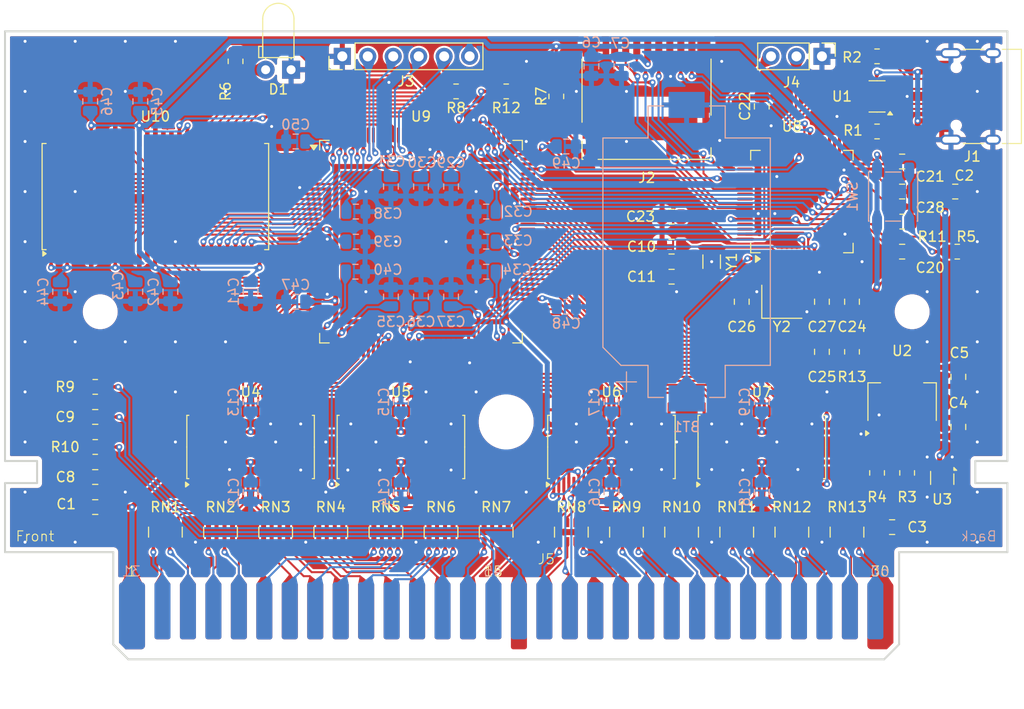
<source format=kicad_pcb>
(kicad_pcb (version 20241229) (generator "pcbnew") (generator_version "9.0")
  (title_block (title "fcart") (date "2025-02-20") (rev "1"))
  (layers (0 "F.Cu" signal) (2 "B.Cu" signal) (13 "F.Paste" user) (15 "B.Paste" user) (5 "F.SilkS" user "F.Silkscreen") (7 "B.SilkS" user "B.Silkscreen") (1 "F.Mask" user) (3 "B.Mask" user) (25 "Edge.Cuts" user))
  (net 0 "")
  (net 1 "VBAT")
  (net 2 "GND")
  (net 3 "VUSB")
  (net 4 "VCART")
  (net 5 "+5V")
  (net 6 "+3V3")
  (net 7 "Net-(D1-A)")
  (net 8 "SND_OUT_5V")
  (net 9 "OSC32_IN")
  (net 10 "CPU_D2_5V")
  (net 11 "CIRAM_A10_5V")
  (net 12 "CPU_A2_5V")
  (net 13 "CPU_A4_5V")
  (net 14 "CPU_A3_5V")
  (net 15 "PPU_D0_5V")
  (net 16 "PPU_D3_5V")
  (net 17 "CPU_D3_5V")
  (net 18 "CPU_A14_5V")
  (net 19 "CPU_A10_5V")
  (net 20 "PPU_A1_5V")
  (net 21 "CPU_A13_5V")
  (net 22 "PPU_A12_5V")
  (net 23 "PPU_D5_5V")
  (net 24 "CPU_D4_5V")
  (net 25 "CPU_D1_5V")
  (net 26 "PPU_A4_5V")
  (net 27 "Net-(U8-PH0)")
  (net 28 "PPU_A0_5V")
  (net 29 "PPU_A7_5V")
  (net 30 "CPU_A6_5V")
  (net 31 "CPU_A8_5V")
  (net 32 "PPU_WR_5V")
  (net 33 "CPU_D5_5V")
  (net 34 "CPU_D0_5V")
  (net 35 "M2_5V")
  (net 36 "PPU_D6_5V")
  (net 37 "CPU_A5_5V")
  (net 38 "PPU_A3_5V")
  (net 39 "CPU_A9_5V")
  (net 40 "PPU_D4_5V")
  (net 41 "CPU_RW_5V")
  (net 42 "CPU_A11_5V")
  (net 43 "IRQ_5V")
  (net 44 "CPU_A1_5V")
  (net 45 "PPU_A9_5V")
  (net 46 "PPU_A5_5V")
  (net 47 "SND_IN_5V")
  (net 48 "CPU_D7_5V")
  (net 49 "CPU_D6_5V")
  (net 50 "PPU_A10_5V")
  (net 51 "PPU_A2_5V")
  (net 52 "PPU_D7_5V")
  (net 53 "PPU_D1_5V")
  (net 54 "PPU_RD_5V")
  (net 55 "PPU_A13_5V")
  (net 56 "PPU_A8_5V")
  (net 57 "CPU_A12_5V")
  (net 58 "CPU_A0_5V")
  (net 59 "PPU_D2_5V")
  (net 60 "ROMSEL_5V")
  (net 61 "PPU_A11_5V")
  (net 62 "PPU_A6_5V")
  (net 63 "CPU_A7_5V")
  (net 64 "CIRAM_CE_5V")
  (net 65 "SD_DAT3")
  (net 66 "SD_CMD")
  (net 67 "SD_DAT1")
  (net 68 "SD_CLK")
  (net 69 "SD_DAT0")
  (net 70 "SWDIO")
  (net 71 "SWCLK")
  (net 72 "SD_DET")
  (net 73 "SD_DAT2")
  (net 74 "TCK")
  (net 75 "Net-(RN1-R4.1)")
  (net 76 "TDI")
  (net 77 "Net-(RN1-R3.1)")
  (net 78 "Net-(RN1-R1.1)")
  (net 79 "Net-(RN1-R2.1)")
  (net 80 "TDO")
  (net 81 "TMS")
  (net 82 "SND_SYN_5V")
  (net 83 "LED")
  (net 84 "SDRAM_CS")
  (net 85 "Net-(RN12-R4.1)")
  (net 86 "Net-(RN12-R1.1)")
  (net 87 "Net-(RN12-R2.1)")
  (net 88 "Net-(RN12-R3.1)")
  (net 89 "Net-(RN13-R3.1)")
  (net 90 "Net-(RN13-R1.1)")
  (net 91 "Net-(RN13-R4.1)")
  (net 92 "Net-(RN13-R2.1)")
  (net 93 "SDRAM_DQ2")
  (net 94 "SDRAM_A5")
  (net 95 "SDRAM_DQ4")
  (net 96 "SDRAM_DQ9")
  (net 97 "SDRAM_A1")
  (net 98 "SDRAM_A2")
  (net 99 "SDRAM_DQ14")
  (net 100 "SDRAM_UDQM")
  (net 101 "SDRAM_DQ8")
  (net 102 "SDRAM_DQ11")
  (net 103 "SDRAM_A10")
  (net 104 "SDRAM_DQ7")
  (net 105 "SDRAM_WE")
  (net 106 "SDRAM_DQ3")
  (net 107 "SDRAM_A11")
  (net 108 "SDRAM_DQ5")
  (net 109 "SDRAM_CAS")
  (net 110 "SDRAM_A6")
  (net 111 "SDRAM_DQ1")
  (net 112 "SDRAM_A0")
  (net 113 "SDRAM_A3")
  (net 114 "SDRAM_RAS")
  (net 115 "SDRAM_BA0")
  (net 116 "SDRAM_DQ12")
  (net 117 "SDRAM_DQ13")
  (net 118 "SDRAM_A4")
  (net 119 "SDRAM_BA1")
  (net 120 "SDRAM_DQ0")
  (net 121 "SDRAM_LDQM")
  (net 122 "SDRAM_A7")
  (net 123 "SDRAM_DQ10")
  (net 124 "SDRAM_DQ15")
  (net 125 "SDRAM_DQ6")
  (net 126 "SDRAM_A9")
  (net 127 "SDRAM_A8")
  (net 128 "Net-(RN2-R1.1)")
  (net 129 "Net-(RN2-R4.1)")
  (net 130 "Net-(RN2-R3.1)")
  (net 131 "Net-(RN2-R2.1)")
  (net 132 "Net-(RN3-R4.1)")
  (net 133 "Net-(RN3-R1.1)")
  (net 134 "Net-(RN3-R2.1)")
  (net 135 "Net-(RN3-R3.1)")
  (net 136 "Net-(RN4-R3.1)")
  (net 137 "Net-(RN4-R4.1)")
  (net 138 "Net-(RN4-R1.1)")
  (net 139 "Net-(RN4-R2.1)")
  (net 140 "Net-(RN5-R2.1)")
  (net 141 "Net-(RN5-R1.1)")
  (net 142 "Net-(RN5-R4.1)")
  (net 143 "Net-(RN5-R3.1)")
  (net 144 "Net-(RN6-R1.1)")
  (net 145 "Net-(RN6-R3.1)")
  (net 146 "Net-(RN6-R4.1)")
  (net 147 "Net-(RN6-R2.1)")
  (net 148 "Net-(RN7-R4.1)")
  (net 149 "Net-(RN7-R3.1)")
  (net 150 "Net-(RN8-R1.1)")
  (net 151 "Net-(RN8-R2.1)")
  (net 152 "Net-(RN8-R4.1)")
  (net 153 "Net-(RN8-R3.1)")
  (net 154 "SDRAM_CLK")
  (net 155 "Net-(RN11-R2.1)")
  (net 156 "Net-(RN11-R3.1)")
  (net 157 "Net-(RN11-R4.1)")
  (net 158 "Net-(RN11-R1.1)")
  (net 159 "CPU_A10")
  (net 160 "CPU_A4")
  (net 161 "CPU_A13")
  (net 162 "CPU_A3")
  (net 163 "CPU_A7")
  (net 164 "CPU_A5")
  (net 165 "CPU_A0")
  (net 166 "CPU_A14")
  (net 167 "CPU_A2")
  (net 168 "CPU_A9")
  (net 169 "CPU_A8")
  (net 170 "CPU_A1")
  (net 171 "CPU_A11")
  (net 172 "CPU_A12")
  (net 173 "M2")
  (net 174 "CPU_A6")
  (net 175 "PPU_A5")
  (net 176 "PPU_RD")
  (net 177 "PPU_A11")
  (net 178 "PPU_DIR")
  (net 179 "PPU_A4")
  (net 180 "CPU_DIR")
  (net 181 "PPU_A3")
  (net 182 "PPU_D1")
  (net 183 "CPU_D7")
  (net 184 "CPU_D0")
  (net 185 "PPU_D0")
  (net 186 "PPU_A8")
  (net 187 "PPU_A6")
  (net 188 "PPU_A1")
  (net 189 "PPU_A0")
  (net 190 "PPU_A9")
  (net 191 "CPU_D3")
  (net 192 "ROMSEL")
  (net 193 "CPU_D2")
  (net 194 "CPU_RW")
  (net 195 "PPU_A2")
  (net 196 "CPU_D1")
  (net 197 "CIRAM_A10")
  (net 198 "PPU_WR")
  (net 199 "PPU_D7")
  (net 200 "PPU_D4")
  (net 201 "IRQ")
  (net 202 "PPU_D6")
  (net 203 "CPU_D6")
  (net 204 "PPU_A13")
  (net 205 "PPU_D3")
  (net 206 "CIRAM_CE")
  (net 207 "SND_SYN")
  (net 208 "PPU_A7")
  (net 209 "CPU_D4")
  (net 210 "PPU_D2")
  (net 211 "CPU_D5")
  (net 212 "PPU_A12")
  (net 213 "PPU_D5")
  (net 214 "PPU_A10")
  (net 215 "USB_D-")
  (net 216 "USB_D+")
  (net 217 "FPGA_CLK")
  (net 218 "SPI_MOSI")
  (net 219 "SPI_MISO")
  (net 220 "QSPI_IO3")
  (net 221 "SPI_CLK")
  (net 222 "QSPI_IRQ")
  (net 223 "QSPI_IO0")
  (net 224 "SPI_CS")
  (net 225 "QSPI_IO1")
  (net 234 "QSPI_IO2")
  (net 235 "QSPI_CLK")
  (net 236 "QSPI_CS")
  (net 242 "Net-(RN10-R1.1)")
  (net 243 "Net-(RN10-R2.1)")
  (net 244 "BTN")
  (net 245 "OSC32_OUT")
  (net 246 "Net-(RN9-R1.1)")
  (net 247 "Net-(RN9-R2.1)")
  (net 250 "Net-(RN9-R3.1)")
  (net 251 "Net-(RN9-R4.1)")
  (net 252 "Net-(RN10-R4.1)")
  (net 253 "Net-(RN10-R3.1)")
  (net 254 "Net-(C8-Pad1)")
  (net 255 "Net-(U8-VCAP_1)")
  (net 256 "Net-(U8-NRST)")
  (net 257 "Net-(U8-PH1)")
  (net 258 "Net-(J1-CC2)")
  (net 261 "Net-(J1-D+-PadA6)")
  (net 262 "Net-(J1-CC1)")
  (net 263 "Net-(J1-D--PadA7)")
  (net 264 "Net-(U3-PR1)")
  (net 265 "Net-(U8-PB2)")
  (net 266 "Net-(U9A-PT23D{slash}BANK0{slash}C{slash}PROGRAMN)")
  (footprint "Capacitor_SMD:C_0805_2012Metric" (layer "F.Cu") (at 169.5 93.5)
    (property "Reference" "C11")
    (property "Value" "6.8p")
  )
  (footprint "Capacitor_SMD:C_0805_2012Metric" (layer "F.Cu") (at 169.5 90.5)
    (property "Reference" "C10")
    (property "Value" "6.8p")
  )
  (footprint "Capacitor_SMD:C_0805_2012Metric" (layer "F.Cu") (at 184.5 96 90)
    (property "Reference" "C27")
    (property "Value" "6.8p")
  )
  (footprint "Resistor_SMD:R_0805_2012Metric" (layer "F.Cu") (at 193 113.0875 -90)
    (property "Reference" "R3")
    (property "Value" "10k")
  )
  (footprint "Crystal:Crystal_SMD_3225-4Pin_3.2x2.5mm" (layer "F.Cu") (at 180.5 96)
    (property "Reference" "Y2")
    (property "Value" "ABM8W-12.0000MHZ-8-B1U")
  )
  (footprint "Resistor_SMD:R_Array_Convex_4x0603" (layer "F.Cu") (at 135.5 119 -90)
    (property "Reference" "RN4")
    (property "Value" "100")
  )
  (footprint "Capacitor_SMD:C_0805_2012Metric" (layer "F.Cu") (at 191.5 118.5)
    (property "Reference" "C3")
    (property "Value" "10u")
  )
  (footprint "LED_THT:LED_D3.0mm_Horizontal_O1.27mm_Z2.0mm" (layer "F.Cu") (at 131.54 72.835 180)
    (property "Reference" "D1")
    (property "Value" "LED 3mm")
  )
  (footprint "Capacitor_SMD:C_0805_2012Metric" (layer "F.Cu") (at 169.5 87.5 180)
    (property "Reference" "C23")
    (property "Value" "0.1u")
  )
  (footprint "Package_SO:TSSOP-48_6.1x12.5mm_P0.5mm" (layer "F.Cu") (at 142.5 110.5 90)
    (property "Reference" "U5")
    (property "Value" "SN74ALVC164245DGG")
  )
  (footprint "Capacitor_SMD:C_0805_2012Metric" (layer "F.Cu") (at 197.8 85)
    (property "Reference" "C2")
    (property "Value" "10u")
  )
  (footprint "Resistor_SMD:R_Array_Convex_4x0603" (layer "F.Cu") (at 170.5 119 -90)
    (property "Reference" "RN10")
    (property "Value" "100")
  )
  (footprint "Connector_Card:microSD_HC_Hirose_DM3D-SF" (layer "F.Cu") (at 167 76 180)
    (property "Reference" "J2")
    (property "Value" "DM3D-SF")
  )
  (footprint "Package_TO_SOT_SMD:SOT-583-8" (layer "F.Cu") (at 196.5 113.5875 -90)
    (property "Reference" "U3")
    (property "Value" "TPS2116")
  )
  (footprint "Capacitor_SMD:C_0805_2012Metric" (layer "F.Cu") (at 192.5 82)
    (property "Reference" "C21")
    (property "Value" "0.1u")
  )
  (footprint "Package_TO_SOT_SMD:SOT-23-6" (layer "F.Cu") (at 190 75.5 180)
    (property "Reference" "U1")
    (property "Value" "USBLC6-2SC6")
  )
  (footprint "Resistor_SMD:R_0805_2012Metric" (layer "F.Cu") (at 187.5 101 90)
    (property "Reference" "R13")
    (property "Value" "10k")
  )
  (footprint "Package_SO:TSSOP-48_6.1x12.5mm_P0.5mm" (layer "F.Cu") (at 178.5 110.5 90)
    (property "Reference" "U7")
    (property "Value" "SN74ALVC164245DGG")
  )
  (footprint "Resistor_SMD:R_Array_Convex_4x0603" (layer "F.Cu") (at 141 119 -90)
    (property "Reference" "RN5")
    (property "Value" "100")
  )
  (footprint "Capacitor_SMD:C_0805_2012Metric" (layer "F.Cu") (at 187.5 96 -90)
    (property "Reference" "C24")
    (property "Value" "0.1u")
  )
  (footprint "Resistor_SMD:R_Array_Convex_4x0603" (layer "F.Cu") (at 119 119 -90)
    (property "Reference" "RN1")
    (property "Value" "100")
  )
  (footprint "Capacitor_SMD:C_0805_2012Metric" (layer "F.Cu") (at 192.5 85)
    (property "Reference" "C28")
    (property "Value" "4.7u")
  )
  (footprint "Package_QFP:TQFP-144_20x20mm_P0.5mm" (layer "F.Cu") (at 144.5 90)
    (property "Reference" "U9")
    (property "Value" "LCMXO2-4000HC-4TG144")
  )
  (footprint "Capacitor_SMD:C_0805_2012Metric" (layer "F.Cu") (at 184.5 101 90)
    (property "Reference" "C25")
    (property "Value" "0.1u")
  )
  (footprint "Package_TO_SOT_SMD:SOT-223-3_TabPin2" (layer "F.Cu") (at 192.5 106 90)
    (property "Reference" "U2")
    (property "Value" "TLV76133DCY")
  )
  (footprint "Capacitor_SMD:C_0805_2012Metric" (layer "F.Cu") (at 176.5 96 -90)
    (property "Reference" "C26")
    (property "Value" "6.8p")
  )
  (footprint "Resistor_SMD:R_Array_Convex_4x0603" (layer "F.Cu") (at 176 119 -90)
    (property "Reference" "RN11")
    (property "Value" "100")
  )
  (footprint "Resistor_SMD:R_0805_2012Metric" (layer "F.Cu") (at 148 75 180)
    (property "Reference" "R8")
    (property "Value" "5.1k")
  )
  (footprint "Capacitor_SMD:C_0805_2012Metric" (layer "F.Cu") (at 112 116.5 180)
    (property "Reference" "C1")
    (property "Value" "10u")
  )
  (footprint "Resistor_SMD:R_0805_2012Metric" (layer "F.Cu") (at 112 110.5)
    (property "Reference" "R10")
    (property "Value" "100")
  )
  (footprint "Resistor_SMD:R_Array_Convex_4x0603" (layer "F.Cu") (at 159.5 119 -90)
    (property "Reference" "RN8")
    (property "Value" "100")
  )
  (footprint "Capacitor_SMD:C_0805_2012Metric" (layer "F.Cu") (at 198.109819 108.5 90)
    (property "Reference" "C4")
    (property "Value" "1u")
  )
  (footprint "Resistor_SMD:R_0805_2012Metric" (layer "F.Cu") (at 112 104.5)
    (property "Reference" "R9")
    (property "Value" "1k")
  )
  (footprint "Resistor_SMD:R_0805_2012Metric" (layer "F.Cu") (at 158 75.5 -90)
    (property "Reference" "R7")
    (property "Value" "10k")
  )
  (footprint "Resistor_SMD:R_0805_2012Metric" (layer "F.Cu") (at 190 71.5 180)
    (property "Reference" "R2")
    (property "Value" "5.1k")
  )
  (footprint "Resistor_SMD:R_Array_Convex_4x0603" (layer "F.Cu") (at 152 119 -90)
    (property "Reference" "RN7")
    (property "Value" "100")
  )
  (footprint "Package_SO:TSOP-II-54_22.2x10.16mm_P0.8mm" (layer "F.Cu") (at 118 85.5 90)
    (property "Reference" "U10")
    (property "Value" "W9864G6KH-6")
  )
  (footprint "Capacitor_SMD:C_0805_2012Metric" (layer "F.Cu") (at 198.109819 103.5 -90)
    (property "Reference" "C5")
    (property "Value" "4.7u")
  )
  (footprint "Crystal:Crystal_SMD_3215-2Pin_3.2x1.5mm" (layer "F.Cu") (at 173.5 92 -90)
    (property "Reference" "Y1")
    (property "Value" "ABS07-32.768KHZ-7")
  )
  (footprint "Resistor_SMD:R_Array_Convex_4x0603" (layer "F.Cu") (at 124.5 119 -90)
    (property "Reference" "RN2")
    (property "Value" "100")
  )
  (footprint "Capacitor_SMD:C_0805_2012Metric" (layer "F.Cu") (at 192.5 91)
    (property "Reference" "C20")
    (property "Value" "0.1u")
  )
  (footprint "Resistor_SMD:R_0805_2012Metric" (layer "F.Cu") (at 190 113.0875 90)
    (property "Reference" "R4")
    (property "Value" "5.1k")
  )
  (footprint "Resistor_SMD:R_Array_Convex_4x0603" (layer "F.Cu") (at 187 119 -90)
    (property "Reference" "RN13")
    (property "Value" "100")
  )
  (footprint "Package_QFP:LQFP-64_10x10mm_P0.5mm" (layer "F.Cu") (at 182.5 86 90)
    (property "Reference" "U8")
    (property "Value" "STM32F412RET6")
  )
  (footprint "Connector_PinHeader_2.54mm:PinHeader_1x03_P2.54mm_Vertical" (layer "F.Cu") (at 184.5 71.5 -90)
    (property "Reference" "J4")
    (property "Value" "SWD")
  )
  (footprint "Resistor_SMD:R_Array_Convex_4x0603" (layer "F.Cu") (at 165 119 -90)
    (property "Reference" "RN9")
    (property "Value" "100")
  )
  (footprint "Resistor_SMD:R_0805_2012Metric" (layer "F.Cu") (at 126 72 90)
    (property "Reference" "R6")
    (property "Value" "1k")
  )
  (footprint "Resistor_SMD:R_0805_2012Metric" (layer "F.Cu") (at 198 91 180)
    (property "Reference" "R5")
    (property "Value" "10k")
  )
  (footprint "Connector_USB:USB_C_Receptacle_HRO_TYPE-C-31-M-12" (layer "F.Cu") (at 200.5 75.5 90)
    (property "Reference" "J1")
    (property "Value" "USB_C_16P")
  )
  (footprint "Package_SO:TSSOP-48_6.1x12.5mm_P0.5mm" (layer "F.Cu") (at 127.5 110.5 90)
    (property "Reference" "U4")
    (property "Value" "SN74ALVC164245DGG")
  )
  (footprint "Connector_PinHeader_2.54mm:PinHeader_1x06_P2.54mm_Vertical" (layer "F.Cu") (at 136.65 71.5 90)
    (property "Reference" "J3")
    (property "Value" "JTAG")
  )
  (footprint "Capacitor_SMD:C_0805_2012Metric" (layer "F.Cu") (at 112 113.5)
    (property "Reference" "C8")
    (property "Value" "0.1u")
  )
  (footprint "Resistor_SMD:R_Array_Convex_4x0603" (layer "F.Cu") (at 181.5 119 -90)
    (property "Reference" "RN12")
    (property "Value" "100")
  )
  (footprint "Capacitor_SMD:C_0805_2012Metric" (layer "F.Cu") (at 112 107.5)
    (property "Reference" "C9")
    (property "Value" "4.7u")
  )
  (footprint "Resistor_SMD:R_Array_Convex_4x0603" (layer "F.Cu") (at 130 119 -90)
    (property "Reference" "RN3")
    (property "Value" "100")
  )
  (footprint "Package_SO:TSSOP-48_6.1x12.5mm_P0.5mm" (layer "F.Cu") (at 163.5 110.5 90)
    (property "Reference" "U6")
    (property "Value" "SN74ALVC164245DGG")
  )
  (footprint "Capacitor_SMD:C_0805_2012Metric" (layer "F.Cu") (at 178.5 76.5 90)
    (property "Reference" "C22")
    (property "Value" "0.1u")
  )
  (footprint "fcart:Famicom cartridge pcb" (layer "F.Cu") (at 153 121)
    (property "Reference" "J5")
    (property "Value" "Famicom_cartridge")
    (fp_line (start -50 -52) (end -50 -9.1) (stroke (width 0.2)) (layer "Edge.Cuts"))
    (fp_line (start -50 -52) (end 50 -52) (stroke (width 0.2)) (layer "Edge.Cuts"))
    (fp_line (start -50 -6.9) (end -50 0) (stroke (width 0.2)) (layer "Edge.Cuts"))
    (fp_line (start -50 -6.9) (end -46.8 -6.9) (stroke (width 0.2)) (layer "Edge.Cuts"))
    (fp_line (start -50 0) (end -39.2 0) (stroke (width 0.2)) (layer "Edge.Cuts"))
    (fp_line (start -46.8 -9.1) (end -50 -9.1) (stroke (width 0.2)) (layer "Edge.Cuts"))
    (fp_line (start -46.8 -6.9) (end -46.8 -9.1) (stroke (width 0.2)) (layer "Edge.Cuts"))
    (fp_line (start -39.2 0) (end -39.2 9.2) (stroke (width 0.2)) (layer "Edge.Cuts"))
    (fp_line (start -39.2 9.2) (end -37.7 10.7) (stroke (width 0.2)) (layer "Edge.Cuts"))
    (fp_line (start 37.7 10.7) (end -37.7 10.7) (stroke (width 0.2)) (layer "Edge.Cuts"))
    (fp_line (start 37.7 10.7) (end 39.2 9.2) (stroke (width 0.2)) (layer "Edge.Cuts"))
    (fp_line (start 39.2 0) (end 39.2 9.2) (stroke (width 0.2)) (layer "Edge.Cuts"))
    (fp_line (start 39.2 0) (end 50 0) (stroke (width 0.2)) (layer "Edge.Cuts"))
    (fp_line (start 46.8 -9.1) (end 46.8 -6.9) (stroke (width 0.2)) (layer "Edge.Cuts"))
    (fp_line (start 46.8 -6.9) (end 50 -6.9) (stroke (width 0.2)) (layer "Edge.Cuts"))
    (fp_line (start 50 -52) (end 50 -9.1) (stroke (width 0.2)) (layer "Edge.Cuts"))
    (fp_line (start 50 -9.1) (end 46.8 -9.1) (stroke (width 0.2)) (layer "Edge.Cuts"))
    (fp_line (start 50 -6.9) (end 50 0) (stroke (width 0.2)) (layer "Edge.Cuts"))
  )
  (footprint "Resistor_SMD:R_0805_2012Metric" (layer "F.Cu") (at 190 79 180)
    (property "Reference" "R1")
    (property "Value" "5.1k")
  )
  (footprint "Resistor_SMD:R_0805_2012Metric" (layer "F.Cu") (at 192.5 88)
    (property "Reference" "R11")
    (property "Value" "10k")
  )
  (footprint "Resistor_SMD:R_0805_2012Metric" (layer "F.Cu") (at 153 75 180)
    (property "Reference" "R12")
    (property "Value" "10k")
  )
  (footprint "Resistor_SMD:R_Array_Convex_4x0603" (layer "F.Cu") (at 146.5 119 -90)
    (property "Reference" "RN6")
    (property "Value" "100")
  )
  (footprint "Capacitor_SMD:C_0805_2012Metric" (layer "B.Cu") (at 151 90 180)
    (property "Reference" "C33")
    (property "Value" "0.1u")
  )
  (footprint "Capacitor_SMD:C_0805_2012Metric" (layer "B.Cu") (at 159 96.5)
    (property "Reference" "C48")
    (property "Value" "0.1u")
  )
  (footprint "Capacitor_SMD:C_0805_2012Metric" (layer "B.Cu") (at 137.9625 93)
    (property "Reference" "C40")
    (property "Value" "0.1u")
  )
  (footprint "Capacitor_SMD:C_0805_2012Metric" (layer "B.Cu") (at 144.5 95.5 90)
    (property "Reference" "C36")
    (property "Value" "0.1u")
  )
  (footprint "Capacitor_SMD:C_0805_2012Metric" (layer "B.Cu") (at 116 95 -90)
    (property "Reference" "C43")
    (property "Value" "0.1u")
  )
  (footprint "Capacitor_SMD:C_0805_2012Metric" (layer "B.Cu") (at 147.5 95.5 90)
    (property "Reference" "C37")
    (property "Value" "0.1u")
  )
  (footprint "Capacitor_SMD:C_0805_2012Metric" (layer "B.Cu") (at 161.5 72.5 -90)
    (property "Reference" "C6")
    (property "Value" "4.7u")
  )
  (footprint "Capacitor_SMD:C_0805_2012Metric" (layer "B.Cu") (at 151 93 180)
    (property "Reference" "C34")
    (property "Value" "0.1u")
  )
  (footprint "Capacitor_SMD:C_0805_2012Metric" (layer "B.Cu") (at 142.5 106 90)
    (property "Reference" "C15")
    (property "Value" "0.1u")
  )
  (footprint "Capacitor_SMD:C_0805_2012Metric" (layer "B.Cu") (at 132 80 180)
    (property "Reference" "C50")
    (property "Value" "0.1u")
  )
  (footprint "Capacitor_SMD:C_0805_2012Metric" (layer "B.Cu") (at 119.5 95 -90)
    (property "Reference" "C42")
    (property "Value" "0.1u")
  )
  (footprint "Capacitor_SMD:C_0805_2012Metric" (layer "B.Cu") (at 151 87 180)
    (property "Reference" "C32")
    (property "Value" "0.1u")
  )
  (footprint "Capacitor_SMD:C_0805_2012Metric" (layer "B.Cu") (at 144.5 84.5 -90)
    (property "Reference" "C30")
    (property "Value" "0.1u")
  )
  (footprint "Capacitor_SMD:C_0805_2012Metric" (layer "B.Cu") (at 127.5 106 90)
    (property "Reference" "C13")
    (property "Value" "0.1u")
  )
  (footprint "Capacitor_SMD:C_0805_2012Metric" (layer "B.Cu") (at 163.5 106 90)
    (property "Reference" "C17")
    (property "Value" "0.1u")
  )
  (footprint "Button_Switch_SMD:SW_SPST_PTS647_Sx70" (layer "B.Cu") (at 191.6 85.5 -90)
    (property "Reference" "SW1")
    (property "Value" "PTS647SM70")
  )
  (footprint "Capacitor_SMD:C_0805_2012Metric" (layer "B.Cu") (at 178.5 106 90)
    (property "Reference" "C19")
    (property "Value" "0.1u")
  )
  (footprint "Capacitor_SMD:C_0805_2012Metric" (layer "B.Cu") (at 108.5 95 -90)
    (property "Reference" "C44")
    (property "Value" "0.1u")
  )
  (footprint "Capacitor_SMD:C_0805_2012Metric" (layer "B.Cu") (at 127.5 115 -90)
    (property "Reference" "C12")
    (property "Value" "0.1u")
  )
  (footprint "Capacitor_SMD:C_0805_2012Metric" (layer "B.Cu") (at 142.5 115 -90)
    (property "Reference" "C14")
    (property "Value" "0.1u")
  )
  (footprint "Capacitor_SMD:C_0805_2012Metric" (layer "B.Cu") (at 147.5 84.5 -90)
    (property "Reference" "C29")
    (property "Value" "0.1u")
  )
  (footprint "Capacitor_SMD:C_0805_2012Metric" (layer "B.Cu") (at 163.5 115 -90)
    (property "Reference" "C16")
    (property "Value" "0.1u")
  )
  (footprint "Capacitor_SMD:C_0805_2012Metric" (layer "B.Cu") (at 138 87)
    (property "Reference" "C38")
    (property "Value" "0.1u")
  )
  (footprint "Battery:BatteryHolder_Keystone_1060_1x2032" (layer "B.Cu") (at 171 91 90)
    (property "Reference" "BT1")
    (property "Value" "1060")
  )
  (footprint "Capacitor_SMD:C_0805_2012Metric" (layer "B.Cu") (at 141.5 84.5 -90)
    (property "Reference" "C31")
    (property "Value" "0.1u")
  )
  (footprint "Capacitor_SMD:C_0805_2012Metric" (layer "B.Cu") (at 138 90)
    (property "Reference" "C39")
    (property "Value" "0.1u")
  )
  (footprint "Capacitor_SMD:C_0805_2012Metric" (layer "B.Cu") (at 178.5 115 -90)
    (property "Reference" "C18")
    (property "Value" "0.1u")
  )
  (footprint "Capacitor_SMD:C_0805_2012Metric" (layer "B.Cu") (at 159 80.5)
    (property "Reference" "C49")
    (property "Value" "0.1u")
  )
  (footprint "Capacitor_SMD:C_0805_2012Metric" (layer "B.Cu") (at 132 96 180)
    (property "Reference" "C47")
    (property "Value" "0.1u")
  )
  (footprint "Capacitor_SMD:C_0805_2012Metric" (layer "B.Cu") (at 141.5 95.5 90)
    (property "Reference" "C35")
    (property "Value" "0.1u")
  )
  (footprint "Capacitor_SMD:C_0805_2012Metric" (layer "B.Cu") (at 127.5 95 -90)
    (property "Reference" "C41")
    (property "Value" "0.1u")
  )
  (footprint "Capacitor_SMD:C_0805_2012Metric" (layer "B.Cu") (at 111.5 76 90)
    (property "Reference" "C46")
    (property "Value" "0.1u")
  )
  (footprint "Capacitor_SMD:C_0805_2012Metric" (layer "B.Cu") (at 164.5 72.5 -90)
    (property "Reference" "C7")
    (property "Value" "0.1u")
  )
  (footprint "Capacitor_SMD:C_0805_2012Metric" (layer "B.Cu") (at 116.5 76 90)
    (property "Reference" "C45")
    (property "Value" "0.1u")
  )
  (segment (start 177.075 91.675) (end 178.75 91.675) (width 0.2) (layer "F.Cu") (net 1))
  (via (at 177.075 91.675) (size 0.6) (drill 0.3) (layers "F.Cu" "B.Cu") (net 1))
  (segment (start 171 97.7) (end 171 105.65) (width 0.2) (layer "B.Cu") (net 1))
  (segment (start 177.025 91.675) (end 171 97.7) (width 0.2) (layer "B.Cu") (net 1))
  (segment (start 177.075 91.675) (end 177.025 91.675) (width 0.2) (layer "B.Cu") (net 1))
  (segment (start 154.39259 84.75) (end 153.821769 85.320821) (width 0.2) (layer "F.Cu") (net 2))
  (segment (start 186.8 89.25) (end 188.175 89.25) (width 0.2) (layer "F.Cu") (net 2))
  (segment (start 115.67 127.35) (end 115.67 120) (width 1) (layer "F.Cu") (net 2))
  (segment (start 179.25 78.617584) (end 179.433792 78.433792) (width 0.2) (layer "F.Cu") (net 2))
  (segment (start 155.1625 95.25) (end 154.39259 95.25) (width 0.2) (layer "F.Cu") (net 2))
  (segment (start 140.750001 80.548053) (end 141.2 80.998052) (width 0.2) (layer "F.Cu") (net 2))
  (segment (start 141.2 80.998052) (end 141.2 81) (width 0.2) (layer "F.Cu") (net 2))
  (segment (start 143.425735 102) (end 143.75 101.675735) (width 0.2) (layer "F.Cu") (net 2))
  (segment (start 145.75 80.45) (end 145.4 80.8) (width 0.2) (layer "F.Cu") (net 2))
  (segment (start 179.25 80.325) (end 179.25 78.617584) (width 0.2) (layer "F.Cu") (net 2))
  (segment (start 184.25 93.05) (end 184.25 91.675) (width 0.2) (layer "F.Cu") (net 2))
  (segment (start 149.25 102) (end 149.35 102.1) (width 0.2) (layer "F.Cu") (net 2))
  (segment (start 135.150001 95.250001) (end 133.8375 95.250001) (width 0.2) (layer "F.Cu") (net 2))
  (segment (start 153.9 90.25) (end 155.1625 90.25) (width 0.2) (layer "F.Cu") (net 2))
  (segment (start 188.175 82.75) (end 186.8 82.75) (width 0.2) (layer "F.Cu") (net 2))
  (segment (start 145.75 79.3375) (end 145.75 80.45) (width 0.2) (layer "F.Cu") (net 2))
  (segment (start 178.15 87.2) (end 178.15 88.85) (width 0.2) (layer "F.Cu") (net 2))
  (segment (start 149.75 77.85) (end 149.75 79.3375) (width 0.2) (layer "F.Cu") (net 2))
  (segment (start 149.25 100.6625) (end 149.25 102) (width 0.2) (layer "F.Cu") (net 2))
  (segment (start 177.75 89.25) (end 176.825 89.25) (width 0.2) (layer "F.Cu") (net 2))
  (segment (start 153.75 94.60741) (end 153.75 93.835787) (width 0.2) (layer "F.Cu") (net 2))
  (segment (start 154.27 122.03) (end 154.27 127.35) (width 1) (layer "F.Cu") (net 2))
  (segment (start 140.750001 79.3375) (end 140.750001 80.548053) (width 0.2) (layer "F.Cu") (net 2))
  (segment (start 154.39259 95.25) (end 153.75 94.60741) (width 0.2) (layer "F.Cu") (net 2))
  (segment (start 178.15 88.85) (end 177.75 89.25) (width 0.2) (layer "F.Cu") (net 2))
  (segment (start 115.67 120) (end 115.67 120.957718) (width 0.2) (layer "F.Cu") (net 2))
  (segment (start 153.821769 85.320821) (end 153.821769 86.178231) (width 0.2) (layer "F.Cu") (net 2))
  (segment (start 135.15 89.75) (end 133.8375 89.75) (width 0.2) (layer "F.Cu") (net 2))
  (segment (start 143.75 101.675735) (end 143.75 100.6625) (width 0.2) (layer "F.Cu") (net 2))
  (segment (start 132.55 84.75) (end 133.8375 84.75) (width 0.2) (layer "F.Cu") (net 2))
  (segment (start 155.1625 84.75) (end 154.39259 84.75) (width 0.2) (layer "F.Cu") (net 2))
  (segment (start 132.4 84.6) (end 132.55 84.75) (width 0.2) (layer "F.Cu") (net 2))
  (segment (start 186.8 82.75) (end 186.7 82.85) (width 0.2) (layer "F.Cu") (net 2))
  (segment (start 115.67 120.957718) (end 115.687534 120.975252) (width 0.2) (layer "F.Cu") (net 2))
  (segment (start 140.25 99.30147) (end 140.25 100.6625) (width 0.2) (layer "F.Cu") (net 2))
  (via (at 182.1 112.75) (size 0.6) (drill 0.3) (layers "F.Cu" "B.Cu") (net 2))
  (via (at 200 105) (size 0.6) (drill 0.3) (layers "F.Cu" "B.Cu") (net 2))
  (via (at 175 110) (size 0.6) (drill 0.3) (layers "F.Cu" "B.Cu") (net 2))
  (via (at 200 70) (size 0.6) (drill 0.3) (layers "F.Cu" "B.Cu") (net 2))
  (via (at 105 75) (size 0.6) (drill 0.3) (layers "F.Cu" "B.Cu") (net 2))
  (via (at 184.5 120) (size 0.6) (drill 0.3) (layers "F.Cu" "B.Cu") (net 2))
  (via (at 193 75.5) (size 0.6) (drill 0.3) (layers "F.Cu" "B.Cu") (net 2))
  (via (at 178 95) (size 0.6) (drill 0.3) (layers "F.Cu" "B.Cu") (net 2))
  (via (at 169.4 73.5) (size 0.6) (drill 0.3) (layers "F.Cu" "B.Cu") (net 2))
  (via (at 176.6 112.8) (size 0.6) (drill 0.3) (layers "F.Cu" "B.Cu") (net 2))
  (via (at 195 100) (size 0.6) (drill 0.3) (layers "F.Cu" "B.Cu") (net 2))
  (via (at 200 110) (size 0.6) (drill 0.3) (layers "F.Cu" "B.Cu") (net 2))
  (via (at 105 100) (size 0.6) (drill 0.3) (layers "F.Cu" "B.Cu") (net 2))
  (via (at 122 120) (size 0.6) (drill 0.3) (layers "F.Cu" "B.Cu") (net 2))
  (via (at 110 75) (size 0.6) (drill 0.3) (layers "F.Cu" "B.Cu") (net 2))
  (via (at 160 108.2) (size 0.6) (drill 0.3) (layers "F.Cu" "B.Cu") (net 2))
  (via (at 150 95) (size 0.6) (drill 0.3) (layers "F.Cu" "B.Cu") (net 2))
  (via (at 174.5 72) (size 0.6) (drill 0.3) (layers "F.Cu" "B.Cu") (net 2))
  (via (at 184.25 93.05) (size 0.6) (drill 0.3) (layers "F.Cu" "B.Cu") (net 2))
  (via (at 150 85) (size 0.6) (drill 0.3) (layers "F.Cu" "B.Cu") (net 2))
  (via (at 200 75) (size 0.6) (drill 0.3) (layers "F.Cu" "B.Cu") (net 2))
  (via (at 173.5 108.2) (size 0.6) (drill 0.3) (layers "F.Cu" "B.Cu") (net 2))
  (via (at 180 83.5) (size 0.6) (drill 0.3) (layers "F.Cu" "B.Cu") (net 2))
  (via (at 125 110) (size 0.6) (drill 0.3) (layers "F.Cu" "B.Cu") (net 2))
  (via (at 105 115) (size 0.6) (drill 0.3) (layers "F.Cu" "B.Cu") (net 2))
  (via (at 130 110) (size 0.6) (drill 0.3) (layers "F.Cu" "B.Cu") (net 2))
  (via (at 165.5 112.75) (size 0.6) (drill 0.3) (layers "F.Cu" "B.Cu") (net 2))
  (via (at 186 77.5) (size 0.6) (drill 0.3) (layers "F.Cu" "B.Cu") (net 2))
  (via (at 120 105) (size 0.6) (drill 0.3) (layers "F.Cu" "B.Cu") (net 2))
  (via (at 188.4 109.2) (size 0.6) (drill 0.3) (layers "F.Cu" "B.Cu") (net 2))
  (via (at 137.2 112.8) (size 0.6) (drill 0.3) (layers "F.Cu" "B.Cu") (net 2))
  (via (at 140.25 99.30147) (size 0.6) (drill 0.3) (layers "F.Cu" "B.Cu") (net 2))
  (via (at 155.021838 72) (size 0.6) (drill 0.3) (layers "F.Cu" "B.Cu") (net 2))
  (via (at 125 75) (size 0.6) (drill 0.3) (layers "F.Cu" "B.Cu") (net 2))
  (via (at 105 70) (size 0.6) (drill 0.3) (layers "F.Cu" "B.Cu") (net 2))
  (via (at 179.8 87.2) (size 0.6) (drill 0.3) (layers "F.Cu" "B.Cu") (net 2))
  (via (at 120 70) (size 0.6) (drill 0.3) (layers "F.Cu" "B.Cu") (net 2))
  (via (at 160 110) (size 0.6) (drill 0.3) (layers "F.Cu" "B.Cu") (net 2))
  (via (at 155 80) (size 0.6) (drill 0.3) (layers "F.Cu" "B.Cu") (net 2))
  (via (at 141.3 74.1) (size 0.6) (drill 0.3) (layers "F.Cu" "B.Cu") (net 2))
  (via (at 156.2 120) (size 0.6) (drill 0.3) (layers "F.Cu" "B.Cu") (net 2))
  (via (at 186.7 82.85) (size 0.6) (drill 0.3) (layers "F.Cu" "B.Cu") (net 2))
  (via (at 105 80) (size 0.6) (drill 0.3) (layers "F.Cu" "B.Cu") (net 2))
  (via (at 160 75) (size 0.6) (drill 0.3) (layers "F.Cu" "B.Cu") (net 2))
  (via (at 168.5 112.75) (size 0.6) (drill 0.3) (layers "F.Cu" "B.Cu") (net 2))
  (via (at 105 90) (size 0.6) (drill 0.3) (layers "F.Cu" "B.Cu") (net 2))
  (via (at 150 105) (size 0.6) (drill 0.3) (layers "F.Cu" "B.Cu") (net 2))
  (via (at 132.4 84.6) (size 0.6) (drill 0.3) (layers "F.Cu" "B.Cu") (net 2))
  (via (at 115 75) (size 0.6) (drill 0.3) (layers "F.Cu" "B.Cu") (net 2))
  (via (at 185 105) (size 0.6) (drill 0.3) (layers "F.Cu" "B.Cu") (net 2))
  (via (at 139 85) (size 0.6) (drill 0.3) (layers "F.Cu" "B.Cu") (net 2))
  (via (at 195 111.5) (size 0.6) (drill 0.3) (layers "F.Cu" "B.Cu") (net 2))
  (via (at 183 97) (size 0.6) (drill 0.3) (layers "F.Cu" "B.Cu") (net 2))
  (via (at 110 70) (size 0.6) (drill 0.3) (layers "F.Cu" "B.Cu") (net 2))
  (via (at 195 115.5) (size 0.6) (drill 0.3) (layers "F.Cu" "B.Cu") (net 2))
  (via (at 135.15 89.75) (size 0.6) (drill 0.3) (layers "F.Cu" "B.Cu") (net 2))
  (via (at 137.5 108.2) (size 0.6) (drill 0.3) (layers "F.Cu" "B.Cu") (net 2))
  (via (at 145 110) (size 0.6) (drill 0.3) (layers "F.Cu" "B.Cu") (net 2))
  (via (at 115 100) (size 0.6) (drill 0.3) (layers "F.Cu" "B.Cu") (net 2))
  (via (at 165 80) (size 0.6) (drill 0.3) (layers "F.Cu" "B.Cu") (net 2))
  (via (at 133 120) (size 0.6) (drill 0.3) (layers "F.Cu" "B.Cu") (net 2))
  (via (at 173.5 112.75) (size 0.6) (drill 0.3) (layers "F.Cu" "B.Cu") (net 2))
  (via (at 145.4 80.8) (size 0.6) (drill 0.3) (layers "F.Cu" "B.Cu") (net 2))
  (via (at 143.425735 102) (size 0.6) (drill 0.3) (layers "F.Cu" "B.Cu") (net 2))
  (via (at 165.5 108.2) (size 0.6) (drill 0.3) (layers "F.Cu" "B.Cu") (net 2))
  (via (at 174.3 79.9) (size 0.6) (drill 0.3) (layers "F.Cu" "B.Cu") (net 2))
  (via (at 120 90) (size 0.6) (drill 0.3) (layers "F.Cu" "B.Cu") (net 2))
  (via (at 162.5 120) (size 0.6) (drill 0.3) (layers "F.Cu" "B.Cu") (net 2))
  (via (at 153.75 93.835787) (size 0.6) (drill 0.3) (layers "F.Cu" "B.Cu") (net 2))
  (via (at 135 115) (size 0.6) (drill 0.3) (layers "F.Cu" "B.Cu") (net 2))
  (via (at 132.5 108.2) (size 0.6) (drill 0.3) (layers "F.Cu" "B.Cu") (net 2))
  (via (at 176.5 108.2) (size 0.6) (drill 0.3) (layers "F.Cu" "B.Cu") (net 2))
  (via (at 140 110) (size 0.6) (drill 0.3) (layers "F.Cu" "B.Cu") (net 2))
  (via (at 170 95) (size 0.6) (drill 0.3) (layers "F.Cu" "B.Cu") (net 2))
  (via (at 120 110) (size 0.6) (drill 0.3) (layers "F.Cu" "B.Cu") (net 2))
  (via (at 178.15 87.2) (size 0.6) (drill 0.3) (layers "F.Cu" "B.Cu") (net 2))
  (via (at 200 90) (size 0.6) (drill 0.3) (layers "F.Cu" "B.Cu") (net 2))
  (via (at 105 95) (size 0.6) (drill 0.3) (layers "F.Cu" "B.Cu") (net 2))
  (via (at 110 95) (size 0.6) (drill 0.3) (layers "F.Cu" "B.Cu") (net 2))
  (via (at 135 110) (size 0.6) (drill 0.3) (layers "F.Cu" "B.Cu") (net 2))
  (via (at 173.5 92) (size 0.6) (drill 0.3) (layers "F.Cu" "B.Cu") (net 2))
  (via (at 105 105) (size 0.6) (drill 0.3) (layers "F.Cu" "B.Cu") (net 2))
  (via (at 105 110) (size 0.6) (drill 0.3) (layers "F.Cu" "B.Cu") (net 2))
  (via (at 197.5 111.5) (size 0.6) (drill 0.3) (layers "F.Cu" "B.Cu") (net 2))
  (via (at 183.5 108.2) (size 0.6) (drill 0.3) (layers "F.Cu" "B.Cu") (net 2))
  (via (at 141.2 81) (size 0.6) (drill 0.3) (layers "F.Cu" "B.Cu") (net 2))
  (via (at 110 100) (size 0.6) (drill 0.3) (layers "F.Cu" "B.Cu") (net 2))
  (via (at 179.433792 78.433792) (size 0.6) (drill 0.3) (layers "F.Cu" "B.Cu") (net 2))
  (via (at 140.4 112.8) (size 0.6) (drill 0.3) (layers "F.Cu" "B.Cu") (net 2))
  (via (at 200 115) (size 0.6) (drill 0.3) (layers "F.Cu" "B.Cu") (net 2))
  (via (at 115 70) (size 0.6) (drill 0.3) (layers "F.Cu" "B.Cu") (net 2))
  (via (at 195 95) (size 0.6) (drill 0.3) (layers "F.Cu" "B.Cu") (net 2))
  (via (at 188.5 92) (size 0.6) (drill 0.3) (layers "F.Cu" "B.Cu") (net 2))
  (via (at 150 115) (size 0.6) (drill 0.3) (layers "F.Cu" "B.Cu") (net 2))
  (via (at 200 100) (size 0.6) (drill 0.3) (layers "F.Cu" "B.Cu") (net 2))
  (via (at 173.5 120) (size 0.6) (drill 0.3) (layers "F.Cu" "B.Cu") (net 2))
  (via (at 153.9 90.25) (size 0.6) (drill 0.3) (layers "F.Cu" "B.Cu") (net 2))
  (via (at 125 100) (size 0.6) (drill 0.3) (layers "F.Cu" "B.Cu") (net 2))
  (via (at 161.5 105) (size 0.6) (drill 0.3) (layers "F.Cu" "B.Cu") (net 2))
  (via (at 200 120) (size 0.6) (drill 0.3) (layers "F.Cu" "B.Cu") (net 2))
  (via (at 200 95) (size 0.6) (drill 0.3) (layers "F.Cu" "B.Cu") (net 2))
  (via (at 142 90) (size 0.6) (drill 0.3) (layers "F.Cu" "B.Cu") (net 2))
  (via (at 129.5 108.2) (size 0.6) (drill 0.3) (layers "F.Cu" "B.Cu") (net 2))
  (via (at 195.5 86.5) (size 0.6) (drill 0.3) (layers "F.Cu" "B.Cu") (net 2))
  (via (at 129.6 78.5) (size 0.6) (drill 0.3) (layers "F.Cu" "B.Cu") (net 2))
  (via (at 195 70) (size 0.6) (drill 0.3) (layers "F.Cu" "B.Cu") (net 2))
  (via (at 155 115) (size 0.6) (drill 0.3) (layers "F.Cu" "B.Cu") (net 2))
  (via (at 170 110) (size 0.6) (drill 0.3) (layers "F.Cu" "B.Cu") (net 2))
  (via (at 144 120) (size 0.6) (drill 0.3) (layers "F.Cu" "B.Cu") (net 2))
  (via (at 200 85) (size 0.6) (drill 0.3) (layers "F.Cu" "B.Cu") (net 2))
  (via (at 186.8 89.25) (size 0.6) (drill 0.3) (layers "F.Cu" "B.Cu") (net 2))
  (via (at 115 115) (size 0.6) (drill 0.3) (layers "F.Cu" "B.Cu") (net 2))
  (via (at 120 100) (size 0.6) (drill 0.3) (layers "F.Cu" "B.Cu") (net 2))
  (via (at 166 87.7) (size 0.6) (drill 0.3) (layers "F.Cu" "B.Cu") (net 2))
  (via (at 149.75 77.85) (size 0.6) (drill 0.3) (layers "F.Cu" "B.Cu") (net 2))
  (via (at 147.5 108.2) (size 0.6) (drill 0.3) (layers "F.Cu" "B.Cu") (net 2))
  (via (at 132.5 112.8) (size 0.6) (drill 0.3) (layers "F.Cu" "B.Cu") (net 2))
  (via (at 135.150001 95.250001) (size 0.6) (drill 0.3) (layers "F.Cu" "B.Cu") (net 2))
  (via (at 195 120) (size 0.6) (drill 0.3) (layers "F.Cu" "B.Cu") (net 2))
  (via (at 165 75) (size 0.6) (drill 0.3) (layers "F.Cu" "B.Cu") (net 2))
  (via (at 147 90) (size 0.6) (drill 0.3) (layers "F.Cu" "B.Cu") (net 2))
  (via (at 149.35 102.1) (size 0.6) (drill 0.3) (layers "F.Cu" "B.Cu") (net 2))
  (via (at 190.2 107.3) (size 0.6) (drill 0.3) (layers "F.Cu" "B.Cu") (net 2))
  (via (at 110 85) (size 0.6) (drill 0.3) (layers "F.Cu" "B.Cu") (net 2))
  (via (at 139 95) (size 0.6) (drill 0.3) (layers "F.Cu" "B.Cu") (net 2))
  (via (at 145 105) (size 0.6) (drill 0.3) (layers "F.Cu" "B.Cu") (net 2))
  (via (at 105 85) (size 0.6) (drill 0.3) (layers "F.Cu" "B.Cu") (net 2))
  (via (at 105 120) (size 0.6) (drill 0.3) (layers "F.Cu" "B.Cu") (net 2))
  (via (at 153.821769 86.178231) (size 0.6) (drill 0.3) (layers "F.Cu" "B.Cu") (net 2))
  (via (at 147.5 112.8) (size 0.6) (drill 0.3) (layers "F.Cu" "B.Cu") (net 2))
  (via (at 168.5 108.2) (size 0.6) (drill 0.3) (layers "F.Cu" "B.Cu") (net 2))
  (via (at 180 110) (size 0.6) (drill 0.3) (layers "F.Cu" "B.Cu") (net 2))
  (via (at 125.4 112.75) (size 0.6) (drill 0.3) (layers "F.Cu" "B.Cu") (net 2))
  (via (at 165 110) (size 0.6) (drill 0.3) (layers "F.Cu" "B.Cu") (net 2))
  (via (at 110 120) (size 0.6) (drill 0.3) (layers "F.Cu" "B.Cu") (net 2))
  (segment (start 195.75 113.72886) (end 195.75 114.3275) (width 0.2) (layer "F.Cu") (net 3))
  (segment (start 189.95 75.074999) (end 189.95 73.15) (width 0.2) (layer "F.Cu") (net 3))
  (segment (start 189.95 73.15) (end 190 73.1) (width 0.2) (layer "F.Cu") (net 3))
  (segment (start 196.8 87.125) (end 196.8 82.8) (width 0.6) (layer "F.Cu") (net 3))
  (segment (start 188.8625 75.5) (end 189.524999 75.5) (width 0.2) (layer "F.Cu") (net 3))
  (segment (start 194.05 73.05) (end 196.455 73.05) (width 0.5) (layer "F.Cu") (net 3))
  (segment (start 196.25 112.8475) (end 196.25 113.22886) (width 0.2) (layer "F.Cu") (net 3))
  (segment (start 196.8 82.8) (end 194.05 80.05) (width 0.6) (layer "F.Cu") (net 3))
  (segment (start 193 114.0875) (end 195.51 114.0875) (width 0.2) (layer "F.Cu") (net 3))
  (segment (start 194.05 80.05) (end 194.05 77.95) (width 0.6) (layer "F.Cu") (net 3))
  (segment (start 189.524999 75.5) (end 189.95 75.074999) (width 0.2) (layer "F.Cu") (net 3))
  (segment (start 195.51 114.0875) (end 195.75 114.3275) (width 0.2) (layer "F.Cu") (net 3))
  (segment (start 194.05 77.95) (end 196.455 77.95) (width 0.5) (layer "F.Cu") (net 3))
  (segment (start 196.25 113.22886) (end 195.75 113.72886) (width 0.2) (layer "F.Cu") (net 3))
  (via (at 194.05 77.95) (size 0.6) (drill 0.3) (layers "F.Cu" "B.Cu") (net 3))
  (via (at 196.25 111.35) (size 0.6) (drill 0.3) (layers "F.Cu" "B.Cu") (net 3))
  (via (at 190 73.1) (size 0.6) (drill 0.3) (layers "F.Cu" "B.Cu") (net 3))
  (via (at 194.05 73.05) (size 0.6) (drill 0.3) (layers "F.Cu" "B.Cu") (net 3))
  (via (at 196.8 87.125) (size 0.6) (drill 0.3) (layers "F.Cu" "B.Cu") (net 3))
  (segment (start 194.05 73.05) (end 194.05 77.95) (width 0.5) (layer "B.Cu") (net 3))
  (segment (start 196.8 110.8) (end 196.8 87.125) (width 0.6) (layer "B.Cu") (net 3))
  (segment (start 194.05 73.05) (end 194 73.1) (width 0.2) (layer "B.Cu") (net 3))
  (segment (start 194 73.1) (end 190 73.1) (width 0.2) (layer "B.Cu") (net 3))
  (segment (start 196.25 111.35) (end 196.8 110.8) (width 0.6) (layer "B.Cu") (net 3))
  (segment (start 190.55 117.05) (end 185.5 112) (width 0.5) (layer "F.Cu") (net 4))
  (segment (start 115.67 116.5) (end 120.17 112) (width 0.5) (layer "F.Cu") (net 4))
  (segment (start 130.25 114.2125) (end 130.25 112.3) (width 0.2) (layer "F.Cu") (net 4))
  (segment (start 166.25 114.2125) (end 166.25 112.05) (width 0.2) (layer "F.Cu") (net 4))
  (segment (start 160.752394 114.210106) (end 160.75 114.2125) (width 0.2) (layer "F.Cu") (net 4))
  (segment (start 175.75 114.2125) (end 175.75 112.05) (width 0.2) (layer "F.Cu") (net 4))
  (segment (start 190.55 118.5) (end 190.55 127.13) (width 0.5) (layer "F.Cu") (net 4))
  (segment (start 181.25 114.2125) (end 181.25 112.05) (width 0.2) (layer "F.Cu") (net 4))
  (segment (start 185.5 112) (end 178.5 112) (width 0.5) (layer "F.Cu") (net 4))
  (segment (start 142.5 112) (end 163.5 112) (width 0.5) (layer "F.Cu") (net 4))
  (segment (start 194.95 117.05) (end 190.55 117.05) (width 0.5) (layer "F.Cu") (net 4))
  (segment (start 196.25 115.75) (end 194.95 117.05) (width 0.5) (layer "F.Cu") (net 4))
  (segment (start 127.5 112) (end 142.5 112) (width 0.5) (layer "F.Cu") (net 4))
  (segment (start 120.17 112) (end 127.5 112) (width 0.5) (layer "F.Cu") (net 4))
  (segment (start 145.25 114.2125) (end 145.25 112.3) (width 0.2) (layer "F.Cu") (net 4))
  (segment (start 190.55 127.13) (end 190.33 127.35) (width 0.2) (layer "F.Cu") (net 4))
  (segment (start 160.752394 112.047606) (end 160.752394 114.210106) (width 0.2) (layer "F.Cu") (net 4))
  (segment (start 124.75 114.2125) (end 124.75 112.25) (width 0.2) (layer "F.Cu") (net 4))
  (segment (start 115.67 116.5) (end 113.0375 116.5) (width 0.5) (layer "F.Cu") (net 4))
  (segment (start 139.75 114.2125) (end 139.75 112.3) (width 0.2) (layer "F.Cu") (net 4))
  (segment (start 178.5 112) (end 163.5 112) (width 0.5) (layer "F.Cu") (net 4))
  (segment (start 190.55 118.5) (end 190.55 117.05) (width 0.5) (layer "F.Cu") (net 4))
  (via (at 115.67 116.5) (size 0.6) (drill 0.3) (layers "F.Cu" "B.Cu") (net 4))
  (via (at 178.5 112) (size 0.6) (drill 0.3) (layers "F.Cu" "B.Cu") (net 4))
  (via (at 163.5 112) (size 0.6) (drill 0.3) (layers "F.Cu" "B.Cu") (net 4))
  (via (at 142.5 112) (size 0.6) (drill 0.3) (layers "F.Cu" "B.Cu") (net 4))
  (via (at 127.5 112) (size 0.6) (drill 0.3) (layers "F.Cu" "B.Cu") (net 4))
  (segment (start 178.5 113.9625) (end 178.5 112) (width 0.2) (layer "B.Cu") (net 4))
  (segment (start 115.67 116.5) (end 115.67 127.35) (width 0.5) (layer "B.Cu") (net 4))
  (segment (start 142.5 112) (end 142.5 113.9625) (width 0.2) (layer "B.Cu") (net 4))
  (segment (start 127.5 112) (end 127.5 113.9625) (width 0.2) (layer "B.Cu") (net 4))
  (segment (start 163.5 113.9625) (end 163.5 112) (width 0.2) (layer "B.Cu") (net 4))
  (segment (start 198.109819 110.109819) (end 198.109819 109.45) (width 0.5) (layer "F.Cu") (net 5))
  (segment (start 198.55 110.55) (end 198.109819 110.109819) (width 0.5) (layer "F.Cu") (net 5))
  (segment (start 198.55 113.05) (end 198.55 110.55) (width 0.5) (layer "F.Cu") (net 5))
  (segment (start 198.109819 109.45) (end 195.1 109.45) (width 0.5) (layer "F.Cu") (net 5))
  (segment (start 198 113.6) (end 198.55 113.05) (width 0.5) (layer "F.Cu") (net 5))
  (segment (start 187.25 109) (end 191.7 104.55) (width 0.5) (layer "F.Cu") (net 6))
  (segment (start 142.75 100.6625) (end 142.75 98.8) (width 0.2) (layer "F.Cu") (net 6))
  (segment (start 142.8 98) (end 136 98) (width 0.5) (layer "F.Cu") (net 6))
  (segment (start 153 98) (end 153 82.5) (width 0.5) (layer "F.Cu") (net 6))
  (segment (start 178.75 89.7) (end 178.7 89.75) (width 0.2) (layer "F.Cu") (net 6))
  (segment (start 111.6 79.75) (end 111.6 78.4) (width 0.2) (layer "F.Cu") (net 6))
  (segment (start 133.8375 98.75) (end 134.75 98.75) (width 0.2) (layer "F.Cu") (net 6))
  (segment (start 135.15 98.35) (end 135.5 98) (width 0.2) (layer "F.Cu") (net 6))
  (segment (start 173.3 87.5) (end 170.45 87.5) (width 0.2) (layer "F.Cu") (net 6))
  (segment (start 155.1625 81.25) (end 154.25 81.25) (width 0.2) (layer "F.Cu") (net 6))
  (segment (start 156.6 80.7) (end 156.05 81.25) (width 0.2) (layer "F.Cu") (net 6))
  (segment (start 151.492892 96.492892) (end 153 98) (width 0.2) (layer "F.Cu") (net 6))
  (segment (start 181.3 109) (end 187.25 109) (width 0.5) (layer "F.Cu") (net 6))
  (segment (start 157.1 109) (end 160.7 109) (width 0.5) (layer "F.Cu") (net 6))
  (segment (start 189.4625 95.05) (end 187.5 95.05) (width 0.2) (layer "F.Cu") (net 6))
  (segment (start 166.25 108.95) (end 166.2 109) (width 0.2) (layer "F.Cu") (net 6))
  (segment (start 156.6 80.5) (end 156.6 80.7) (width 0.2) (layer "F.Cu") (net 6))
  (segment (start 157.75 115.275) (end 157.75 114.2125) (width 0.2) (layer "F.Cu") (net 6))
  (segment (start 188.175 82.25) (end 191.3 82.25) (width 0.2) (layer "F.Cu") (net 6))
  (segment (start 184.75 91.675) (end 184.75 89.95) (width 0.2) (layer "F.Cu") (net 6))
  (segment (start 148.7 82.5) (end 153 82.5) (width 0.5) (layer "F.Cu") (net 6))
  (segment (start 178.75 80.325) (end 178.75 77.7875) (width 0.2) (layer "F.Cu") (net 6))
  (segment (start 175.75 108.85) (end 175.6 109) (width 0.2) (layer "F.Cu") (net 6))
  (segment (start 176.825 89.75) (end 175.55 89.75) (width 0.2) (layer "F.Cu") (net 6))
  (segment (start 166.25 106.7875) (end 166.25 108.95) (width 0.2) (layer "F.Cu") (net 6))
  (segment (start 152.071769 84.428231) (end 152.25 84.25) (width 0.2) (layer "F.Cu") (net 6))
  (segment (start 181.25 106.7875) (end 181.25 108.95) (width 0.2) (layer "F.Cu") (net 6))
  (segment (start 184.75 92.483824) (end 187.316176 95.05) (width 0.2) (layer "F.Cu") (net 6))
  (segment (start 192.45 102.8) (end 192.5 102.85) (width 0.2) (layer "F.Cu") (net 6))
  (segment (start 179.75 88.7) (end 178.7 89.75) (width 0.2) (layer "F.Cu") (net 6))
  (segment (start 114 91.25) (end 114 92.6) (width 0.2) (layer "F.Cu") (net 6))
  (segment (start 189.975 94.5375) (end 189.975 97.475) (width 0.5) (layer "F.Cu") (net 6))
  (segment (start 151.492892 96.092892) (end 151.492892 96.492892) (width 0.2) (layer "F.Cu") (net 6))
  (segment (start 184.75 91.675) (end 184.75 92.483824) (width 0.2) (layer "F.Cu") (net 6))
  (segment (start 135.712637 82.5) (end 136 82.5) (width 0.2) (layer "F.Cu") (net 6))
  (segment (start 152.25 84.25) (end 155.1625 84.25) (width 0.2) (layer "F.Cu") (net 6))
  (segment (start 175.6 109) (end 166.2 109) (width 0.5) (layer "F.Cu") (net 6))
  (segment (start 189.975 97.475) (end 192.5 100) (width 0.5) (layer "F.Cu") (net 6))
  (segment (start 178.75 77.7875) (end 178.5 77.5375) (width 0.2) (layer "F.Cu") (net 6))
  (segment (start 121.224266 78.4) (end 121.2 78.424266) (width 0.2) (layer "F.Cu") (net 6))
  (segment (start 150.25 98.05) (end 150.3 98) (width 0.2) (layer "F.Cu") (net 6))
  (segment (start 156.05 81.25) (end 155.1625 81.25) (width 0.2) (layer "F.Cu") (net 6))
  (segment (start 154.7 111.3) (end 157 109) (width 0.5) (layer "F.Cu") (net 6))
  (segment (start 191.7 103.65) (end 192.5 102.85) (width 0.5) (layer "F.Cu") (net 6))
  (segment (start 178.5 109) (end 175.6 109) (width 0.5) (layer "F.Cu") (net 6))
  (segment (start 188.175 88.75) (end 189.3 88.75) (width 0.2) (layer "F.Cu") (net 6))
  (segment (start 191.55 92.9625) (end 191.55 91) (width 0.2) (layer "F.Cu") (net 6))
  (segment (start 153.9125 75) (end 153.9125 74.5875) (width 0.2) (layer "F.Cu") (net 6))
  (segment (start 140.693982 82.5) (end 146.2 82.5) (width 0.5) (layer "F.Cu") (net 6))
  (segment (start 142.75 98.8) (end 142.75 98.05) (width 0.2) (layer "F.Cu") (net 6))
  (segment (start 150.25 97.35) (end 150.25 98.3) (width 0.2) (layer "F.Cu") (net 6))
  (segment (start 175.75 106.7875) (end 175.75 108.85) (width 0.2) (layer "F.Cu") (net 6))
  (segment (start 140.571256 80.934994) (end 140.25 80.613738) (width 0.2) (layer "F.Cu") (net 6))
  (segment (start 121.2 78.424266) (end 121.2 79.75) (width 0.2) (layer "F.Cu") (net 6))
  (segment (start 116.4 79.75) (end 116.4 78.4) (width 0.2) (layer "F.Cu") (net 6))
  (segment (start 189.975 94.5375) (end 189.4625 95.05) (width 0.2) (layer "F.Cu") (net 6))
  (segment (start 192.5 100) (end 192.5 102.85) (width 0.5) (layer "F.Cu") (net 6))
  (segment (start 150.25 100.6625) (end 150.25 98.3) (width 0.2) (layer "F.Cu") (net 6))
  (segment (start 175.55 89.75) (end 173.3 87.5) (width 0.2) (layer "F.Cu") (net 6))
  (segment (start 136.54259 99.1) (end 136.6 99.1) (width 0.2) (layer "F.Cu") (net 6))
  (segment (start 127.5 109) (end 126 109) (width 0.2) (layer "F.Cu") (net 6))
  (segment (start 140.571256 82.377274) (end 140.693982 82.5) (width 0.5) (layer "F.Cu") (net 6))
  (segment (start 150.2 97.3) (end 150.25 97.35) (width 0.2) (layer "F.Cu") (net 6))
  (segment (start 146.25 82.45) (end 146.2 82.5) (width 0.2) (layer "F.Cu") (net 6))
  (segment (start 193.2 103.55) (end 193.2 104.7) (width 0.5) (layer "F.Cu") (net 6))
  (segment (start 142.5 109) (end 148.5 109) (width 0.5) (layer "F.Cu") (net 6))
  (segment (start 146.25 81.4) (end 146.25 82.45) (width 0.2) (layer "F.Cu") (net 6))
  (segment (start 140.571256 82.377274) (end 140.571256 80.934994) (width 0.2) (layer "F.Cu") (net 6))
  (segment (start 135.5 98) (end 136 98) (width 0.2) (layer "F.Cu") (net 6))
  (segment (start 189.0125 101.9125) (end 189.9 102.8) (width 0.2) (layer "F.Cu") (net 6))
  (segment (start 155.162501 91.25) (end 153.8 91.25) (width 0.2) (layer "F.Cu") (net 6))
  (segment (start 184.75 89.95) (end 183.5 88.7) (width 0.2) (layer "F.Cu") (net 6))
  (segment (start 181.3 109) (end 178.5 109) (width 0.5) (layer "F.Cu") (net 6))
  (segment (start 146.2 82.5) (end 148.7 82.5) (width 0.5) (layer "F.Cu") (net 6))
  (segment (start 148.75 81.4) (end 148.75 82.45) (width 0.2) (layer "F.Cu") (net 6))
  (segment (start 134.9 95.9) (end 134.75 95.75) (width 0.2) (layer "F.Cu") (net 6))
  (segment (start 146.25 79.3375) (end 146.25 81.3) (width 0.2) (layer "F.Cu") (net 6))
  (segment (start 189.9 94.4625) (end 189.975 94.5375) (width 0.2) (layer "F.Cu") (net 6))
  (segment (start 160.75 106.7875) (end 160.75 108.95) (width 0.2) (layer "F.Cu") (net 6))
  (segment (start 135.2 80.6) (end 135.336825 80.463175) (width 0.2) (layer "F.Cu") (net 6))
  (segment (start 139.75 106.7875) (end 139.75 109) (width 0.2) (layer "F.Cu") (net 6))
  (segment (start 157 109) (end 157.1 109) (width 0.5) (layer "F.Cu") (net 6))
  (segment (start 150.8 111.3) (end 154.7 111.3) (width 0.5) (layer "F.Cu") (net 6))
  (segment (start 178.75 80.325) (end 178.75 89.7) (width 0.2) (layer "F.Cu") (net 6))
  (segment (start 193.2 104.7) (end 192.5 105.4) (width 0.5) (layer "F.Cu") (net 6))
  (segment (start 136.6 99.1) (end 136.6 98) (width 0.2) (layer "F.Cu") (net 6))
  (segment (start 163.5 109) (end 160.7 109) (width 0.5) (layer "F.Cu") (net 6))
  (segment (start 109.2 91.25) (end 109.2 92.6) (width 0.2) (layer "F.Cu") (net 6))
  (segment (start 135.137825 80.6) (end 135.137825 81.925188) (width 0.2) (layer "F.Cu") (net 6))
  (segment (start 142.75 98.05) (end 142.8 98) (width 0.2) (layer "F.Cu") (net 6))
  (segment (start 135.336825 80.463175) (end 135.336825 80.453485) (width 0.2) (layer "F.Cu") (net 6))
  (segment (start 181.25 108.95) (end 181.3 109) (width 0.2) (layer "F.Cu") (net 6))
  (segment (start 134.75 98.75) (end 135.15 98.35) (width 0.2) (layer "F.Cu") (net 6))
  (segment (start 135.336825 80.453485) (end 135.571725 80.218585) (width 0.2) (layer "F.Cu") (net 6))
  (segment (start 155.1625 95.75) (end 153 95.75) (width 0.2) (layer "F.Cu") (net 6))
  (segment (start 167.125 72.27647) (end 167.125 70.65) (width 0.5) (layer "F.Cu") (net 6))
  (segment (start 189.975 94.5375) (end 191.55 92.9625) (width 0.2) (layer "F.Cu") (net 6))
  (segment (start 187.5 101.9125) (end 189.0125 101.9125) (width 0.2) (layer "F.Cu") (net 6))
  (segment (start 148.5 109) (end 150.8 111.3) (width 0.5) (layer "F.Cu") (net 6))
  (segment (start 124.75 107.75) (end 124.75 106.7875) (width 0.2) (layer "F.Cu") (net 6))
  (segment (start 135.571725 80.218585) (end 135.75 80.04031) (width 0.2) (layer "F.Cu") (net 6))
  (segment (start 190 81.3) (end 190.7 82) (width 0.2) (layer "F.Cu") (net 6))
  (segment (start 136.85 84.25) (end 133.8375 84.25) (width 0.2) (layer "F.Cu") (net 6))
  (segment (start 187.316176 95.05) (end 187.5 95.05) (width 0.2) (layer "F.Cu") (net 6))
  (segment (start 148.75 79.3375) (end 148.75 81.3) (width 0.2) (layer "F.Cu") (net 6))
  (segment (start 135.137825 80.6) (end 135.2 80.6) (width 0.2) (layer "F.Cu") (net 6))
  (segment (start 133.837499 88.75) (end 135.1 88.75) (width 0.2) (layer "F.Cu") (net 6))
  (segment (start 140.25 80.613738) (end 140.25 79.3375) (width 0.2) (layer "F.Cu") (net 6))
  (segment (start 135.75 100.6625) (end 135.75 99.89259) (width 0.2) (layer "F.Cu") (net 6))
  (segment (start 136 98) (end 136 82.5) (width 0.5) (layer "F.Cu") (net 6))
  (segment (start 130.25 106.7875) (end 130.25 108.85) (width 0.2) (layer "F.Cu") (net 6))
  (segment (start 135.137825 81.925188) (end 135.712637 82.5) (width 0.2) (layer "F.Cu") (net 6))
  (segment (start 191.3 82.25) (end 191.55 82) (width 0.2) (layer "F.Cu") (net 6))
  (segment (start 153.8 91.25) (end 153 91.25) (width 0.2) (layer "F.Cu") (net 6))
  (segment (start 126 109) (end 124.75 107.75) (width 0.2) (layer "F.Cu") (net 6))
  (segment (start 178.7 89.75) (end 176.825 89.75) (width 0.2) (layer "F.Cu") (net 6))
  (segment (start 135.75 99.89259) (end 136.54259 99.1) (width 0.2) (layer "F.Cu") (net 6))
  (segment (start 137.774265 85.174265) (end 136.85 84.25) (width 0.2) (layer "F.Cu") (net 6))
  (segment (start 148.75 81.3) (end 148.75 81.4) (width 0.2) (layer "F.Cu") (net 6))
  (segment (start 158 74.5875) (end 158 70.5) (width 0.2) (layer "F.Cu") (net 6))
  (segment (start 192.759819 102.85) (end 193.059819 102.55) (width 0.5) (layer "F.Cu") (net 6))
  (segment (start 156.499999 95.75) (end 155.1625 95.75) (width 0.2) (layer "F.Cu") (net 6))
  (segment (start 142.5 109) (end 127.5 109) (width 0.5) (layer "F.Cu") (net 6))
  (segment (start 118 91.25) (end 118 92.6) (width 0.2) (layer "F.Cu") (net 6))
  (segment (start 191.7 104.55) (end 191.7 103.65) (width 0.5) (layer "F.Cu") (net 6))
  (segment (start 189.3 88.75) (end 191.55 91) (width 0.2) (layer "F.Cu") (net 6))
  (segment (start 135.1 88.75) (end 136 88.75) (width 0.2) (layer "F.Cu") (net 6))
  (segment (start 150.3 98) (end 142.8 98) (width 0.5) (layer "F.Cu") (net 6))
  (segment (start 190.7 82) (end 191.55 82) (width 0.2) (layer "F.Cu") (net 6))
  (segment (start 153 98) (end 150.3 98) (width 0.5) (layer "F.Cu") (net 6))
  (segment (start 134.75 95.75) (end 133.8375 95.75) (width 0.2) (layer "F.Cu") (net 6))
  (segment (start 193.059819 102.55) (end 198.109819 102.55) (width 0.5) (layer "F.Cu") (net 6))
  (segment (start 153.25 98.25) (end 153 98) (width 0.2) (layer "F.Cu") (net 6))
  (segment (start 136 95.9) (end 134.9 95.9) (width 0.2) (layer "F.Cu") (net 6))
  (segment (start 136 82.5) (end 140.44853 82.5) (width 0.5) (layer "F.Cu") (net 6))
  (segment (start 160.75 108.95) (end 160.7 109) (width 0.2) (layer "F.Cu") (net 6))
  (segment (start 156.6 95.649999) (end 156.499999 95.75) (width 0.2) (layer "F.Cu") (net 6))
  (segment (start 128.4 91.25) (end 128.4 92.6) (width 0.2) (layer "F.Cu") (net 6))
  (segment (start 166.2 109) (end 163.5 109) (width 0.5) (layer "F.Cu") (net 6))
  (segment (start 192.5 105.4) (end 192.5 109.15) (width 0.5) (layer "F.Cu") (net 6))
  (segment (start 192.5 102.85) (end 192.759819 102.85) (width 0.5) (layer "F.Cu") (net 6))
  (segment (start 192.5 102.85) (end 193.2 103.55) (width 0.5) (layer "F.Cu") (net 6))
  (segment (start 150.25 98.3) (end 150.25 98.05) (width 0.2) (layer "F.Cu") (net 6))
  (segment (start 157.65 115.375) (end 157.75 115.275) (width 0.2) (layer "F.Cu") (net 6))
  (segment (start 146.25 81.3) (end 146.25 81.4) (width 0.2) (layer "F.Cu") (net 6))
  (segment (start 140.44853 82.5) (end 140.571256 82.377274) (width 0.5) (layer "F.Cu") (net 6))
  (segment (start 135.75 80.04031) (end 135.75 79.3375) (width 0.2) (layer "F.Cu") (net 6))
  (segment (start 145.25 106.7875) (end 145.25 108.85) (width 0.2) (layer "F.Cu") (net 6))
  (segment (start 183.5 88.7) (end 179.75 88.7) (width 0.2) (layer "F.Cu") (net 6))
  (segment (start 154.25 81.25) (end 153 82.5) (width 0.2) (layer "F.Cu") (net 6))
  (segment (start 148.75 82.45) (end 148.7 82.5) (width 0.2) (layer "F.Cu") (net 6))
  (segment (start 107.6 92.6) (end 107.6 91.25) (width 0.2) (layer "F.Cu") (net 6))
  (segment (start 189.9 102.8) (end 192.45 102.8) (width 0.2) (layer "F.Cu") (net 6))
  (segment (start 153.9125 74.5875) (end 158 70.5) (width 0.2) (layer "F.Cu") (net 6))
  (segment (start 153.25 100.6625) (end 153.25 98.25) (width 0.2) (layer "F.Cu") (net 6))
  (segment (start 189.975 94.5375) (end 189.9375 94.5) (width 0.2) (layer "F.Cu") (net 6))
  (via (at 157.1 109) (size 0.6) (drill 0.3) (layers "F.Cu" "B.Cu") (net 6))
  (via (at 128.4 92.6) (size 0.6) (drill 0.3) (layers "F.Cu" "B.Cu") (net 6))
  (via (at 163.5 109) (size 0.6) (drill 0.3) (layers "F.Cu" "B.Cu") (net 6))
  (via (at 135.15 98.35) (size 0.6) (drill 0.3) (layers "F.Cu" "B.Cu") (net 6))
  (via (at 116.4 78.4) (size 0.6) (drill 0.3) (layers "F.Cu" "B.Cu") (net 6))
  (via (at 151.492892 96.092892) (size 0.6) (drill 0.3) (layers "F.Cu" "B.Cu") (net 6))
  (via (at 127.5 109) (size 0.6) (drill 0.3) (layers "F.Cu" "B.Cu") (net 6))
  (via (at 140.571256 82.377274) (size 0.6) (drill 0.3) (layers "F.Cu" "B.Cu") (net 6))
  (via (at 156.6 80.5) (size 0.6) (drill 0.3) (layers "F.Cu" "B.Cu") (net 6))
  (via (at 167.125 72.27647) (size 0.6) (drill 0.3) (layers "F.Cu" "B.Cu") (net 6))
  (via (at 152.071769 84.428231) (size 0.6) (drill 0.3) (layers "F.Cu" "B.Cu") (net 6))
  (via (at 189.975 94.5375) (size 0.6) (drill 0.3) (layers "F.Cu" "B.Cu") (net 6))
  (via (at 190 81.3) (size 0.6) (drill 0.3) (layers "F.Cu" "B.Cu") (net 6))
  (via (at 153.8 91.25) (size 0.6) (drill 0.3) (layers "F.Cu" "B.Cu") (net 6))
  (via (at 150.2 97.3) (size 0.6) (drill 0.3) (layers "F.Cu" "B.Cu") (net 6))
  (via (at 142.75 98.8) (size 0.6) (drill 0.3) (layers "F.Cu" "B.Cu") (net 6))
  (via (at 156.6 95.649999) (size 0.6) (drill 0.3) (layers "F.Cu" "B.Cu") (net 6))
  (via (at 157.65 115.375) (size 0.6) (drill 0.3) (layers "F.Cu" "B.Cu") (net 6))
  (via (at 178.5 109) (size 0.6) (drill 0.3) (layers "F.Cu" "B.Cu") (net 6))
  (via (at 148.75 81.4) (size 0.6) (drill 0.3) (layers "F.Cu" "B.Cu") (net 6))
  (via (at 135.137825 80.6) (size 0.6) (drill 0.3) (layers "F.Cu" "B.Cu") (net 6))
  (via (at 136.6 99.1) (size 0.6) (drill 0.3) (layers "F.Cu" "B.Cu") (net 6))
  (via (at 121.224266 78.4) (size 0.6) (drill 0.3) (layers "F.Cu" "B.Cu") (net 6))
  (via (at 118 92.6) (size 0.6) (drill 0.3) (layers "F.Cu" "B.Cu") (net 6))
  (via (at 142.5 109) (size 0.6) (drill 0.3) (layers "F.Cu" "B.Cu") (net 6))
  (via (at 158 70.5) (size 0.6) (drill 0.3) (layers "F.Cu" "B.Cu") (net 6))
  (via (at 153 98) (size 0.6) (drill 0.3) (layers "F.Cu" "B.Cu") (net 6))
  (via (at 135.1 88.75) (size 0.6) (drill 0.3) (layers "F.Cu" "B.Cu") (net 6))
  (via (at 146.25 81.4) (size 0.6) (drill 0.3) (layers "F.Cu" "B.Cu") (net 6))
  (via (at 109.2 92.6) (size 0.6) (drill 0.3) (layers "F.Cu" "B.Cu") (net 6))
  (via (at 114 92.6) (size 0.6) (drill 0.3) (layers "F.Cu" "B.Cu") (net 6))
  (via (at 111.6 78.4) (size 0.6) (drill 0.3) (layers "F.Cu" "B.Cu") (net 6))
  (via (at 137.774265 85.174265) (size 0.6) (drill 0.3) (layers "F.Cu" "B.Cu") (net 6))
  (via (at 135.9 95.9) (size 0.6) (drill 0.3) (layers "F.Cu" "B.Cu") (net 6))
  (via (at 107.6 92.6) (size 0.6) (drill 0.3) (layers "F.Cu" "B.Cu") (net 6))
  (segment (start 142.5 109) (end 142.5 107.0375) (width 0.2) (layer "B.Cu") (net 6))
  (segment (start 190 82.875) (end 190 81.3) (width 0.2) (layer "B.Cu") (net 6))
  (segment (start 132.95 80) (end 134.537825 80) (width 0.2) (layer "B.Cu") (net 6))
  (segment (start 190 89.5) (end 190 94.5125) (width 0.5) (layer "B.Cu") (net 6))
  (segment (start 158.754899 115.2) (end 163.5 110.454899) (width 0.2) (layer "B.Cu") (net 6))
  (segment (start 163.5 110.454899) (end 163.5 109) (width 0.2) (layer "B.Cu") (net 6))
  (segment (start 116.4 91) (end 118 92.6) (width 0.5) (layer "B.Cu") (net 6))
  (segment (start 136.925 96.575) (end 135.15 98.35) (width 0.2) (layer "B.Cu") (net 6))
  (segment (start 147.5 83.4625) (end 147.5 82.65) (width 0.2) (layer "B.Cu") (net 6))
  (segment (start 152.0375 95.548284) (end 151.492892 96.092892) (width 0.2) (layer "B.Cu") (net 6))
  (segment (start 190 84.1) (end 190 87.5) (width 0.5) (layer "B.Cu") (net 6))
  (segment (start 141.5 83.306018) (end 141.5 83.4625) (width 0.2) (layer "B.Cu") (net 6))
  (segment (start 150.85 70) (end 149.3 70) (width 0.5) (layer "B.Cu") (net 6))
  (segment (start 157.825 115.2) (end 158.754899 115.2) (width 0.2) (layer "B.Cu") (net 6))
  (segment (start 120.648529 79) (end 117 79) (width 0.2) (layer "B.Cu") (net 6))
  (segment (start 119.5 94.05) (end 118.05 92.6) (width 0.2) (layer "B.Cu") (net 6))
  (segment (start 127.5 94.05) (end 127.5 93.5) (width 0.2) (layer "B.Cu") (net 6))
  (segment (start 190 82.875) (end 190 84.1) (width 0.2) (layer "B.Cu") (net 6))
  (segment (start 136.9625 85.98603) (end 137.774265 85.174265) (width 0.2) (layer "B.Cu") (net 6))
  (segment (start 134.537825 80) (end 135.137825 80.6) (width 0.2) (layer "B.Cu") (net 6))
  (segment (start 136.9625 90) (end 136.35 90) (width 0.2) (layer "B.Cu") (net 6))
  (segment (start 136.925 93) (end 136.925 96.575) (width 0.2) (layer "B.Cu") (net 6))
  (segment (start 157.1 102.1) (end 153 98) (width 0.5) (layer "B.Cu") (net 6))
  (segment (start 190 88.1) (end 190 89.5) (width 0.5) (layer "B.Cu") (net 6))
  (segment (start 178.5 107.0375) (end 178.5 109) (width 0.2) (layer "B.Cu") (net 6))
  (segment (start 107.6 92.6) (end 109.2 92.6) (width 0.2) (layer "B.Cu") (net 6))
  (segment (start 140.571256 82.377274) (end 141.5 83.306018) (width 0.2) (layer "B.Cu") (net 6))
  (segment (start 114 92.6) (end 109.2 92.6) (width 0.2) (layer "B.Cu") (net 6))
  (segment (start 116.4 78.4) (end 116.4 91) (width 0.5) (layer "B.Cu") (net 6))
  (segment (start 117.1 78.4) (end 116.4 78.4) (width 0.5) (layer "B.Cu") (net 6))
  (segment (start 144.5 83.15) (end 146.25 81.4) (width 0.2) (layer "B.Cu") (net 6))
  (segment (start 111.6 77.05) (end 111.5 76.95) (width 0.2) (layer "B.Cu") (net 6))
  (segment (start 176.4 70.5) (end 190 84.1) (width 0.5) (layer "B.Cu") (net 6))
  (segment (start 158 70.5) (end 151.35 70.5) (width 0.5) (layer "B.Cu") (net 6))
  (segment (start 147.5 82.65) (end 148.75 81.4) (width 0.2) (layer "B.Cu") (net 6))
  (segment (start 111.6 78.4) (end 116.4 78.4) (width 0.2) (layer "B.Cu") (net 6))
  (segment (start 136.6 99.1) (end 139.1625 96.5375) (width 0.2) (layer "B.Cu") (net 6))
  (segment (start 128.4 92.6) (end 118 92.6) (width 0.2) (layer "B.Cu") (net 6))
  (segment (start 117 79) (end 116.4 78.4) (width 0.2) (layer "B.Cu") (net 6))
  (segment (start 128.5 92.7) (end 128.4 92.6) (width 0.2) (layer "B.Cu") (net 6))
  (segment (start 158.05 96.5) (end 157.199999 95.649999) (width 0.2) (layer "B.Cu") (net 6))
  (segment (start 118.05 92.6) (end 118 92.6) (width 0.2) (layer "B.Cu") (net 6))
  (segment (start 149.35 71.5) (end 149.35 70.05) (width 0.5) (layer "B.Cu") (net 6))
  (segment (start 149.3 70) (end 125.5 70) (width 0.5) (layer "B.Cu") (net 6))
  (segment (start 114.55 92.6) (end 114 92.6) (width 0.2) (layer "B.Cu") (net 6))
  (segment (start 152.0375 84.4625) (end 152.071769 84.428231) (width 0.2) (layer "B.Cu") (net 6))
  (segment (start 162 70.5) (end 158 70.5) (width 0.5) (layer "B.Cu") (net 6))
  (segment (start 111.6 78.4) (end 111.6 77.05) (width 0.2) (layer "B.Cu") (net 6))
  (segment (start 189.975 94.5375) (end 190.0125 94.5) (width 0.5) (layer "B.Cu") (net 6))
  (segment (start 144.5 97.05) (end 142.75 98.8) (width 0.2) (layer "B.Cu") (net 6))
  (segment (start 152.0375 87) (end 152.0375 84.4625) (width 0.2) (layer "B.Cu") (net 6))
  (segment (start 152.55 90) (end 153.8 91.25) (width 0.2) (layer "B.Cu") (net 6))
  (segment (start 144.5 96.5375) (end 144.5 97.05) (width 0.2) (layer "B.Cu") (net 6))
  (segment (start 127.5 93.5) (end 128.4 92.6) (width 0.2) (layer "B.Cu") (net 6))
  (segment (start 118 92.6) (end 114 92.6) (width 0.2) (layer "B.Cu") (net 6))
  (segment (start 108.5 93.3) (end 109.2 92.6) (width 0.2) (layer "B.Cu") (net 6))
  (segment (start 189.9375 94.5) (end 189.975 94.5375) (width 0.2) (layer "B.Cu") (net 6))
  (segment (start 149.4375 96.5375) (end 150.2 97.3) (width 0.2) (layer "B.Cu") (net 6))
  (segment (start 163.5 107.0375) (end 163.5 109) (width 0.2) (layer "B.Cu") (net 6))
  (segment (start 167 70.5) (end 176.4 70.5) (width 0.5) (layer "B.Cu") (net 6))
  (segment (start 190.025 88.125) (end 190 88.1) (width 0.2) (layer "B.Cu") (net 6))
  (segment (start 190 94.5125) (end 189.975 94.5375) (width 0.5) (layer "B.Cu") (net 6))
  (segment (start 167.125 72.27647) (end 166.39853 71.55) (width 0.5) (layer "B.Cu") (net 6))
  (segment (start 157.9625 80.5) (end 156.6 80.5) (width 0.2) (layer "B.Cu") (net 6))
  (segment (start 116.4 77.05) (end 116.5 76.95) (width 0.2) (layer "B.Cu") (net 6))
  (segment (start 161.5 71.55) (end 161.5 70.5) (width 0.5) (layer "B.Cu") (net 6))
  (segment (start 157.199999 95.649999) (end 156.6 95.649999) (width 0.2) (layer "B.Cu") (net 6))
  (segment (start 167 70.5) (end 162 70.5) (width 0.5) (layer "B.Cu") (net 6))
  (segment (start 116 94.05) (end 114.55 92.6) (width 0.2) (layer "B.Cu") (net 6))
  (segment (start 136.9625 87) (end 136.9625 85.98603) (width 0.2) (layer "B.Cu") (net 6))
  (segment (start 157.65 115.375) (end 157.825 115.2) (width 0.2) (layer "B.Cu") (net 6))
  (segment (start 136.35 90) (end 135.1 88.75) (width 0.2) (layer "B.Cu") (net 6))
  (segment (start 135.9 96) (end 132.95 96) (width 0.2) (layer "B.Cu") (net 6))
  (segment (start 152.0375 93) (end 152.0375 95.548284) (width 0.2) (layer "B.Cu") (net 6))
  (segment (start 161.5 71.55) (end 164.5 71.55) (width 0.5) (layer "B.Cu") (net 6))
  (segment (start 144.5 83.4625) (end 144.5 83.15) (width 0.2) (layer "B.Cu") (net 6))
  (segment (start 139.1625 96.5375) (end 141.5 96.5375) (width 0.2) (layer "B.Cu") (net 6))
  (segment (start 151.35 70.5) (end 150.85 70) (width 0.5) (layer "B.Cu") (net 6))
  (segment (start 108.5 94.05) (end 108.5 93.3) (width 0.2) (layer "B.Cu") (net 6))
  (segment (start 147.5 96.5375) (end 149.4375 96.5375) (width 0.2) (layer "B.Cu") (net 6))
  (segment (start 121.224266 78.4) (end 121.224266 78.424263) (width 0.2) (layer "B.Cu") (net 6))
  (segment (start 157.1 109) (end 157.1 102.1) (width 0.5) (layer "B.Cu") (net 6))
  (segment (start 149.35 70.05) (end 149.3 70) (width 0.2) (layer "B.Cu") (net 6))
  (segment (start 190 87.5) (end 190 88.1) (width 0.5) (layer "B.Cu") (net 6))
  (segment (start 127.5 109) (end 127.5 107.0375) (width 0.2) (layer "B.Cu") (net 6))
  (segment (start 125.5 70) (end 117.1 78.4) (width 0.5) (layer "B.Cu") (net 6))
  (segment (start 116.4 78.4) (end 116.4 77.05) (width 0.2) (layer "B.Cu") (net 6))
  (segment (start 152.0375 90) (end 152.55 90) (width 0.2) (layer "B.Cu") (net 6))
  (segment (start 121.224266 78.424263) (end 120.648529 79) (width 0.2) (layer "B.Cu") (net 6))
  (segment (start 166.39853 71.55) (end 164.5 71.55) (width 0.5) (layer "B.Cu") (net 6))
  (segment (start 126 72.9125) (end 128.9225 72.9125) (width 0.2) (layer "F.Cu") (net 7))
  (segment (start 128.9225 72.9125) (end 129 72.835) (width 0.2) (layer "F.Cu") (net 7))
  (segment (start 112.95 107.5) (end 114.4 107.5) (width 0.2) (layer "F.Cu") (net 8))
  (via (at 114.4 107.5) (size 0.6) (drill 0.3) (layers "F.Cu" "B.Cu") (net 8))
  (segment (start 154.27 122.849059) (end 154.27 126.85) (width 0.2) (layer "B.Cu") (net 8))
  (segment (start 150.420941 119) (end 154.27 122.849059) (width 0.2) (layer "B.Cu") (net 8))
  (segment (start 115 111.434314) (end 122.565686 119) (width 0.2) (layer "B.Cu") (net 8))
  (segment (start 115 108.1) (end 115 111.434314) (width 0.2) (layer "B.Cu") (net 8))
  (segment (start 114.4 107.5) (end 115 108.1) (width 0.2) (layer "B.Cu") (net 8))
  (segment (start 122.565686 119) (end 150.420941 119) (width 0.2) (layer "B.Cu") (net 8))
  (segment (start 173.25 90.5) (end 173.5 90.75) (width 0.2) (layer "F.Cu") (net 9))
  (segment (start 170.45 90.5) (end 173.25 90.5) (width 0.2) (layer "F.Cu") (net 9))
  (segment (start 179.75 91.675) (end 179.75 90.866176) (width 0.2) (layer "F.Cu") (net 9))
  (segment (start 173.651 90.599) (end 173.5 90.75) (width 0.2) (layer "F.Cu") (net 9))
  (segment (start 179.75 90.866176) (end 179.482824 90.599) (width 0.2) (layer "F.Cu") (net 9))
  (segment (start 179.482824 90.599) (end 173.651 90.599) (width 0.2) (layer "F.Cu") (net 9))
  (segment (start 146.1 121) (end 146.1 119.9) (width 0.2) (layer "F.Cu") (net 10))
  (via (at 146.1 121) (size 0.6) (drill 0.3) (layers "F.Cu" "B.Cu") (net 10))
  (segment (start 146.1 121) (end 146.1 121.1) (width 0.2) (layer "B.Cu") (net 10))
  (segment (start 141.57 124.03) (end 141.57 126.85) (width 0.2) (layer "B.Cu") (net 10))
  (segment (start 143.5 123.7) (end 141.9 123.7) (width 0.2) (layer "B.Cu") (net 10))
  (segment (start 141.9 123.7) (end 141.57 124.03) (width 0.2) (layer "B.Cu") (net 10))
  (segment (start 146.1 121.1) (end 143.5 123.7) (width 0.2) (layer "B.Cu") (net 10))
  (segment (start 158.755252 116.073606) (end 158.75 116.068354) (width 0.2) (layer "F.Cu") (net 11))
  (segment (start 158.9 122.9) (end 159.35 123.35) (width 0.2) (layer "F.Cu") (net 11))
  (segment (start 159.35 123.35) (end 159.35 126.85) (width 0.2) (layer "F.Cu") (net 11))
  (segment (start 158.75 116.068354) (end 158.75 114.2125) (width 0.2) (layer "F.Cu") (net 11))
  (via (at 158.9 122.9) (size 0.6) (drill 0.3) (layers "F.Cu" "B.Cu") (net 11))
  (via (at 158.755252 116.073606) (size 0.6) (drill 0.3) (layers "F.Cu" "B.Cu") (net 11))
  (segment (start 158.9 116.218354) (end 158.9 122.9) (width 0.2) (layer "B.Cu") (net 11))
  (segment (start 158.755252 116.073606) (end 158.9 116.218354) (width 0.2) (layer "B.Cu") (net 11))
  (segment (start 137.1 123) (end 140.5 123) (width 0.2) (layer "F.Cu") (net 12))
  (segment (start 141.57 124.07) (end 141.57 126.85) (width 0.2) (layer "F.Cu") (net 12))
  (segment (start 135.1 119.9) (end 135.1 121) (width 0.2) (layer "F.Cu") (net 12))
  (segment (start 140.5 123) (end 141.57 124.07) (width 0.2) (layer "F.Cu") (net 12))
  (segment (start 135.1 121) (end 137.1 123) (width 0.2) (layer "F.Cu") (net 12))
  (segment (start 133.6 123) (end 135.5 123) (width 0.2) (layer "F.Cu") (net 13))
  (segment (start 135.5 123) (end 136.49 123.99) (width 0.2) (layer "F.Cu") (net 13))
  (segment (start 131.2 120.6) (end 133.6 123) (width 0.2) (layer "F.Cu") (net 13))
  (segment (start 136.49 123.99) (end 136.49 126.85) (width 0.2) (layer "F.Cu") (net 13))
  (segment (start 131.2 119.9) (end 131.2 120.6) (width 0.2) (layer "F.Cu") (net 13))
  (segment (start 138.4 123.4) (end 139.03 124.03) (width 0.2) (layer "F.Cu") (net 14))
  (segment (start 134.3 119.9) (end 134.3 121.2) (width 0.2) (layer "F.Cu") (net 14))
  (segment (start 139.03 124.03) (end 139.03 126.85) (width 0.2) (layer "F.Cu") (net 14))
  (segment (start 134.3 121.2) (end 136.5 123.4) (width 0.2) (layer "F.Cu") (net 14))
  (segment (start 136.5 123.4) (end 138.4 123.4) (width 0.2) (layer "F.Cu") (net 14))
  (segment (start 180.3 119.9) (end 180.3 122.7) (width 0.2) (layer "F.Cu") (net 15))
  (segment (start 180.3 122.7) (end 179.67 123.33) (width 0.2) (layer "F.Cu") (net 15))
  (segment (start 179.67 123.33) (end 179.67 126.85) (width 0.2) (layer "F.Cu") (net 15))
  (segment (start 187.4 126.74) (end 187.29 126.85) (width 0.2) (layer "F.Cu") (net 16))
  (segment (start 187.4 119.9) (end 187.4 126.74) (width 0.2) (layer "F.Cu") (net 16))
  (segment (start 145.3 119.9) (end 145.3 121) (width 0.2) (layer "F.Cu") (net 17))
  (via (at 145.3 121) (size 0.6) (drill 0.3) (layers "F.Cu" "B.Cu") (net 17))
  (segment (start 145.3 121) (end 145.3 121.3329) (width 0.2) (layer "B.Cu") (net 17))
  (segment (start 139.7 123.3) (end 139.03 123.97) (width 0.2) (layer "B.Cu") (net 17))
  (segment (start 139.03 123.97) (end 139.03 126.85) (width 0.2) (layer "B.Cu") (net 17))
  (segment (start 142.1329 123.3) (end 139.7 123.3) (width 0.2) (layer "B.Cu") (net 17))
  (segment (start 143.3339 123.299) (end 142.1339 123.299) (width 0.2) (layer "B.Cu") (net 17))
  (segment (start 145.3 121.3329) (end 143.3339 123.299) (width 0.2) (layer "B.Cu") (net 17))
  (segment (start 142.1339 123.299) (end 142.1329 123.3) (width 0.2) (layer "B.Cu") (net 17))
  (segment (start 124.9 121) (end 124.9 119.9) (width 0.2) (layer "F.Cu") (net 18))
  (via (at 124.9 121) (size 0.6) (drill 0.3) (layers "F.Cu" "B.Cu") (net 18))
  (segment (start 124.9 121) (end 126.33 122.43) (width 0.2) (layer "B.Cu") (net 18))
  (segment (start 126.33 122.43) (end 126.33 126.85) (width 0.2) (layer "B.Cu") (net 18))
  (segment (start 120.2 121) (end 121.25 122.05) (width 0.2) (layer "F.Cu") (net 19))
  (segment (start 120.2 119.9) (end 120.2 121) (width 0.2) (layer "F.Cu") (net 19))
  (segment (start 121.25 122.05) (end 121.25 126.85) (width 0.2) (layer "F.Cu") (net 19))
  (segment (start 174.8 121.9) (end 174.59 122.11) (width 0.2) (layer "F.Cu") (net 20))
  (segment (start 174.8 119.9) (end 174.8 121.9) (width 0.2) (layer "F.Cu") (net 20))
  (segment (start 174.59 122.11) (end 174.59 126.85) (width 0.2) (layer "F.Cu") (net 20))
  (segment (start 123.3 119.9) (end 123.3 121) (width 0.2) (layer "F.Cu") (net 21))
  (via (at 123.3 121) (size 0.6) (drill 0.3) (layers "F.Cu" "B.Cu") (net 21))
  (segment (start 123.3 121) (end 123.79 121.49) (width 0.2) (layer "B.Cu") (net 21))
  (segment (start 123.79 121.49) (end 123.79 126.85) (width 0.2) (layer "B.Cu") (net 21))
  (segment (start 175.6 119.9) (end 175.6 121) (width 0.2) (layer "F.Cu") (net 22))
  (via (at 175.6 121) (size 0.6) (drill 0.3) (layers "F.Cu" "B.Cu") (net 22))
  (segment (start 175.6 121) (end 177.13 122.53) (width 0.2) (layer "B.Cu") (net 22))
  (segment (start 177.13 122.53) (end 177.13 126.85) (width 0.2) (layer "B.Cu") (net 22))
  (segment (start 186.6 119.9) (end 186.6 121) (width 0.2) (layer "F.Cu") (net 23))
  (via (at 186.6 121) (size 0.6) (drill 0.3) (layers "F.Cu" "B.Cu") (net 23))
  (segment (start 187.29 121.69) (end 187.29 126.85) (width 0.2) (layer "B.Cu") (net 23))
  (segment (start 186.6 121) (end 187.29 121.69) (width 0.2) (layer "B.Cu") (net 23))
  (segment (start 142.2 121) (end 142.2 119.9) (width 0.2) (layer "F.Cu") (net 24))
  (via (at 142.2 121) (size 0.6) (drill 0.3) (layers "F.Cu" "B.Cu") (net 24))
  (segment (start 137.59 122.9) (end 136.49 124) (width 0.2) (layer "B.Cu") (net 24))
  (segment (start 136.49 124) (end 136.49 126.85) (width 0.2) (layer "B.Cu") (net 24))
  (segment (start 142.2 121.548529) (end 140.848529 122.9) (width 0.2) (layer "B.Cu") (net 24))
  (segment (start 142.2 121) (end 142.2 121.548529) (width 0.2) (layer "B.Cu") (net 24))
  (segment (start 140.848529 122.9) (end 137.59 122.9) (width 0.2) (layer "B.Cu") (net 24))
  (segment (start 146.9 121) (end 146.9 119.9) (width 0.2) (layer "F.Cu") (net 25))
  (via (at 146.9 121) (size 0.6) (drill 0.3) (layers "F.Cu" "B.Cu") (net 25))
  (segment (start 146.9 121) (end 146.9 121.1) (width 0.2) (layer "B.Cu") (net 25))
  (segment (start 144.11 123.89) (end 144.11 126.85) (width 0.2) (layer "B.Cu") (net 25))
  (segment (start 146.9 121.1) (end 144.11 123.89) (width 0.2) (layer "B.Cu") (net 25))
  (segment (start 166.97 122.67) (end 165.4 121.1) (width 0.2) (layer "F.Cu") (net 26))
  (segment (start 166.97 126.85) (end 166.97 122.67) (width 0.2) (layer "F.Cu") (net 26))
  (segment (start 165.4 121.1) (end 165.4 119.9) (width 0.2) (layer "F.Cu") (net 26))
  (segment (start 180.75 92.925) (end 180.6 93.075) (width 0.2) (layer "F.Cu") (net 27))
  (segment (start 179.3 96.95) (end 179.4 96.85) (width 0.2) (layer "F.Cu") (net 27))
  (segment (start 180.6 93.075) (end 180.6 96.1) (width 0.2) (layer "F.Cu") (net 27))
  (segment (start 180.75 91.675) (end 180.75 92.925) (width 0.2) (layer "F.Cu") (net 27))
  (segment (start 179.85 96.85) (end 179.4 96.85) (width 0.2) (layer "F.Cu") (net 27))
  (segment (start 180.6 96.1) (end 179.85 96.85) (width 0.2) (layer "F.Cu") (net 27))
  (segment (start 176.5 96.95) (end 179.3 96.95) (width 0.2) (layer "F.Cu") (net 27))
  (segment (start 176.4 121.8) (end 177.13 122.53) (width 0.2) (layer "F.Cu") (net 28))
  (segment (start 177.13 122.53) (end 177.13 126.85) (width 0.2) (layer "F.Cu") (net 28))
  (segment (start 176.4 119.9) (end 176.4 121.8) (width 0.2) (layer "F.Cu") (net 28))
  (segment (start 160.7 119.9) (end 160.7 121) (width 0.2) (layer "F.Cu") (net 29))
  (via (at 160.7 121) (size 0.6) (drill 0.3) (layers "F.Cu" "B.Cu") (net 29))
  (segment (start 161.6 121) (end 160.7 121) (width 0.2) (layer "B.Cu") (net 29))
  (segment (start 164.43 126.85) (end 164.43 123.83) (width 0.2) (layer "B.Cu") (net 29))
  (segment (start 164.43 123.83) (end 161.6 121) (width 0.2) (layer "B.Cu") (net 29))
  (segment (start 131.41 123.21) (end 131.41 126.85) (width 0.2) (layer "F.Cu") (net 30))
  (segment (start 129.6 121.4) (end 131.41 123.21) (width 0.2) (layer "F.Cu") (net 30))
  (segment (start 129.6 119.9) (end 129.6 121.4) (width 0.2) (layer "F.Cu") (net 30))
  (segment (start 125.7 119.9) (end 125.7 121) (width 0.2) (layer "F.Cu") (net 31))
  (segment (start 126.33 121.63) (end 126.33 126.85) (width 0.2) (layer "F.Cu") (net 31))
  (segment (start 125.7 121) (end 126.33 121.63) (width 0.2) (layer "F.Cu") (net 31))
  (segment (start 158.3 121) (end 158.3 119.9) (width 0.2) (layer "F.Cu") (net 32))
  (via (at 158.3 121) (size 0.6) (drill 0.3) (layers "F.Cu" "B.Cu") (net 32))
  (segment (start 156.81 122.49) (end 156.81 126.85) (width 0.2) (layer "B.Cu") (net 32))
  (segment (start 158.3 121) (end 156.81 122.49) (width 0.2) (layer "B.Cu") (net 32))
  (segment (start 141.4 119.9) (end 141.4 121) (width 0.2) (layer "F.Cu") (net 33))
  (via (at 141.4 121) (size 0.6) (drill 0.3) (layers "F.Cu" "B.Cu") (net 33))
  (segment (start 141.4 121) (end 141.4 121.548529) (width 0.2) (layer "B.Cu") (net 33))
  (segment (start 140.448529 122.5) (end 135.45 122.5) (width 0.2) (layer "B.Cu") (net 33))
  (segment (start 141.4 121.548529) (end 140.448529 122.5) (width 0.2) (layer "B.Cu") (net 33))
  (segment (start 133.95 124) (end 133.95 126.85) (width 0.2) (layer "B.Cu") (net 33))
  (segment (start 135.45 122.5) (end 133.95 124) (width 0.2) (layer "B.Cu") (net 33))
  (segment (start 147.7 121) (end 147.7 119.9) (width 0.2) (layer "F.Cu") (net 34))
  (via (at 147.7 121) (size 0.6) (drill 0.3) (layers "F.Cu" "B.Cu") (net 34))
  (segment (start 146.65 122.364218) (end 146.65 126.85) (width 0.2) (layer "B.Cu") (net 34))
  (segment (start 147.7 121.314218) (end 146.65 122.364218) (width 0.2) (layer "B.Cu") (net 34))
  (segment (start 147.7 121) (end 147.7 121.314218) (width 0.2) (layer "B.Cu") (net 34))
  (segment (start 117.8 119.9) (end 117.8 121) (width 0.2) (layer "F.Cu") (net 35))
  (via (at 117.8 121) (size 0.6) (drill 0.3) (layers "F.Cu" "B.Cu") (net 35))
  (segment (start 117.8 122.2) (end 118.71 123.11) (width 0.2) (layer "B.Cu") (net 35))
  (segment (start 117.8 121) (end 117.8 122.2) (width 0.2) (layer "B.Cu") (net 35))
  (segment (start 118.71 123.11) (end 118.71 126.85) (width 0.2) (layer "B.Cu") (net 35))
  (segment (start 182.7 119.9) (end 182.7 121) (width 0.2) (layer "F.Cu") (net 36))
  (via (at 182.7 121) (size 0.6) (drill 0.3) (layers "F.Cu" "B.Cu") (net 36))
  (segment (start 182.7 121) (end 184.75 123.05) (width 0.2) (layer "B.Cu") (net 36))
  (segment (start 184.75 123.05) (end 184.75 126.85) (width 0.2) (layer "B.Cu") (net 36))
  (segment (start 130.4 119.9) (end 130.4 121) (width 0.2) (layer "F.Cu") (net 37))
  (segment (start 132.8 123.4) (end 133.4 123.4) (width 0.2) (layer "F.Cu") (net 37))
  (segment (start 130.4 121) (end 132.8 123.4) (width 0.2) (layer "F.Cu") (net 37))
  (segment (start 133.4 123.4) (end 133.95 123.95) (width 0.2) (layer "F.Cu") (net 37))
  (segment (start 133.95 123.95) (end 133.95 126.85) (width 0.2) (layer "F.Cu") (net 37))
  (segment (start 169.3 126.64) (end 169.51 126.85) (width 0.2) (layer "F.Cu") (net 38))
  (segment (start 169.3 119.9) (end 169.3 126.64) (width 0.2) (layer "F.Cu") (net 38))
  (segment (start 124.1 119.9) (end 124.1 122.4) (width 0.2) (layer "F.Cu") (net 39))
  (segment (start 124.1 122.4) (end 123.79 122.71) (width 0.2) (layer "F.Cu") (net 39))
  (segment (start 123.79 122.71) (end 123.79 126.85) (width 0.2) (layer "F.Cu") (net 39))
  (segment (start 188.2 119.9) (end 188.2 121) (width 0.2) (layer "F.Cu") (net 40))
  (via (at 188.2 121) (size 0.6) (drill 0.3) (layers "F.Cu" "B.Cu") (net 40))
  (segment (start 189.83 122.63) (end 189.83 126.85) (width 0.2) (layer "B.Cu") (net 40))
  (segment (start 188.2 121) (end 189.83 122.63) (width 0.2) (layer "B.Cu") (net 40))
  (segment (start 151.6 119.9) (end 151.6 121.6) (width 0.2) (layer "F.Cu") (net 41))
  (segment (start 151.6 121.6) (end 149.19 124.01) (width 0.2) (layer "F.Cu") (net 41))
  (segment (start 149.19 124.01) (end 149.19 126.85) (width 0.2) (layer "F.Cu") (net 41))
  (segment (start 118.6 119.9) (end 118.6 126.74) (width 0.2) (layer "F.Cu") (net 42))
  (segment (start 118.6 126.74) (end 118.71 126.85) (width 0.2) (layer "F.Cu") (net 42))
  (segment (start 158.25 114.2125) (end 158.25 115.730329) (width 0.2) (layer "F.Cu") (net 43))
  (segment (start 157.2 116.780329) (end 157.2 117.9) (width 0.2) (layer "F.Cu") (net 43))
  (segment (start 158.25 115.730329) (end 157.2 116.780329) (width 0.2) (layer "F.Cu") (net 43))
  (segment (start 157.2 117.9) (end 151.73 123.37) (width 0.2) (layer "F.Cu") (net 43))
  (segment (start 151.73 123.37) (end 151.73 126.85) (width 0.2) (layer "F.Cu") (net 43))
  (segment (start 142.7 122.6) (end 144.11 124.01) (width 0.2) (layer "F.Cu") (net 44))
  (segment (start 135.9 121) (end 137.5 122.6) (width 0.2) (layer "F.Cu") (net 44))
  (segment (start 135.9 119.9) (end 135.9 121) (width 0.2) (layer "F.Cu") (net 44))
  (segment (start 144.11 124.01) (end 144.11 126.85) (width 0.2) (layer "F.Cu") (net 44))
  (segment (start 137.5 122.6) (end 142.7 122.6) (width 0.2) (layer "F.Cu") (net 44))
  (segment (start 166.2 121) (end 166.2 119.9) (width 0.2) (layer "F.Cu") (net 45))
  (via (at 166.2 121) (size 0.6) (drill 0.3) (layers "F.Cu" "B.Cu") (net 45))
  (segment (start 166.2 121) (end 166.5 121) (width 0.2) (layer "B.Cu") (net 45))
  (segment (start 169.51 124.01) (end 169.51 126.85) (width 0.2) (layer "B.Cu") (net 45))
  (segment (start 166.5 121) (end 169.51 124.01) (width 0.2) (layer "B.Cu") (net 45))
  (segment (start 163.8 122.4) (end 163.8 119.9) (width 0.2) (layer "F.Cu") (net 46))
  (segment (start 164.43 123.03) (end 163.8 122.4) (width 0.2) (layer "F.Cu") (net 46))
  (segment (start 164.43 126.85) (end 164.43 123.03) (width 0.2) (layer "F.Cu") (net 46))
  (segment (start 112.9125 110.5) (end 114.4 110.5) (width 0.2) (layer "F.Cu") (net 47))
  (via (at 114.4 110.5) (size 0.6) (drill 0.3) (layers "F.Cu" "B.Cu") (net 47))
  (segment (start 151.73 120.874745) (end 151.73 126.85) (width 0.2) (layer "B.Cu") (net 47))
  (segment (start 150.255255 119.4) (end 151.73 120.874745) (width 0.2) (layer "B.Cu") (net 47))
  (segment (start 122.4 119.4) (end 150.255255 119.4) (width 0.2) (layer "B.Cu") (net 47))
  (segment (start 114.4 110.5) (end 114.4 111.4) (width 0.2) (layer "B.Cu") (net 47))
  (segment (start 114.4 111.4) (end 122.4 119.4) (width 0.2) (layer "B.Cu") (net 47))
  (segment (start 139.8 119.9) (end 139.8 121) (width 0.2) (layer "F.Cu") (net 48))
  (via (at 139.8 121) (size 0.6) (drill 0.3) (layers "F.Cu" "B.Cu") (net 48))
  (segment (start 128.87 123.93) (end 128.87 126.864133) (width 0.2) (layer "B.Cu") (net 48))
  (segment (start 131.1 121.7) (end 128.87 123.93) (width 0.2) (layer "B.Cu") (net 48))
  (segment (start 139.1 121.7) (end 131.1 121.7) (width 0.2) (layer "B.Cu") (net 48))
  (segment (start 139.8 121) (end 139.1 121.7) (width 0.2) (layer "B.Cu") (net 48))
  (segment (start 140.6 119.9) (end 140.6 121) (width 0.2) (layer "F.Cu") (net 49))
  (via (at 140.6 121) (size 0.6) (drill 0.3) (layers "F.Cu" "B.Cu") (net 49))
  (segment (start 140.6 121) (end 140.6 121.548529) (width 0.2) (layer "B.Cu") (net 49))
  (segment (start 131.41 124) (end 131.41 126.85) (width 0.2) (layer "B.Cu") (net 49))
  (segment (start 140.048529 122.1) (end 133.31 122.1) (width 0.2) (layer "B.Cu") (net 49))
  (segment (start 133.31 122.1) (end 131.41 124) (width 0.2) (layer "B.Cu") (net 49))
  (segment (start 140.6 121.548529) (end 140.048529 122.1) (width 0.2) (layer "B.Cu") (net 49))
  (segment (start 170.1 119.9) (end 170.1 121) (width 0.2) (layer "F.Cu") (net 50))
  (via (at 170.1 121) (size 0.6) (drill 0.3) (layers "F.Cu" "B.Cu") (net 50))
  (segment (start 172.05 122.95) (end 172.05 126.85) (width 0.2) (layer "B.Cu") (net 50))
  (segment (start 170.1 121) (end 172.05 122.95) (width 0.2) (layer "B.Cu") (net 50))
  (segment (start 172.05 122.95) (end 172.05 126.85) (width 0.2) (layer "F.Cu") (net 51))
  (segment (start 170.9 121.8) (end 172.05 122.95) (width 0.2) (layer "F.Cu") (net 51))
  (segment (start 170.9 119.9) (end 170.9 121.8) (width 0.2) (layer "F.Cu") (net 51))
  (segment (start 181.1 119.9) (end 181.1 121) (width 0.2) (layer "F.Cu") (net 52))
  (via (at 181.1 121) (size 0.6) (drill 0.3) (layers "F.Cu" "B.Cu") (net 52))
  (segment (start 182.21 122.11) (end 182.21 126.85) (width 0.2) (layer "B.Cu") (net 52))
  (segment (start 181.1 121) (end 182.21 122.11) (width 0.2) (layer "B.Cu") (net 52))
  (segment (start 181.9 119.9) (end 181.9 126.54) (width 0.2) (layer "F.Cu") (net 53))
  (segment (start 181.9 126.54) (end 182.21 126.85) (width 0.2) (layer "F.Cu") (net 53))
  (segment (start 159.1 121.5) (end 156.81 123.79) (width 0.2) (layer "F.Cu") (net 54))
  (segment (start 156.81 123.79) (end 156.81 126.85) (width 0.2) (layer "F.Cu") (net 54))
  (segment (start 159.1 119.9) (end 159.1 121.5) (width 0.2) (layer "F.Cu") (net 54))
  (segment (start 177.2 119.9) (end 177.2 121) (width 0.2) (layer "F.Cu") (net 55))
  (via (at 177.2 121) (size 0.6) (drill 0.3) (layers "F.Cu" "B.Cu") (net 55))
  (segment (start 177.2 121) (end 179.67 123.47) (width 0.2) (layer "B.Cu") (net 55))
  (segment (start 179.67 123.47) (end 179.67 126.85) (width 0.2) (layer "B.Cu") (net 55))
  (segment (start 164.6 121) (end 164.6 119.9) (width 0.2) (layer "F.Cu") (net 56))
  (via (at 164.6 121) (size 0.6) (drill 0.3) (layers "F.Cu" "B.Cu") (net 56))
  (segment (start 166.97 123.37) (end 166.97 126.85) (width 0.2) (layer "B.Cu") (net 56))
  (segment (start 164.6 121) (end 166.97 123.37) (width 0.2) (layer "B.Cu") (net 56))
  (segment (start 119.4 120.9) (end 119.4 119.9) (width 0.2) (layer "F.Cu") (net 57))
  (segment (start 119.5 121) (end 119.4 120.9) (width 0.2) (layer "F.Cu") (net 57))
  (via (at 119.5 121) (size 0.6) (drill 0.3) (layers "F.Cu" "B.Cu") (net 57))
  (segment (start 119.5 121) (end 121.25 122.75) (width 0.2) (layer "B.Cu") (net 57))
  (segment (start 121.25 122.75) (end 121.25 126.85) (width 0.2) (layer "B.Cu") (net 57))
  (segment (start 137.9 122.2) (end 144.85 122.2) (width 0.2) (layer "F.Cu") (net 58))
  (segment (start 146.65 124) (end 146.65 126.85) (width 0.2) (layer "F.Cu") (net 58))
  (segment (start 144.85 122.2) (end 146.65 124) (width 0.2) (layer "F.Cu") (net 58))
  (segment (start 136.7 121) (end 137.9 122.2) (width 0.2) (layer "F.Cu") (net 58))
  (segment (start 136.7 119.9) (end 136.7 121) (width 0.2) (layer "F.Cu") (net 58))
  (segment (start 185.8 119.9) (end 185.8 122.3) (width 0.2) (layer "F.Cu") (net 59))
  (segment (start 185.8 122.3) (end 184.75 123.35) (width 0.2) (layer "F.Cu") (net 59))
  (segment (start 184.75 123.35) (end 184.75 126.85) (width 0.2) (layer "F.Cu") (net 59))
  (segment (start 150.8 119.9) (end 150.8 121) (width 0.2) (layer "F.Cu") (net 60))
  (via (at 150.8 121) (size 0.6) (drill 0.3) (layers "F.Cu" "B.Cu") (net 60))
  (segment (start 149.19 122.61) (end 149.19 126.85) (width 0.2) (layer "B.Cu") (net 60))
  (segment (start 150.8 121) (end 149.19 122.61) (width 0.2) (layer "B.Cu") (net 60))
  (segment (start 171.7 119.9) (end 171.7 121) (width 0.2) (layer "F.Cu") (net 61))
  (via (at 171.7 121) (size 0.6) (drill 0.3) (layers "F.Cu" "B.Cu") (net 61))
  (segment (start 174.59 123.89) (end 174.59 126.85) (width 0.2) (layer "B.Cu") (net 61))
  (segment (start 171.7 121) (end 174.59 123.89) (width 0.2) (layer "B.Cu") (net 61))
  (segment (start 159.9 121.6) (end 161.89 123.59) (width 0.2) (layer "F.Cu") (net 62))
  (segment (start 161.89 123.59) (end 161.89 126.85) (width 0.2) (layer "F.Cu") (net 62))
  (segment (start 159.9 119.9) (end 159.9 121.6) (width 0.2) (layer "F.Cu") (net 62))
  (segment (start 128.8 126.794133) (end 128.87 126.864133) (width 0.2) (layer "F.Cu") (net 63))
  (segment (start 128.8 119.9) (end 128.8 126.794133) (width 0.2) (layer "F.Cu") (net 63))
  (segment (start 159.75 115.325736) (end 159.75 114.2125) (width 0.2) (layer "F.Cu") (net 64))
  (segment (start 159.437868 115.637868) (end 159.75 115.325736) (width 0.2) (layer "F.Cu") (net 64))
  (via (at 159.437868 115.637868) (size 0.6) (drill 0.3) (layers "F.Cu" "B.Cu") (net 64))
  (segment (start 159.437868 115.637868) (end 159.5 115.7) (width 0.2) (layer "B.Cu") (net 64))
  (segment (start 159.5 123.2) (end 159.35 123.35) (width 0.2) (layer "B.Cu") (net 64))
  (segment (start 159.35 123.35) (end 159.35 126.85) (width 0.2) (layer "B.Cu") (net 64))
  (segment (start 159.5 115.7) (end 159.5 123.2) (width 0.2) (layer "B.Cu") (net 64))
  (segment (start 169.8 81.8) (end 174.25 86.25) (width 0.2) (layer "F.Cu") (net 65))
  (segment (start 166.099997 73.5) (end 164.925 72.325003) (width 0.2) (layer "F.Cu") (net 65))
  (segment (start 164.925 72.325003) (end 164.925 70.65) (width 0.2) (layer "F.Cu") (net 65))
  (segment (start 174.25 86.25) (end 176.825 86.25) (width 0.2) (layer "F.Cu") (net 65))
  (via (at 166.099997 73.5) (size 0.6) (drill 0.3) (layers "F.Cu" "B.Cu") (net 65))
  (via (at 169.8 81.8) (size 0.6) (drill 0.3) (layers "F.Cu" "B.Cu") (net 65))
  (segment (start 169.8 81.8) (end 166.1 78.1) (width 0.2) (layer "B.Cu") (net 65))
  (segment (start 166.1 78.1) (end 166.1 73.500003) (width 0.2) (layer "B.Cu") (net 65))
  (segment (start 166.1 73.500003) (end 166.099997 73.5) (width 0.2) (layer "B.Cu") (net 65))
  (segment (start 166.025 72.025) (end 166.025 70.65) (width 0.2) (layer "F.Cu") (net 66))
  (segment (start 170.717157 81.782843) (end 170.717158 81.782843) (width 0.2) (layer "F.Cu") (net 66))
  (segment (start 166.9 73.5) (end 166.9 72.9) (width 0.2) (layer "F.Cu") (net 66))
  (segment (start 170.717158 81.782843) (end 173.684315 84.75) (width 0.2) (layer "F.Cu") (net 66))
  (segment (start 166.9 72.9) (end 166.025 72.025) (width 0.2) (layer "F.Cu") (net 66))
  (segment (start 173.684315 84.75) (end 176.825 84.75) (width 0.2) (layer "F.Cu") (net 66))
  (via (at 170.717157 81.782843) (size 0.6) (drill 0.3) (layers "F.Cu" "B.Cu") (net 66))
  (via (at 166.9 73.5) (size 0.6) (drill 0.3) (layers "F.Cu" "B.Cu") (net 66))
  (segment (start 170.717157 81.717157) (end 166.9 77.9) (width 0.2) (layer "B.Cu") (net 66))
  (segment (start 170.717157 81.782843) (end 170.717157 81.717157) (width 0.2) (layer "B.Cu") (net 66))
  (segment (start 166.9 77.9) (end 166.9 73.5) (width 0.2) (layer "B.Cu") (net 66))
  (segment (start 171.525 73.475) (end 171.525 70.65) (width 0.2) (layer "F.Cu") (net 67))
  (segment (start 182.8 78.2) (end 182.75 78.25) (width 0.2) (layer "F.Cu") (net 67))
  (segment (start 182.75 78.25) (end 182.75 80.325) (width 0.2) (layer "F.Cu") (net 67))
  (segment (start 171.5 73.5) (end 171.525 73.475) (width 0.2) (layer "F.Cu") (net 67))
  (via (at 171.5 73.5) (size 0.6) (drill 0.3) (layers "F.Cu" "B.Cu") (net 67))
  (via (at 182.8 78.2) (size 0.6) (drill 0.3) (layers "F.Cu" "B.Cu") (net 67))
  (segment (start 172.532843 73.5) (end 174.432843 75.4) (width 0.2) (layer "B.Cu") (net 67))
  (segment (start 181.9 78.2) (end 182.8 78.2) (width 0.2) (layer "B.Cu") (net 67))
  (segment (start 174.432843 75.4) (end 179.1 75.4) (width 0.2) (layer "B.Cu") (net 67))
  (segment (start 179.1 75.4) (end 181.9 78.2) (width 0.2) (layer "B.Cu") (net 67))
  (segment (start 171.5 73.5) (end 172.532843 73.5) (width 0.2) (layer "B.Cu") (net 67))
  (segment (start 172.684456 83.184456) (end 173.780004 84.280004) (width 0.2) (layer "F.Cu") (net 68))
  (segment (start 172.684456 81.2) (end 172.684456 83.184456) (width 0.2) (layer "F.Cu") (net 68))
  (segment (start 168.225 73.47743) (end 168.225 70.65) (width 0.2) (layer "F.Cu") (net 68))
  (segment (start 173.780004 84.280004) (end 176.794996 84.280004) (width 0.2) (layer "F.Cu") (net 68))
  (segment (start 168.214579 73.487851) (end 168.225 73.47743) (width 0.2) (layer "F.Cu") (net 68))
  (segment (start 176.794996 84.280004) (end 176.825 84.25) (width 0.2) (layer "F.Cu") (net 68))
  (via (at 172.684456 81.2) (size 0.6) (drill 0.3) (layers "F.Cu" "B.Cu") (net 68))
  (via (at 168.214579 73.487851) (size 0.6) (drill 0.3) (layers "F.Cu" "B.Cu") (net 68))
  (segment (start 172.684456 81.2) (end 171.565686 81.2) (width 0.2) (layer "B.Cu") (net 68))
  (segment (start 168.2 73.50243) (end 168.214579 73.487851) (width 0.2) (layer "B.Cu") (net 68))
  (segment (start 171.565686 81.2) (end 168.2 77.834314) (width 0.2) (layer "B.Cu") (net 68))
  (segment (start 168.2 77.834314) (end 168.2 73.50243) (width 0.2) (layer "B.Cu") (net 68))
  (segment (start 170.4 73.5) (end 170.425 73.475) (width 0.2) (layer "F.Cu") (net 69))
  (segment (start 183.25 78.940002) (end 183.25 80.325) (width 0.2) (layer "F.Cu") (net 69))
  (segment (start 170.425 73.475) (end 170.425 70.65) (width 0.2) (layer "F.Cu") (net 69))
  (segment (start 183.35 78.840002) (end 183.25 78.940002) (width 0.2) (layer "F.Cu") (net 69))
  (via (at 183.35 78.840002) (size 0.6) (drill 0.3) (layers "F.Cu" "B.Cu") (net 69))
  (via (at 170.4 73.5) (size 0.6) (drill 0.3) (layers "F.Cu" "B.Cu") (net 69))
  (segment (start 171 74.1) (end 172.567157 74.1) (width 0.2) (layer "B.Cu") (net 69))
  (segment (start 178.934314 75.8) (end 181.974316 78.840002) (width 0.2) (layer "B.Cu") (net 69))
  (segment (start 170.4 73.5) (end 171 74.1) (width 0.2) (layer "B.Cu") (net 69))
  (segment (start 174.267157 75.8) (end 178.934314 75.8) (width 0.2) (layer "B.Cu") (net 69))
  (segment (start 172.567157 74.1) (end 174.267157 75.8) (width 0.2) (layer "B.Cu") (net 69))
  (segment (start 181.974316 78.840002) (end 183.35 78.840002) (width 0.2) (layer "B.Cu") (net 69))
  (segment (start 181.9 76.816113) (end 179.75 78.966113) (width 0.2) (layer "F.Cu") (net 70))
  (segment (start 181.9 71.56) (end 181.9 76.816113) (width 0.2) (layer "F.Cu") (net 70))
  (segment (start 181.96 71.5) (end 181.9 71.56) (width 0.2) (layer "F.Cu") (net 70))
  (segment (start 179.75 78.966113) (end 179.75 80.325) (width 0.2) (layer "F.Cu") (net 70))
  (segment (start 175.75 82.25) (end 176.825 82.25) (width 0.2) (layer "F.Cu") (net 71))
  (segment (start 179.42 71.5) (end 179.4 71.5) (width 0.2) (layer "F.Cu") (net 71))
  (segment (start 175.2 81.7) (end 175.75 82.25) (width 0.2) (layer "F.Cu") (net 71))
  (segment (start 175.2 75.7) (end 175.2 81.7) (width 0.2) (layer "F.Cu") (net 71))
  (segment (start 179.4 71.5) (end 175.2 75.7) (width 0.2) (layer "F.Cu") (net 71))
  (segment (start 175.967176 86.701) (end 176.776 86.701) (width 0.2) (layer "F.Cu") (net 72))
  (segment (start 161.425 81.45) (end 162.475 82.5) (width 0.2) (layer "F.Cu") (net 72))
  (segment (start 176.776 86.701) (end 176.825 86.75) (width 0.2) (layer "F.Cu") (net 72))
  (segment (start 169.9329 82.5) (end 174.0839 86.651) (width 0.2) (layer "F.Cu") (net 72))
  (segment (start 162.475 82.5) (end 169.9329 82.5) (width 0.2) (layer "F.Cu") (net 72))
  (segment (start 158 78.025) (end 161.425 81.45) (width 0.2) (layer "F.Cu") (net 72))
  (segment (start 175.917176 86.651) (end 175.967176 86.701) (width 0.2) (layer "F.Cu") (net 72))
  (segment (start 174.0839 86.651) (end 175.917176 86.651) (width 0.2) (layer "F.Cu") (net 72))
  (segment (start 158 76.4125) (end 158 78.025) (width 0.2) (layer "F.Cu") (net 72))
  (segment (start 165.6 74.1) (end 163.825 72.325) (width 0.2) (layer "F.Cu") (net 73))
  (segment (start 167.6 74.1) (end 165.6 74.1) (width 0.2) (layer "F.Cu") (net 73))
  (segment (start 163.825 72.325) (end 163.825 70.65) (width 0.2) (layer "F.Cu") (net 73))
  (segment (start 174.85 83.25) (end 176.825 83.25) (width 0.2) (layer "F.Cu") (net 73))
  (segment (start 173.4 81.8) (end 174.85 83.25) (width 0.2) (layer "F.Cu") (net 73))
  (via (at 173.4 81.8) (size 0.6) (drill 0.3) (layers "F.Cu" "B.Cu") (net 73))
  (via (at 167.6 74.1) (size 0.6) (drill 0.3) (layers "F.Cu" "B.Cu") (net 73))
  (segment (start 173.4 81.8) (end 171.6 81.8) (width 0.2) (layer "B.Cu") (net 73))
  (segment (start 167.6 77.8) (end 167.6 74.1) (width 0.2) (layer "B.Cu") (net 73))
  (segment (start 171.6 81.8) (end 167.6 77.8) (width 0.2) (layer "B.Cu") (net 73))
  (segment (start 142.651473 80.9) (end 142.25 80.498527) (width 0.2) (layer "F.Cu") (net 74))
  (segment (start 142.25 80.498527) (end 142.25 79.3375) (width 0.2) (layer "F.Cu") (net 74))
  (segment (start 147.0875 75) (end 146.8 74.7125) (width 0.2) (layer "F.Cu") (net 74))
  (segment (start 146.8 74.7125) (end 146.8 71.51) (width 0.2) (layer "F.Cu") (net 74))
  (via (at 142.651473 80.9) (size 0.6) (drill 0.3) (layers "F.Cu" "B.Cu") (net 74))
  (segment (start 146.81 72.5) (end 146.81 71.5) (width 0.2) (layer "B.Cu") (net 74))
  (segment (start 142.651473 80.9) (end 142.3 80.548527) (width 0.2) (layer "B.Cu") (net 74))
  (segment (start 142.3 77.01) (end 146.81 72.5) (width 0.2) (layer "B.Cu") (net 74))
  (segment (start 142.3 80.548527) (end 142.3 77.01) (width 0.2) (layer "B.Cu") (net 74))
  (segment (start 121.33241 115.9) (end 122.25 114.98241) (width 0.2) (layer "F.Cu") (net 75))
  (segment (start 117.8 118.1) (end 117.8 117.6) (width 0.2) (layer "F.Cu") (net 75))
  (segment (start 117.8 117.6) (end 119.5 115.9) (width 0.2) (layer "F.Cu") (net 75))
  (segment (start 122.25 114.98241) (end 122.25 114.2125) (width 0.2) (layer "F.Cu") (net 75))
  (segment (start 119.5 115.9) (end 121.33241 115.9) (width 0.2) (layer "F.Cu") (net 75))
  (segment (start 139.95 81.162267) (end 139.75 80.962267) (width 0.2) (layer "F.Cu") (net 76))
  (segment (start 139.75 80.962267) (end 139.75 79.3375) (width 0.2) (layer "F.Cu") (net 76))
  (via (at 139.95 81.162267) (size 0.6) (drill 0.3) (layers "F.Cu" "B.Cu") (net 76))
  (segment (start 139.75 74.48) (end 139.75 80.962267) (width 0.2) (layer "B.Cu") (net 76))
  (segment (start 141.73 71.5) (end 141.73 72.5) (width 0.2) (layer "B.Cu") (net 76))
  (segment (start 141.73 72.5) (end 139.75 74.48) (width 0.2) (layer "B.Cu") (net 76))
  (segment (start 139.75 80.962267) (end 139.95 81.162267) (width 0.2) (layer "B.Cu") (net 76))
  (segment (start 118.6 118.1) (end 118.6 117.6) (width 0.2) (layer "F.Cu") (net 77))
  (segment (start 118.6 117.6) (end 119.9 116.3) (width 0.2) (layer "F.Cu") (net 77))
  (segment (start 121.498096 116.3) (end 122.75 115.048096) (width 0.2) (layer "F.Cu") (net 77))
  (segment (start 122.75 115.048096) (end 122.75 114.2125) (width 0.2) (layer "F.Cu") (net 77))
  (segment (start 119.9 116.3) (end 121.498096 116.3) (width 0.2) (layer "F.Cu") (net 77))
  (segment (start 120.2 117.6) (end 120.7 117.1) (width 0.2) (layer "F.Cu") (net 78))
  (segment (start 120.7 117.1) (end 122.198096 117.1) (width 0.2) (layer "F.Cu") (net 78))
  (segment (start 122.198096 117.1) (end 124.25 115.048096) (width 0.2) (layer "F.Cu") (net 78))
  (segment (start 124.25 115.048096) (end 124.25 114.2125) (width 0.2) (layer "F.Cu") (net 78))
  (segment (start 120.2 118.1) (end 120.2 117.6) (width 0.2) (layer "F.Cu") (net 78))
  (segment (start 120.2 116.7) (end 122.03241 116.7) (width 0.2) (layer "F.Cu") (net 79))
  (segment (start 123.75 114.98241) (end 123.75 114.2125) (width 0.2) (layer "F.Cu") (net 79))
  (segment (start 122.03241 116.7) (end 123.75 114.98241) (width 0.2) (layer "F.Cu") (net 79))
  (segment (start 119.4 117.5) (end 120.2 116.7) (width 0.2) (layer "F.Cu") (net 79))
  (segment (start 119.4 118.1) (end 119.4 117.5) (width 0.2) (layer "F.Cu") (net 79))
  (segment (start 139.249999 80.107409) (end 139.249999 79.3375) (width 0.2) (layer "F.Cu") (net 80))
  (segment (start 139.35 80.20741) (end 139.249999 80.107409) (width 0.2) (layer "F.Cu") (net 80))
  (segment (start 139.35 81.700988) (end 139.35 80.20741) (width 0.2) (layer "F.Cu") (net 80))
  (via (at 139.35 81.700988) (size 0.6) (drill 0.3) (layers "F.Cu" "B.Cu") (net 80))
  (segment (start 139.19 71.5) (end 139.35 71.66) (width 0.2) (layer "B.Cu") (net 80))
  (segment (start 139.35 71.66) (end 139.35 81.700988) (width 0.2) (layer "B.Cu") (net 80))
  (segment (start 143.4 81.5) (end 143.4 80.8) (width 0.2) (layer "F.Cu") (net 81))
  (segment (start 142.75 80.15) (end 142.75 79.3375) (width 0.2) (layer "F.Cu") (net 81))
  (segment (start 143.4 80.8) (end 142.75 80.15) (width 0.2) (layer "F.Cu") (net 81))
  (via (at 143.4 81.5) (size 0.6) (drill 0.3) (layers "F.Cu" "B.Cu") (net 81))
  (segment (start 141.9 74.87) (end 144.27 72.5) (width 0.2) (layer "B.Cu") (net 81))
  (segment (start 143.4 81.5) (end 142.402944 81.5) (width 0.2) (layer "B.Cu") (net 81))
  (segment (start 144.27 72.5) (end 144.27 71.5) (width 0.2) (layer "B.Cu") (net 81))
  (segment (start 142.402944 81.5) (end 141.9 80.997056) (width 0.2) (layer "B.Cu") (net 81))
  (segment (start 141.9 80.997056) (end 141.9 74.87) (width 0.2) (layer "B.Cu") (net 81))
  (segment (start 113.1 104.6) (end 113 104.5) (width 0.2) (layer "F.Cu") (net 82))
  (segment (start 160.152394 112.953976) (end 160.25 113.051582) (width 0.2) (layer "F.Cu") (net 82))
  (segment (start 114.3 104.5) (end 112.9125 104.5) (width 0.2) (layer "F.Cu") (net 82))
  (segment (start 160.25 113.051582) (end 160.25 114.2125) (width 0.2) (layer "F.Cu") (net 82))
  (via (at 160.152394 112.953976) (size 0.6) (drill 0.3) (layers "F.Cu" "B.Cu") (net 82))
  (via (at 114.3 104.5) (size 0.6) (drill 0.3) (layers "F.Cu" "B.Cu") (net 82))
  (segment (start 115.4 111.268628) (end 122.731372 118.6) (width 0.2) (layer "B.Cu") (net 82))
  (segment (start 122.731372 118.6) (end 153.576471 118.6) (width 0.2) (layer "B.Cu") (net 82))
  (segment (start 153.576471 118.6) (end 159.222495 112.953976) (width 0.2) (layer "B.Cu") (net 82))
  (segment (start 114.3 104.5) (end 115.4 105.6) (width 0.2) (layer "B.Cu") (net 82))
  (segment (start 159.222495 112.953976) (end 160.152394 112.953976) (width 0.2) (layer "B.Cu") (net 82))
  (segment (start 115.4 105.6) (end 115.4 111.268628) (width 0.2) (layer "B.Cu") (net 82))
  (segment (start 169.8658 83) (end 159.949943 83) (width 0.2) (layer "F.Cu") (net 83))
  (segment (start 173.9178 87.052) (end 169.8658 83) (width 0.2) (layer "F.Cu") (net 83))
  (segment (start 146.380882 76.5) (end 143.280882 73.4) (width 0.2) (layer "F.Cu") (net 83))
  (segment (start 159.949943 83) (end 153.449943 76.5) (width 0.2) (layer "F.Cu") (net 83))
  (segment (start 175.743704 87.25) (end 175.545704 87.052) (width 0.2) (layer "F.Cu") (net 83))
  (segment (start 176.825 87.25) (end 175.743704 87.25) (width 0.2) (layer "F.Cu") (net 83))
  (segment (start 134.507 73.4) (end 132.1945 71.0875) (width 0.2) (layer "F.Cu") (net 83))
  (segment (start 143.280882 73.4) (end 134.507 73.4) (width 0.2) (layer "F.Cu") (net 83))
  (segment (start 132.1945 71.0875) (end 126 71.0875) (width 0.2) (layer "F.Cu") (net 83))
  (segment (start 153.449943 76.5) (end 146.380882 76.5) (width 0.2) (layer "F.Cu") (net 83))
  (segment (start 175.545704 87.052) (end 173.9178 87.052) (width 0.2) (layer "F.Cu") (net 83))
  (segment (start 122 92.5) (end 123.1 93.6) (width 0.2) (layer "F.Cu") (net 84))
  (segment (start 122 91.25) (end 122 92.5) (width 0.2) (layer "F.Cu") (net 84))
  (segment (start 123.1 93.6) (end 128.9 93.6) (width 0.2) (layer "F.Cu") (net 84))
  (segment (start 130.75 91.75) (end 133.8375 91.75) (width 0.2) (layer "F.Cu") (net 84))
  (segment (start 128.9 93.6) (end 130.75 91.75) (width 0.2) (layer "F.Cu") (net 84))
  (segment (start 180.3 118.1) (end 180.3 117.3) (width 0.2) (layer "F.Cu") (net 85))
  (segment (start 178.75 115.75) (end 178.75 114.2125) (width 0.2) (layer "F.Cu") (net 85))
  (segment (start 180.3 117.3) (end 178.75 115.75) (width 0.2) (layer "F.Cu") (net 85))
  (segment (start 182.7 118.1) (end 182.7 117.6) (width 0.2) (layer "F.Cu") (net 86))
  (segment (start 182.7 117.6) (end 180.75 115.65) (width 0.2) (layer "F.Cu") (net 86))
  (segment (start 180.75 115.65) (end 180.75 114.2125) (width 0.2) (layer "F.Cu") (net 86))
  (segment (start 181.9 118.1) (end 181.9 117.5) (width 0.2) (layer "F.Cu") (net 87))
  (segment (start 181.9 117.5) (end 180.25 115.85) (width 0.2) (layer "F.Cu") (net 87))
  (segment (start 180.25 115.85) (end 180.25 114.2125) (width 0.2) (layer "F.Cu") (net 87))
  (segment (start 181.1 118.1) (end 181.1 117.4) (width 0.2) (layer "F.Cu") (net 88))
  (segment (start 181.1 117.4) (end 179.25 115.55) (width 0.2) (layer "F.Cu") (net 88))
  (segment (start 179.25 115.55) (end 179.25 114.2125) (width 0.2) (layer "F.Cu") (net 88))
  (segment (start 182.25 114.2125) (end 182.25 114.98241) (width 0.2) (layer "F.Cu") (net 89))
  (segment (start 182.25 114.98241) (end 183.86759 116.6) (width 0.2) (layer "F.Cu") (net 89))
  (segment (start 185.7 116.6) (end 186.6 117.5) (width 0.2) (layer "F.Cu") (net 89))
  (segment (start 186.6 117.5) (end 186.6 118.1) (width 0.2) (layer "F.Cu") (net 89))
  (segment (start 183.86759 116.6) (end 185.7 116.6) (width 0.2) (layer "F.Cu") (net 89))
  (segment (start 186.4 115.8) (end 188.2 117.6) (width 0.2) (layer "F.Cu") (net 90))
  (segment (start 188.2 117.6) (end 188.2 118.1) (width 0.2) (layer "F.Cu") (net 90))
  (segment (start 183.75 114.98241) (end 184.56759 115.8) (width 0.2) (layer "F.Cu") (net 90))
  (segment (start 184.56759 115.8) (end 186.4 115.8) (width 0.2) (layer "F.Cu") (net 90))
  (segment (start 183.75 114.2125) (end 183.75 114.98241) (width 0.2) (layer "F.Cu") (net 90))
  (segment (start 185.8 117.4) (end 185.8 118.1) (width 0.2) (layer "F.Cu") (net 91))
  (segment (start 181.75 115.05) (end 183.7 117) (width 0.2) (layer "F.Cu") (net 91))
  (segment (start 181.75 114.2125) (end 181.75 115.05) (width 0.2) (layer "F.Cu") (net 91))
  (segment (start 185.4 117) (end 185.8 117.4) (width 0.2) (layer "F.Cu") (net 91))
  (segment (start 183.7 117) (end 185.4 117) (width 0.2) (layer "F.Cu") (net 91))
  (segment (start 187.4 117.5) (end 187.4 118.1) (width 0.2) (layer "F.Cu") (net 92))
  (segment (start 186.1 116.2) (end 187.4 117.5) (width 0.2) (layer "F.Cu") (net 92))
  (segment (start 184.401904 116.2) (end 186.1 116.2) (width 0.2) (layer "F.Cu") (net 92))
  (segment (start 183.25 115.048096) (end 184.401904 116.2) (width 0.2) (layer "F.Cu") (net 92))
  (segment (start 183.25 114.2125) (end 183.25 115.048096) (width 0.2) (layer "F.Cu") (net 92))
  (segment (start 129.3 87.3) (end 129.75 87.75) (width 0.2) (layer "F.Cu") (net 93))
  (segment (start 110.8 90.4) (end 113.9 87.3) (width 0.2) (layer "F.Cu") (net 93))
  (segment (start 113.9 87.3) (end 129.3 87.3) (width 0.2) (layer "F.Cu") (net 93))
  (segment (start 110.8 91.25) (end 110.8 90.4) (width 0.2) (layer "F.Cu") (net 93))
  (segment (start 129.75 87.75) (end 133.8375 87.75) (width 0.2) (layer "F.Cu") (net 93))
  (segment (start 126.8 78.7) (end 128.4 77.1) (width 0.2) (layer "F.Cu") (net 94))
  (segment (start 128.4 77.1) (end 143.034314 77.1) (width 0.2) (layer "F.Cu") (net 94))
  (segment (start 143.034314 77.1) (end 144.25 78.315686) (width 0.2) (layer "F.Cu") (net 94))
  (segment (start 126.8 79.75) (end 126.8 78.7) (width 0.2) (layer "F.Cu") (net 94))
  (segment (start 144.25 78.315686) (end 144.25 79.3375) (width 0.2) (layer "F.Cu") (net 94))
  (segment (start 128.7 88.1) (end 129.85 89.25) (width 0.2) (layer "F.Cu") (net 95))
  (segment (start 113.2 91.25) (end 113.2 90.2) (width 0.2) (layer "F.Cu") (net 95))
  (segment (start 129.85 89.25) (end 133.8375 89.25) (width 0.2) (layer "F.Cu") (net 95))
  (segment (start 115.3 88.1) (end 128.7 88.1) (width 0.2) (layer "F.Cu") (net 95))
  (segment (start 113.2 90.2) (end 115.3 88.1) (width 0.2) (layer "F.Cu") (net 95))
  (segment (start 115.6 79.75) (end 115.6 80.705) (width 0.2) (layer "F.Cu") (net 96))
  (segment (start 115.6 80.705) (end 117.195 82.3) (width 0.2) (layer "F.Cu") (net 96))
  (segment (start 133.787499 82.3) (end 133.837499 82.25) (width 0.2) (layer "F.Cu") (net 96))
  (segment (start 117.195 82.3) (end 133.787499 82.3) (width 0.2) (layer "F.Cu") (net 96))
  (segment (start 138.15 80.20741) (end 138.250001 80.107409) (width 0.2) (layer "F.Cu") (net 97))
  (segment (start 126 90.000006) (end 125.999994 90) (width 0.2) (layer "F.Cu") (net 97))
  (segment (start 126 91.25) (end 126 90.000006) (width 0.2) (layer "F.Cu") (net 97))
  (segment (start 138.250001 80.107409) (end 138.250001 79.3375) (width 0.2) (layer "F.Cu") (net 97))
  (segment (start 138.15 81.615687) (end 138.15 80.20741) (width 0.2) (layer "F.Cu") (net 97))
  (via (at 125.999994 90) (size 0.6) (drill 0.3) (layers "F.Cu" "B.Cu") (net 97))
  (via (at 138.15 81.615687) (size 0.6) (drill 0.3) (layers "F.Cu" "B.Cu") (net 97))
  (segment (start 131.968628 89) (end 126.951468 89) (width 0.2) (layer "B.Cu") (net 97))
  (segment (start 126.951468 89) (end 125.999994 89.951474) (width 0.2) (layer "B.Cu") (net 97))
  (segment (start 138.15 81.615687) (end 138.15 82.818628) (width 0.2) (layer "B.Cu") (net 97))
  (segment (start 138.15 82.818628) (end 131.968628 89) (width 0.2) (layer "B.Cu") (net 97))
  (segment (start 125.999994 89.951474) (end 125.999994 90) (width 0.2) (layer "B.Cu") (net 97))
  (segment (start 126.8 91.25) (end 126.8 90.000003) (width 0.2) (layer "F.Cu") (net 98))
  (segment (start 126.8 90.000003) (end 126.799997 90) (width 0.2) (layer "F.Cu") (net 98))
  (segment (start 138.75 81.05) (end 138.75 79.3375) (width 0.2) (layer "F.Cu") (net 98))
  (via (at 126.799997 90) (size 0.6) (drill 0.3) (layers "F.Cu" "B.Cu") (net 98))
  (via (at 138.75 81.05) (size 0.6) (drill 0.3) (layers "F.Cu" "B.Cu") (net 98))
  (segment (start 127.351471 89.4) (end 126.799997 89.951474) (width 0.2) (layer "B.Cu") (net 98))
  (segment (start 138.75 81.05) (end 138.75 82.784314) (width 0.2) (layer "B.Cu") (net 98))
  (segment (start 132.134314 89.4) (end 127.351471 89.4) (width 0.2) (layer "B.Cu") (net 98))
  (segment (start 126.799997 89.951474) (end 126.799997 90) (width 0.2) (layer "B.Cu") (net 98))
  (segment (start 138.75 82.784314) (end 132.134314 89.4) (width 0.2) (layer "B.Cu") (net 98))
  (segment (start 110 80.705) (end 113.845001 84.550001) (width 0.2) (layer "F.Cu") (net 99))
  (segment (start 131.75 85.75) (end 133.8375 85.75) (width 0.2) (layer "F.Cu") (net 99))
  (segment (start 110 79.75) (end 110 80.705) (width 0.2) (layer "F.Cu") (net 99))
  (segment (start 113.845001 84.550001) (end 130.550001 84.550001) (width 0.2) (layer "F.Cu") (net 99))
  (segment (start 130.550001 84.550001) (end 131.75 85.75) (width 0.2) (layer "F.Cu") (net 99))
  (segment (start 120.15 81.25) (end 133.8375 81.25) (width 0.2) (layer "F.Cu") (net 100))
  (segment (start 119.6 80.705) (end 120.095 81.2) (width 0.2) (layer "F.Cu") (net 100))
  (segment (start 120.095 81.2) (end 120.1 81.2) (width 0.2) (layer "F.Cu") (net 100))
  (segment (start 120.1 81.2) (end 120.15 81.25) (width 0.2) (layer "F.Cu") (net 100))
  (segment (start 119.6 79.75) (end 119.6 80.705) (width 0.2) (layer "F.Cu") (net 100))
  (segment (start 117.2 80.534) (end 118.416 81.75) (width 0.2) (layer "F.Cu") (net 101))
  (segment (start 117.2 79.75) (end 117.2 80.534) (width 0.2) (layer "F.Cu") (net 101))
  (segment (start 118.416 81.75) (end 133.8375 81.75) (width 0.2) (layer "F.Cu") (net 101))
  (segment (start 115.916 83.25) (end 133.8375 83.25) (width 0.2) (layer "F.Cu") (net 102))
  (segment (start 113.2 80.534) (end 115.916 83.25) (width 0.2) (layer "F.Cu") (net 102))
  (segment (start 113.2 79.75) (end 113.2 80.534) (width 0.2) (layer "F.Cu") (net 102))
  (segment (start 124.4 91.25) (end 124.4 90.000012) (width 0.2) (layer "F.Cu") (net 103))
  (segment (start 137.25 80.492469) (end 137.25 79.3375) (width 0.2) (layer "F.Cu") (net 103))
  (segment (start 136.95 80.792469) (end 137.25 80.492469) (width 0.2) (layer "F.Cu") (net 103))
  (segment (start 136.95 81.622918) (end 136.95 80.792469) (width 0.2) (layer "F.Cu") (net 103))
  (segment (start 124.4 90.000012) (end 124.399988 90) (width 0.2) (layer "F.Cu") (net 103))
  (via (at 124.399988 90) (size 0.6) (drill 0.3) (layers "F.Cu" "B.Cu") (net 103))
  (via (at 136.95 81.622918) (size 0.6) (drill 0.3) (layers "F.Cu" "B.Cu") (net 103))
  (segment (start 124.399988 89.951474) (end 126.151462 88.2) (width 0.2) (layer "B.Cu") (net 103))
  (segment (start 124.399988 90) (end 124.399988 89.951474) (width 0.2) (layer "B.Cu") (net 103))
  (segment (start 126.151462 88.2) (end 131.637256 88.2) (width 0.2) (layer "B.Cu") (net 103))
  (segment (start 131.637256 88.2) (end 136.95 82.887256) (width 0.2) (layer "B.Cu") (net 103))
  (segment (start 136.95 82.887256) (end 136.95 81.622918) (width 0.2) (layer "B.Cu") (net 103))
  (segment (start 117.2 90.295) (end 118.195 89.3) (width 0.2) (layer "F.Cu") (net 104))
  (segment (start 117.2 91.25) (end 117.2 90.295) (width 0.2) (layer "F.Cu") (net 104))
  (segment (start 130.15 91.25) (end 133.837499 91.25) (width 0.2) (layer "F.Cu") (net 104))
  (segment (start 118.195 89.3) (end 128.2 89.3) (width 0.2) (layer "F.Cu") (net 104))
  (segment (start 128.2 89.3) (end 130.15 91.25) (width 0.2) (layer "F.Cu") (net 104))
  (segment (start 119.6 92.034) (end 122.366 94.8) (width 0.2) (layer "F.Cu") (net 105))
  (segment (start 119.6 91.25) (end 119.6 92.034) (width 0.2) (layer "F.Cu") (net 105))
  (segment (start 122.366 94.8) (end 129.4 94.8) (width 0.2) (layer "F.Cu") (net 105))
  (segment (start 129.4 94.8) (end 130.95 93.25) (width 0.2) (layer "F.Cu") (net 105))
  (segment (start 130.95 93.25) (end 133.8375 93.25) (width 0.2) (layer "F.Cu") (net 105))
  (segment (start 129.684314 88.25) (end 133.8375 88.25) (width 0.2) (layer "F.Cu") (net 106))
  (segment (start 112.4 91.25) (end 112.4 90.1) (width 0.2) (layer "F.Cu") (net 106))
  (segment (start 112.4 90.1) (end 114.8 87.7) (width 0.2) (layer "F.Cu") (net 106))
  (segment (start 114.8 87.7) (end 129.134314 87.7) (width 0.2) (layer "F.Cu") (net 106))
  (segment (start 129.134314 87.7) (end 129.684314 88.25) (width 0.2) (layer "F.Cu") (net 106))
  (segment (start 126.495 75.1) (end 144.413782 75.1) (width 0.2) (layer "F.Cu") (net 107))
  (segment (start 122.8 78.795) (end 126.495 75.1) (width 0.2) (layer "F.Cu") (net 107))
  (segment (start 144.413782 75.1) (end 147.75 78.436218) (width 0.2) (layer "F.Cu") (net 107))
  (segment (start 122.8 79.75) (end 122.8 78.795) (width 0.2) (layer "F.Cu") (net 107))
  (segment (start 147.75 78.436218) (end 147.75 79.3375) (width 0.2) (layer "F.Cu") (net 107))
  (segment (start 114.8 91.25) (end 114.8 90.295) (width 0.2) (layer "F.Cu") (net 108))
  (segment (start 128.531372 88.5) (end 130.281372 90.25) (width 0.2) (layer "F.Cu") (net 108))
  (segment (start 116.595 88.5) (end 128.531372 88.5) (width 0.2) (layer "F.Cu") (net 108))
  (segment (start 130.281372 90.25) (end 133.8375 90.25) (width 0.2) (layer "F.Cu") (net 108))
  (segment (start 114.8 90.295) (end 116.595 88.5) (width 0.2) (layer "F.Cu") (net 108))
  (segment (start 130.881372 92.75) (end 133.8375 92.75) (width 0.2) (layer "F.Cu") (net 109))
  (segment (start 129.231372 94.4) (end 130.881372 92.75) (width 0.2) (layer "F.Cu") (net 109))
  (segment (start 120.4 91.25) (end 120.4 92.031371) (width 0.2) (layer "F.Cu") (net 109))
  (segment (start 122.768629 94.4) (end 129.231372 94.4) (width 0.2) (layer "F.Cu") (net 109))
  (segment (start 120.4 92.031371) (end 122.768629 94.4) (width 0.2) (layer "F.Cu") (net 109))
  (segment (start 126 78.795) (end 128.095 76.7) (width 0.2) (layer "F.Cu") (net 110))
  (segment (start 126 79.75) (end 126 78.795) (width 0.2) (layer "F.Cu") (net 110))
  (segment (start 144.75 78.25) (end 144.75 79.3375) (width 0.2) (layer "F.Cu") (net 110))
  (segment (start 128.095 76.7) (end 143.2 76.7) (width 0.2) (layer "F.Cu") (net 110))
  (segment (start 143.2 76.7) (end 144.75 78.25) (width 0.2) (layer "F.Cu") (net 110))
  (segment (start 129.815686 87.25) (end 133.8375 87.25) (width 0.2) (layer "F.Cu") (net 111))
  (segment (start 110 90.295) (end 113.395 86.9) (width 0.2) (layer "F.Cu") (net 111))
  (segment (start 113.395 86.9) (end 129.465686 86.9) (width 0.2) (layer "F.Cu") (net 111))
  (segment (start 129.465686 86.9) (end 129.815686 87.25) (width 0.2) (layer "F.Cu") (net 111))
  (segment (start 110 91.25) (end 110 90.295) (width 0.2) (layer "F.Cu") (net 111))
  (segment (start 137.75 80.840998) (end 137.75 79.3375) (width 0.2) (layer "F.Cu") (net 112))
  (segment (start 125.2 91.25) (end 125.2 90.000009) (width 0.2) (layer "F.Cu") (net 112))
  (segment (start 137.55 81.040998) (end 137.75 80.840998) (width 0.2) (layer "F.Cu") (net 112))
  (segment (start 125.2 90.000009) (end 125.199991 90) (width 0.2) (layer "F.Cu") (net 112))
  (via (at 137.55 81.040998) (size 0.6) (drill 0.3) (layers "F.Cu" "B.Cu") (net 112))
  (via (at 125.199991 90) (size 0.6) (drill 0.3) (layers "F.Cu" "B.Cu") (net 112))
  (segment (start 125.199991 89.951474) (end 126.551465 88.6) (width 0.2) (layer "B.Cu") (net 112))
  (segment (start 131.802942 88.6) (end 137.55 82.852942) (width 0.2) (layer "B.Cu") (net 112))
  (segment (start 126.551465 88.6) (end 131.802942 88.6) (width 0.2) (layer "B.Cu") (net 112))
  (segment (start 137.55 82.852942) (end 137.55 81.040998) (width 0.2) (layer "B.Cu") (net 112))
  (segment (start 125.199991 90) (end 125.199991 89.951474) (width 0.2) (layer "B.Cu") (net 112))
  (segment (start 141.8 80.65741) (end 141.25 80.10741) (width 0.2) (layer "F.Cu") (net 113))
  (segment (start 141.727207 81.672793) (end 141.8 81.6) (width 0.2) (layer "F.Cu") (net 113))
  (segment (start 141.8 81.6) (end 141.8 80.65741) (width 0.2) (layer "F.Cu") (net 113))
  (segment (start 127.6 91.25) (end 127.6 90) (width 0.2) (layer "F.Cu") (net 113))
  (segment (start 141.25 80.10741) (end 141.25 79.3375) (width 0.2) (layer "F.Cu") (net 113))
  (via (at 127.6 90) (size 0.6) (drill 0.3) (layers "F.Cu" "B.Cu") (net 113))
  (via (at 141.727207 81.672793) (size 0.6) (drill 0.3) (layers "F.Cu" "B.Cu") (net 113))
  (segment (start 140.427207 81.672793) (end 132.1 90) (width 0.2) (layer "B.Cu") (net 113))
  (segment (start 132.1 90) (end 127.6 90) (width 0.2) (layer "B.Cu") (net 113))
  (segment (start 141.727207 81.672793) (end 140.427207 81.672793) (width 0.2) (layer "B.Cu") (net 113))
  (segment (start 121.2 92.265686) (end 122.934314 94) (width 0.2) (layer "F.Cu") (net 114))
  (segment (start 121.2 91.25) (end 121.2 92.265686) (width 0.2) (layer "F.Cu") (net 114))
  (segment (start 130.815686 92.25) (end 133.8375 92.25) (width 0.2) (layer "F.Cu") (net 114))
  (segment (start 122.934314 94) (end 129.065686 94) (width 0.2) (layer "F.Cu") (net 114))
  (segment (start 129.065686 94) (end 130.815686 92.25) (width 0.2) (layer "F.Cu") (net 114))
  (segment (start 136.25 80.10741) (end 135.737825 80.619585) (width 0.2) (layer "F.Cu") (net 115))
  (segment (start 122.8 90.000018) (end 122.799982 90) (width 0.2) (layer "F.Cu") (net 115))
  (segment (start 122.8 91.25) (end 122.8 90.000018) (width 0.2) (layer "F.Cu") (net 115))
  (segment (start 135.737825 80.619585) (end 135.737825 81.676659) (width 0.2) (layer "F.Cu") (net 115))
  (segment (start 136.25 79.3375) (end 136.25 80.10741) (width 0.2) (layer "F.Cu") (net 115))
  (via (at 122.799982 90) (size 0.6) (drill 0.3) (layers "F.Cu" "B.Cu") (net 115))
  (via (at 135.737825 81.676659) (size 0.6) (drill 0.3) (layers "F.Cu" "B.Cu") (net 115))
  (segment (start 125.351456 87.4) (end 131.305884 87.4) (width 0.2) (layer "B.Cu") (net 115))
  (segment (start 122.799982 89.951474) (end 125.351456 87.4) (width 0.2) (layer "B.Cu") (net 115))
  (segment (start 131.305884 87.4) (end 135.737825 82.968059) (width 0.2) (layer "B.Cu") (net 115))
  (segment (start 135.737825 82.968059) (end 135.737825 81.676659) (width 0.2) (layer "B.Cu") (net 115))
  (segment (start 122.799982 90) (end 122.799982 89.951474) (width 0.2) (layer "B.Cu") (net 115))
  (segment (start 115.445001 83.750001) (end 133.8375 83.750001) (width 0.2) (layer "F.Cu") (net 116))
  (segment (start 112.4 80.705) (end 115.445001 83.750001) (width 0.2) (layer "F.Cu") (net 116))
  (segment (start 112.4 79.75) (end 112.4 80.705) (width 0.2) (layer "F.Cu") (net 116))
  (segment (start 131.95 85.25) (end 133.8375 85.25) (width 0.2) (layer "F.Cu") (net 117))
  (segment (start 114.416001 84.150001) (end 130.850001 84.150001) (width 0.2) (layer "F.Cu") (net 117))
  (segment (start 110.8 79.75) (end 110.8 80.534) (width 0.2) (layer "F.Cu") (net 117))
  (segment (start 130.850001 84.150001) (end 131.95 85.25) (width 0.2) (layer "F.Cu") (net 117))
  (segment (start 110.8 80.534) (end 114.416001 84.150001) (width 0.2) (layer "F.Cu") (net 117))
  (segment (start 141.08241 77.9) (end 141.75 78.56759) (width 0.2) (layer "F.Cu") (net 118))
  (segment (start 127.6 78.795) (end 127.995 78.4) (width 0.2) (layer "F.Cu") (net 118))
  (segment (start 129.348529 77.9) (end 141.08241 77.9) (width 0.2) (layer "F.Cu") (net 118))
  (segment (start 127.995 78.4) (end 128.848529 78.4) (width 0.2) (layer "F.Cu") (net 118))
  (segment (start 141.75 78.56759) (end 141.75 79.3375) (width 0.2) (layer "F.Cu") (net 118))
  (segment (start 128.848529 78.4) (end 129.348529 77.9) (width 0.2) (layer "F.Cu") (net 118))
  (segment (start 127.6 79.75) (end 127.6 78.795) (width 0.2) (layer "F.Cu") (net 118))
  (segment (start 123.6 90.000015) (end 123.599985 90) (width 0.2) (layer "F.Cu") (net 119))
  (segment (start 136.337825 81.107898) (end 136.337825 80.838958) (width 0.2) (layer "F.Cu") (net 119))
  (segment (start 123.6 91.25) (end 123.6 90.000015) (width 0.2) (layer "F.Cu") (net 119))
  (segment (start 136.337825 80.838958) (end 136.75 80.426783) (width 0.2) (layer "F.Cu") (net 119))
  (segment (start 136.75 80.426783) (end 136.75 79.337499) (width 0.2) (layer "F.Cu") (net 119))
  (via (at 136.337825 81.107898) (size 0.6) (drill 0.3) (layers "F.Cu" "B.Cu") (net 119))
  (via (at 123.599985 90) (size 0.6) (drill 0.3) (layers "F.Cu" "B.Cu") (net 119))
  (segment (start 123.599985 89.951474) (end 125.751459 87.8) (width 0.2) (layer "B.Cu") (net 119))
  (segment (start 131.47157 87.8) (end 136.337825 82.933745) (width 0.2) (layer "B.Cu") (net 119))
  (segment (start 125.751459 87.8) (end 131.47157 87.8) (width 0.2) (layer "B.Cu") (net 119))
  (segment (start 123.599985 90) (end 123.599985 89.951474) (width 0.2) (layer "B.Cu") (net 119))
  (segment (start 136.337825 82.933745) (end 136.337825 81.107898) (width 0.2) (layer "B.Cu") (net 119))
  (segment (start 129.881372 86.75) (end 133.8375 86.75) (width 0.2) (layer "F.Cu") (net 120))
  (segment (start 108.4 91.25) (end 108.4 90.5) (width 0.2) (layer "F.Cu") (net 120))
  (segment (start 129.631372 86.5) (end 129.881372 86.75) (width 0.2) (layer "F.Cu") (net 120))
  (segment (start 112.4 86.5) (end 129.631372 86.5) (width 0.2) (layer "F.Cu") (net 120))
  (segment (start 108.4 90.5) (end 112.4 86.5) (width 0.2) (layer "F.Cu") (net 120))
  (segment (start 121.795 95.2) (end 129.565686 95.2) (width 0.2) (layer "F.Cu") (net 121))
  (segment (start 118.8 91.25) (end 118.8 92.205) (width 0.2) (layer "F.Cu") (net 121))
  (segment (start 129.565686 95.2) (end 131.015687 93.749999) (width 0.2) (layer "F.Cu") (net 121))
  (segment (start 118.8 92.205) (end 121.795 95.2) (width 0.2) (layer "F.Cu") (net 121))
  (segment (start 131.015687 93.749999) (end 133.8375 93.749999) (width 0.2) (layer "F.Cu") (net 121))
  (segment (start 143.4 76.3) (end 145.25 78.15) (width 0.2) (layer "F.Cu") (net 122))
  (segment (start 145.25 78.15) (end 145.25 79.3375) (width 0.2) (layer "F.Cu") (net 122))
  (segment (start 127.7 76.3) (end 143.4 76.3) (width 0.2) (layer "F.Cu") (net 122))
  (segment (start 125.2 79.75) (end 125.2 78.8) (width 0.2) (layer "F.Cu") (net 122))
  (segment (start 125.2 78.8) (end 127.7 76.3) (width 0.2) (layer "F.Cu") (net 122))
  (segment (start 114.8 79.75) (end 114.8 80.8) (width 0.2) (layer "F.Cu") (net 123))
  (segment (start 114.8 80.8) (end 116.75 82.75) (width 0.2) (layer "F.Cu") (net 123))
  (segment (start 116.75 82.75) (end 133.8375 82.75) (width 0.2) (layer "F.Cu") (net 123))
  (segment (start 131.684315 86.250001) (end 133.8375 86.250001) (width 0.2) (layer "F.Cu") (net 124))
  (segment (start 108.4 80.534) (end 112.816001 84.950001) (width 0.2) (layer "F.Cu") (net 124))
  (segment (start 108.4 79.75) (end 108.4 80.534) (width 0.2) (layer "F.Cu") (net 124))
  (segment (start 112.816001 84.950001) (end 130.384315 84.950001) (width 0.2) (layer "F.Cu") (net 124))
  (segment (start 130.384315 84.950001) (end 131.684315 86.250001) (width 0.2) (layer "F.Cu") (net 124))
  (segment (start 116.995 88.9) (end 128.365686 88.9) (width 0.2) (layer "F.Cu") (net 125))
  (segment (start 128.365686 88.9) (end 130.232843 90.767157) (width 0.2) (layer "F.Cu") (net 125))
  (segment (start 115.6 90.295) (end 116.995 88.9) (width 0.2) (layer "F.Cu") (net 125))
  (segment (start 130.232843 90.767157) (end 130.25 90.75) (width 0.2) (layer "F.Cu") (net 125))
  (segment (start 130.25 90.75) (end 133.8375 90.75) (width 0.2) (layer "F.Cu") (net 125))
  (segment (start 115.6 91.25) (end 115.6 90.295) (width 0.2) (layer "F.Cu") (net 125))
  (segment (start 123.6 78.8) (end 126.9 75.5) (width 0.2) (layer "F.Cu") (net 126))
  (segment (start 147.25 78.501904) (end 147.25 79.3375) (width 0.2) (layer "F.Cu") (net 126))
  (segment (start 123.6 79.75) (end 123.6 78.8) (width 0.2) (layer "F.Cu") (net 126))
  (segment (start 144.248096 75.5) (end 147.25 78.501904) (width 0.2) (layer "F.Cu") (net 126))
  (segment (start 126.9 75.5) (end 144.248096 75.5) (width 0.2) (layer "F.Cu") (net 126))
  (segment (start 124.4 78.795) (end 127.295 75.9) (width 0.2) (layer "F.Cu") (net 127))
  (segment (start 146.75 78.56759) (end 146.75 79.3375) (width 0.2) (layer "F.Cu") (net 127))
  (segment (start 124.4 79.75) (end 124.4 78.795) (width 0.2) (layer "F.Cu") (net 127))
  (segment (start 127.295 75.9) (end 144.08241 75.9) (width 0.2) (layer "F.Cu") (net 127))
  (segment (start 144.08241 75.9) (end 146.75 78.56759) (width 0.2) (layer "F.Cu") (net 127))
  (segment (start 125.7 118.1) (end 125.7 117.3) (width 0.2) (layer "F.Cu") (net 128))
  (segment (start 125.7 117.3) (end 127.25 115.75) (width 0.2) (layer "F.Cu") (net 128))
  (segment (start 127.25 115.75) (end 127.25 114.2125) (width 0.2) (layer "F.Cu") (net 128))
  (segment (start 125.25 115.65) (end 125.25 114.2125) (width 0.2) (layer "F.Cu") (net 129))
  (segment (start 123.3 118.1) (end 123.3 117.6) (width 0.2) (layer "F.Cu") (net 129))
  (segment (start 123.3 117.6) (end 125.25 115.65) (width 0.2) (layer "F.Cu") (net 129))
  (segment (start 125.75 115.75) (end 125.75 114.2125) (width 0.2) (layer "F.Cu") (net 130))
  (segment (start 124.1 117.4) (end 125.75 115.75) (width 0.2) (layer "F.Cu") (net 130))
  (segment (start 124.1 118.1) (end 124.1 117.4) (width 0.2) (layer "F.Cu") (net 130))
  (segment (start 124.9 117.4) (end 126.75 115.55) (width 0.2) (layer "F.Cu") (net 131))
  (segment (start 126.75 115.55) (end 126.75 114.2125) (width 0.2) (layer "F.Cu") (net 131))
  (segment (start 124.9 118.1) (end 124.9 117.4) (width 0.2) (layer "F.Cu") (net 131))
  (segment (start 127.75 116.15) (end 127.75 114.2125) (width 0.2) (layer "F.Cu") (net 132))
  (segment (start 128.8 118.1) (end 128.8 117.2) (width 0.2) (layer "F.Cu") (net 132))
  (segment (start 128.8 117.2) (end 127.75 116.15) (width 0.2) (layer "F.Cu") (net 132))
  (segment (start 131.2 118.1) (end 131.2 117.4) (width 0.2) (layer "F.Cu") (net 133))
  (segment (start 129.75 115.95) (end 129.75 114.2125) (width 0.2) (layer "F.Cu") (net 133))
  (segment (start 131.2 117.4) (end 129.75 115.95) (width 0.2) (layer "F.Cu") (net 133))
  (segment (start 130.4 117.3) (end 129.25 116.15) (width 0.2) (layer "F.Cu") (net 134))
  (segment (start 130.4 118.1) (end 130.4 117.3) (width 0.2) (layer "F.Cu") (net 134))
  (segment (start 129.25 116.15) (end 129.25 114.2125) (width 0.2) (layer "F.Cu") (net 134))
  (segment (start 129.6 118.1) (end 129.6 117.3) (width 0.2) (layer "F.Cu") (net 135))
  (segment (start 129.6 117.3) (end 128.25 115.95) (width 0.2) (layer "F.Cu") (net 135))
  (segment (start 128.25 115.95) (end 128.25 114.2125) (width 0.2) (layer "F.Cu") (net 135))
  (segment (start 135.1 118.1) (end 135.1 117.7) (width 0.2) (layer "F.Cu") (net 136))
  (segment (start 135.1 117.7) (end 134.3 116.9) (width 0.2) (layer "F.Cu") (net 136))
  (segment (start 131.25 114.98241) (end 131.25 114.2125) (width 0.2) (layer "F.Cu") (net 136))
  (segment (start 134.3 116.9) (end 133.16759 116.9) (width 0.2) (layer "F.Cu") (net 136))
  (segment (start 133.16759 116.9) (end 131.25 114.98241) (width 0.2) (layer "F.Cu") (net 136))
  (segment (start 133.9 117.3) (end 133.001904 117.3) (width 0.2) (layer "F.Cu") (net 137))
  (segment (start 130.75 115.048096) (end 130.75 114.2125) (width 0.2) (layer "F.Cu") (net 137))
  (segment (start 134.3 117.7) (end 133.9 117.3) (width 0.2) (layer "F.Cu") (net 137))
  (segment (start 133.001904 117.3) (end 130.75 115.048096) (width 0.2) (layer "F.Cu") (net 137))
  (segment (start 134.3 118.1) (end 134.3 117.7) (width 0.2) (layer "F.Cu") (net 137))
  (segment (start 132.75 114.2125) (end 132.75 115.351038) (width 0.2) (layer "F.Cu") (net 138))
  (segment (start 136.7 117.65) (end 136.7 118.1) (width 0.2) (layer "F.Cu") (net 138))
  (segment (start 135.15 116.1) (end 136.7 117.65) (width 0.2) (layer "F.Cu") (net 138))
  (segment (start 132.75 115.351038) (end 133.498962 116.1) (width 0.2) (layer "F.Cu") (net 138))
  (segment (start 133.498962 116.1) (end 135.15 116.1) (width 0.2) (layer "F.Cu") (net 138))
  (segment (start 135.9 117.5) (end 134.9 116.5) (width 0.2) (layer "F.Cu") (net 139))
  (segment (start 134.9 116.5) (end 133.333276 116.5) (width 0.2) (layer "F.Cu") (net 139))
  (segment (start 132.25 115.416724) (end 132.25 114.2125) (width 0.2) (layer "F.Cu") (net 139))
  (segment (start 135.9 118.1) (end 135.9 117.5) (width 0.2) (layer "F.Cu") (net 139))
  (segment (start 133.333276 116.5) (end 132.25 115.416724) (width 0.2) (layer "F.Cu") (net 139))
  (segment (start 139.831372 116.7) (end 138.75 115.618628) (width 0.2) (layer "F.Cu") (net 140))
  (segment (start 141.4 118.1) (end 141.4 117.7) (width 0.2) (layer "F.Cu") (net 140))
  (segment (start 140.4 116.7) (end 139.831372 116.7) (width 0.2) (layer "F.Cu") (net 140))
  (segment (start 141.4 117.7) (end 140.4 116.7) (width 0.2) (layer "F.Cu") (net 140))
  (segment (start 138.75 115.618628) (end 138.75 114.2125) (width 0.2) (layer "F.Cu") (net 140))
  (segment (start 140.8 116.3) (end 142.2 117.7) (width 0.2) (layer "F.Cu") (net 141))
  (segment (start 139.25 114.2125) (end 139.25 115.552942) (width 0.2) (layer "F.Cu") (net 141))
  (segment (start 139.25 115.552942) (end 139.997058 116.3) (width 0.2) (layer "F.Cu") (net 141))
  (segment (start 142.2 117.7) (end 142.2 118.1) (width 0.2) (layer "F.Cu") (net 141))
  (segment (start 139.997058 116.3) (end 140.8 116.3) (width 0.2) (layer "F.Cu") (net 141))
  (segment (start 137.25 115.25) (end 139.8 117.8) (width 0.2) (layer "F.Cu") (net 142))
  (segment (start 139.8 117.8) (end 139.8 118.1) (width 0.2) (layer "F.Cu") (net 142))
  (segment (start 137.25 114.2125) (end 137.25 115.25) (width 0.2) (layer "F.Cu") (net 142))
  (segment (start 140.6 117.65) (end 140.6 118.1) (width 0.2) (layer "F.Cu") (net 143))
  (segment (start 137.75 114.2125) (end 137.75 115.184314) (width 0.2) (layer "F.Cu") (net 143))
  (segment (start 139.665686 117.1) (end 140.05 117.1) (width 0.2) (layer "F.Cu") (net 143))
  (segment (start 137.75 115.184314) (end 139.665686 117.1) (width 0.2) (layer "F.Cu") (net 143))
  (segment (start 140.05 117.1) (end 140.6 117.65) (width 0.2) (layer "F.Cu") (net 143))
  (segment (start 146.2 116.1) (end 143.065686 116.1) (width 0.2) (layer "F.Cu") (net 144))
  (segment (start 143.065686 116.1) (end 142.25 115.284314) (width 0.2) (layer "F.Cu") (net 144))
  (segment (start 147.7 117.6) (end 146.2 116.1) (width 0.2) (layer "F.Cu") (net 144))
  (segment (start 142.25 115.284314) (end 142.25 114.2125) (width 0.2) (layer "F.Cu") (net 144))
  (segment (start 147.7 118.1) (end 147.7 117.6) (width 0.2) (layer "F.Cu") (net 144))
  (segment (start 146.1 117.6) (end 145.4 116.9) (width 0.2) (layer "F.Cu") (net 145))
  (segment (start 145.4 116.9) (end 142.66759 116.9) (width 0.2) (layer "F.Cu") (net 145))
  (segment (start 146.1 118.1) (end 146.1 117.6) (width 0.2) (layer "F.Cu") (net 145))
  (segment (start 140.75 114.98241) (end 140.75 114.2125) (width 0.2) (layer "F.Cu") (net 145))
  (segment (start 142.66759 116.9) (end 140.75 114.98241) (width 0.2) (layer "F.Cu") (net 145))
  (segment (start 144.9 117.3) (end 142.501904 117.3) (width 0.2) (layer "F.Cu") (net 146))
  (segment (start 145.3 118.1) (end 145.3 117.7) (width 0.2) (layer "F.Cu") (net 146))
  (segment (start 142.501904 117.3) (end 140.25 115.048096) (width 0.2) (layer "F.Cu") (net 146))
  (segment (start 145.3 117.7) (end 144.9 117.3) (width 0.2) (layer "F.Cu") (net 146))
  (segment (start 140.25 115.048096) (end 140.25 114.2125) (width 0.2) (layer "F.Cu") (net 146))
  (segment (start 145.9 116.5) (end 142.9 116.5) (width 0.2) (layer "F.Cu") (net 147))
  (segment (start 141.75 115.35) (end 141.75 114.2125) (width 0.2) (layer "F.Cu") (net 147))
  (segment (start 146.9 117.5) (end 145.9 116.5) (width 0.2) (layer "F.Cu") (net 147))
  (segment (start 142.9 116.5) (end 141.75 115.35) (width 0.2) (layer "F.Cu") (net 147))
  (segment (start 146.9 118.1) (end 146.9 117.5) (width 0.2) (layer "F.Cu") (net 147))
  (segment (start 147.25 114.2125) (end 147.25 115.048096) (width 0.2) (layer "F.Cu") (net 148))
  (segment (start 150.4 116.9) (end 150.8 117.3) (width 0.2) (layer "F.Cu") (net 148))
  (segment (start 147.25 115.048096) (end 149.101904 116.9) (width 0.2) (layer "F.Cu") (net 148))
  (segment (start 149.101904 116.9) (end 150.4 116.9) (width 0.2) (layer "F.Cu") (net 148))
  (segment (start 150.8 117.3) (end 150.8 118.1) (width 0.2) (layer "F.Cu") (net 148))
  (segment (start 151.6 117.534314) (end 151.6 118.1) (width 0.2) (layer "F.Cu") (net 149))
  (segment (start 149.26759 116.5) (end 150.565686 116.5) (width 0.2) (layer "F.Cu") (net 149))
  (segment (start 147.75 114.2125) (end 147.75 114.98241) (width 0.2) (layer "F.Cu") (net 149))
  (segment (start 147.75 114.98241) (end 149.26759 116.5) (width 0.2) (layer "F.Cu") (net 149))
  (segment (start 150.565686 116.5) (end 151.6 117.534314) (width 0.2) (layer "F.Cu") (net 149))
  (segment (start 165.75 114.2125) (end 165.75 115.048096) (width 0.2) (layer "F.Cu") (net 150))
  (segment (start 165.75 115.048096) (end 163.898096 116.9) (width 0.2) (layer "F.Cu") (net 150))
  (segment (start 160.7 117.465686) (end 160.7 118.1) (width 0.2) (layer "F.Cu") (net 150))
  (segment (start 161.265686 116.9) (end 160.7 117.465686) (width 0.2) (layer "F.Cu") (net 150))
  (segment (start 163.898096 116.9) (end 161.265686 116.9) (width 0.2) (layer "F.Cu") (net 150))
  (segment (start 160.8 116.5) (end 159.9 117.4) (width 0.2) (layer "F.Cu") (net 151))
  (segment (start 165.25 114.98241) (end 163.73241 116.5) (width 0.2) (layer "F.Cu") (net 151))
  (segment (start 159.9 117.4) (end 159.9 118.1) (width 0.2) (layer "F.Cu") (net 151))
  (segment (start 163.73241 116.5) (end 160.8 116.5) (width 0.2) (layer "F.Cu") (net 151))
  (segment (start 165.25 114.2125) (end 165.25 114.98241) (width 0.2) (layer "F.Cu") (net 151))
  (segment (start 160.224265 115.7) (end 158.3 117.624265) (width 0.2) (layer "F.Cu") (net 152))
  (segment (start 163.03241 115.7) (end 160.224265 115.7) (width 0.2) (layer "F.Cu") (net 152))
  (segment (start 158.3 117.624265) (end 158.3 118.1) (width 0.2) (layer "F.Cu") (net 152))
  (segment (start 163.75 114.2125) (end 163.75 114.98241) (width 0.2) (layer "F.Cu") (net 152))
  (segment (start 163.75 114.98241) (end 163.03241 115.7) (width 0.2) (layer "F.Cu") (net 152))
  (segment (start 160.5 116.1) (end 159.1 117.5) (width 0.2) (layer "F.Cu") (net 153))
  (segment (start 164.25 114.2125) (end 164.25 115.048096) (width 0.2) (layer "F.Cu") (net 153))
  (segment (start 159.1 117.5) (end 159.1 118.1) (width 0.2) (layer "F.Cu") (net 153))
  (segment (start 164.25 115.048096) (end 163.198096 116.1) (width 0.2) (layer "F.Cu") (net 153))
  (segment (start 163.198096 116.1) (end 160.5 116.1) (width 0.2) (layer "F.Cu") (net 153))
  (segment (start 128.9 77.5) (end 142.682411 77.5) (width 0.2) (layer "F.Cu") (net 154))
  (segment (start 143.75 78.567589) (end 142.682411 77.5) (width 0.2) (layer "F.Cu") (net 154))
  (segment (start 143.75 79.3375) (end 143.75 78.567589) (width 0.2) (layer "F.Cu") (net 154))
  (segment (start 120.4 78.4) (end 120.4 79.75) (width 0.2) (layer "F.Cu") (net 154))
  (segment (start 128.9 77.5) (end 128.7 77.7) (width 0.2) (layer "F.Cu") (net 154))
  (via (at 120.4 78.4) (size 0.6) (drill 0.3) (layers "F.Cu" "B.Cu") (net 154))
  (via (at 128.7 77.7) (size 0.6) (drill 0.3) (layers "F.Cu" "B.Cu") (net 154))
  (segment (start 120.4 78.3) (end 121 77.7) (width 0.2) (layer "B.Cu") (net 154))
  (segment (start 121 77.7) (end 128.7 77.7) (width 0.2) (layer "B.Cu") (net 154))
  (segment (start 120.4 78.4) (end 120.4 78.3) (width 0.2) (layer "B.Cu") (net 154))
  (segment (start 176.4 118.1) (end 176.4 116.8) (width 0.2) (layer "F.Cu") (net 155))
  (segment (start 177.75 115.45) (end 177.75 114.2125) (width 0.2) (layer "F.Cu") (net 155))
  (segment (start 176.4 116.8) (end 177.75 115.45) (width 0.2) (layer "F.Cu") (net 155))
  (segment (start 175.6 116.7) (end 176.75 115.55) (width 0.2) (layer "F.Cu") (net 156))
  (segment (start 175.6 118.1) (end 175.6 116.7) (width 0.2) (layer "F.Cu") (net 156))
  (segment (start 176.75 115.55) (end 176.75 114.2125) (width 0.2) (layer "F.Cu") (net 156))
  (segment (start 174.8 116.75) (end 176.25 115.3) (width 0.2) (layer "F.Cu") (net 157))
  (segment (start 176.25 115.3) (end 176.25 114.2125) (width 0.2) (layer "F.Cu") (net 157))
  (segment (start 174.8 118.1) (end 174.8 116.75) (width 0.2) (layer "F.Cu") (net 157))
  (segment (start 177.2 116.7) (end 178.25 115.65) (width 0.2) (layer "F.Cu") (net 158))
  (segment (start 178.25 115.65) (end 178.25 114.2125) (width 0.2) (layer "F.Cu") (net 158))
  (segment (start 177.2 118.1) (end 177.2 116.7) (width 0.2) (layer "F.Cu") (net 158))
  (segment (start 124.25 106.7875) (end 124.25 104.381372) (width 0.2) (layer "F.Cu") (net 159))
  (segment (start 124.25 104.381372) (end 131.881372 96.75) (width 0.2) (layer "F.Cu") (net 159))
  (segment (start 131.881372 96.75) (end 133.8375 96.75) (width 0.2) (layer "F.Cu") (net 159))
  (segment (start 130.965686 103.7) (end 136.245154 103.7) (width 0.2) (layer "F.Cu") (net 160))
  (segment (start 136.245154 103.7) (end 138.250001 101.695153) (width 0.2) (layer "F.Cu") (net 160))
  (segment (start 129.75 106.7875) (end 129.75 104.915686) (width 0.2) (layer "F.Cu") (net 160))
  (segment (start 138.250001 101.695153) (end 138.250001 100.6625) (width 0.2) (layer "F.Cu") (net 160))
  (segment (start 129.75 104.915686) (end 130.965686 103.7) (width 0.2) (layer "F.Cu") (net 160))
  (segment (start 125.25 106.7875) (end 125.25 103.947058) (width 0.2) (layer "F.Cu") (net 161))
  (segment (start 131.947058 97.25) (end 133.8375 97.25) (width 0.2) (layer "F.Cu") (net 161))
  (segment (start 125.25 103.947058) (end 131.947058 97.25) (width 0.2) (layer "F.Cu") (net 161))
  (segment (start 130.75 104.95) (end 131.6 104.1) (width 0.2) (layer "F.Cu") (net 162))
  (segment (start 130.75 106.7875) (end 130.75 104.95) (width 0.2) (layer "F.Cu") (net 162))
  (segment (start 131.6 104.1) (end 136.41084 104.1) (width 0.2) (layer "F.Cu") (net 162))
  (segment (start 138.75 101.76084) (end 138.75 100.6625) (width 0.2) (layer "F.Cu") (net 162))
  (segment (start 136.41084 104.1) (end 138.75 101.76084) (width 0.2) (layer "F.Cu") (net 162))
  (segment (start 135.748096 102.5) (end 136.75 101.498096) (width 0.2) (layer "F.Cu") (net 163))
  (segment (start 129.665686 102.5) (end 135.748096 102.5) (width 0.2) (layer "F.Cu") (net 163))
  (segment (start 127.75 104.415686) (end 129.665686 102.5) (width 0.2) (layer "F.Cu") (net 163))
  (segment (start 136.75 101.498096) (end 136.75 100.662501) (width 0.2) (layer "F.Cu") (net 163))
  (segment (start 127.75 106.7875) (end 127.75 104.415686) (width 0.2) (layer "F.Cu") (net 163))
  (segment (start 129.25 104.85) (end 130.8 103.3) (width 0.2) (layer "F.Cu") (net 164))
  (segment (start 136.079468 103.3) (end 137.75 101.629468) (width 0.2) (layer "F.Cu") (net 164))
  (segment (start 129.25 106.7875) (end 129.25 104.85) (width 0.2) (layer "F.Cu") (net 164))
  (segment (start 130.8 103.3) (end 136.079468 103.3) (width 0.2) (layer "F.Cu") (net 164))
  (segment (start 137.75 101.629468) (end 137.75 100.6625) (width 0.2) (layer "F.Cu") (net 164))
  (segment (start 133.2 105.3) (end 136.907896 105.3) (width 0.2) (layer "F.Cu") (net 165))
  (segment (start 136.907896 105.3) (end 140.750001 101.457895) (width 0.2) (layer "F.Cu") (net 165))
  (segment (start 132.75 105.75) (end 133.2 105.3) (width 0.2) (layer "F.Cu") (net 165))
  (segment (start 132.75 106.7875) (end 132.75 105.75) (width 0.2) (layer "F.Cu") (net 165))
  (segment (start 140.750001 101.457895) (end 140.750001 100.6625) (width 0.2) (layer "F.Cu") (net 165))
  (segment (start 126.75 106.7875) (end 126.75 103.57843) (width 0.2) (layer "F.Cu") (net 166))
  (segment (start 132.07843 98.25) (end 133.8375 98.25) (width 0.2) (layer "F.Cu") (net 166))
  (segment (start 126.75 103.57843) (end 132.07843 98.25) (width 0.2) (layer "F.Cu") (net 166))
  (segment (start 139.249999 101.826527) (end 139.249999 100.6625) (width 0.2) (layer "F.Cu") (net 167))
  (segment (start 132.1 104.5) (end 136.576526 104.5) (width 0.2) (layer "F.Cu") (net 167))
  (segment (start 136.576526 104.5) (end 139.249999 101.826527) (width 0.2) (layer "F.Cu") (net 167))
  (segment (start 131.25 105.35) (end 132.1 104.5) (width 0.2) (layer "F.Cu") (net 167))
  (segment (start 131.25 106.7875) (end 131.25 105.35) (width 0.2) (layer "F.Cu") (net 167))
  (segment (start 125.75 106.7875) (end 125.75 104.012744) (width 0.2) (layer "F.Cu") (net 168))
  (segment (start 132.012744 97.75) (end 133.837499 97.75) (width 0.2) (layer "F.Cu") (net 168))
  (segment (start 125.75 104.012744) (end 132.012744 97.75) (width 0.2) (layer "F.Cu") (net 168))
  (segment (start 136.25 101.43241) (end 136.25 100.6625) (width 0.2) (layer "F.Cu") (net 169))
  (segment (start 127.25 104.35) (end 129.5 102.1) (width 0.2) (layer "F.Cu") (net 169))
  (segment (start 127.25 106.7875) (end 127.25 104.35) (width 0.2) (layer "F.Cu") (net 169))
  (segment (start 129.5 102.1) (end 135.58241 102.1) (width 0.2) (layer "F.Cu") (net 169))
  (segment (start 135.58241 102.1) (end 136.25 101.43241) (width 0.2) (layer "F.Cu") (net 169))
  (segment (start 132.25 106.7875) (end 132.25 105.35) (width 0.2) (layer "F.Cu") (net 170))
  (segment (start 136.742212 104.9) (end 139.75 101.892211) (width 0.2) (layer "F.Cu") (net 170))
  (segment (start 132.25 105.35) (end 132.7 104.9) (width 0.2) (layer "F.Cu") (net 170))
  (segment (start 132.7 104.9) (end 136.742212 104.9) (width 0.2) (layer "F.Cu") (net 170))
  (segment (start 139.75 101.892211) (end 139.75 100.6625) (width 0.2) (layer "F.Cu") (net 170))
  (segment (start 132.75 94.75) (end 133.8375 94.75) (width 0.2) (layer "F.Cu") (net 171))
  (segment (start 122.75 106.7875) (end 122.75 104.75) (width 0.2) (layer "F.Cu") (net 171))
  (segment (start 122.75 104.75) (end 132.75 94.75) (width 0.2) (layer "F.Cu") (net 171))
  (segment (start 131.815687 96.249999) (end 133.8375 96.249999) (width 0.2) (layer "F.Cu") (net 172))
  (segment (start 123.75 106.7875) (end 123.75 104.315686) (width 0.2) (layer "F.Cu") (net 172))
  (segment (start 123.75 104.315686) (end 131.815687 96.249999) (width 0.2) (layer "F.Cu") (net 172))
  (segment (start 132.684314 94.25) (end 133.8375 94.25) (width 0.2) (layer "F.Cu") (net 173))
  (segment (start 122.25 104.684314) (end 132.684314 94.25) (width 0.2) (layer "F.Cu") (net 173))
  (segment (start 122.25 106.7875) (end 122.25 104.684314) (width 0.2) (layer "F.Cu") (net 173))
  (segment (start 137.25 101.563782) (end 137.25 100.6625) (width 0.2) (layer "F.Cu") (net 174))
  (segment (start 128.25 106.7875) (end 128.25 104.481372) (width 0.2) (layer "F.Cu") (net 174))
  (segment (start 135.913782 102.9) (end 137.25 101.563782) (width 0.2) (layer "F.Cu") (net 174))
  (segment (start 129.831372 102.9) (end 135.913782 102.9) (width 0.2) (layer "F.Cu") (net 174))
  (segment (start 128.25 104.481372) (end 129.831372 102.9) (width 0.2) (layer "F.Cu") (net 174))
  (segment (start 158.351038 97.25) (end 155.1625 97.25) (width 0.2) (layer "F.Cu") (net 175))
  (segment (start 166.75 105.648962) (end 158.351038 97.25) (width 0.2) (layer "F.Cu") (net 175))
  (segment (start 166.75 106.7875) (end 166.75 105.648962) (width 0.2) (layer "F.Cu") (net 175))
  (segment (start 158.15398 98.75) (end 155.1625 98.75) (width 0.2) (layer "F.Cu") (net 176))
  (segment (start 164.25 106.7875) (end 164.25 104.84602) (width 0.2) (layer "F.Cu") (net 176))
  (segment (start 164.25 104.84602) (end 158.15398 98.75) (width 0.2) (layer "F.Cu") (net 176))
  (segment (start 173.198096 103.9) (end 168.96084 103.9) (width 0.2) (layer "F.Cu") (net 177))
  (segment (start 168.96084 103.9) (end 157.81084 92.75) (width 0.2) (layer "F.Cu") (net 177))
  (segment (start 157.81084 92.75) (end 155.1625 92.75) (width 0.2) (layer "F.Cu") (net 177))
  (segment (start 175.25 106.7875) (end 175.25 105.951904) (width 0.2) (layer "F.Cu") (net 177))
  (segment (start 175.25 105.951904) (end 173.198096 103.9) (width 0.2) (layer "F.Cu") (net 177))
  (segment (start 184.969669 105.969669) (end 177.7 98.7) (width 0.2) (layer "F.Cu") (net 178))
  (segment (start 184.969669 107.469669) (end 184.969669 105.969669) (width 0.2) (layer "F.Cu") (net 178))
  (segment (start 171.114758 98.7) (end 156.164759 83.750001) (width 0.2) (layer "F.Cu") (net 178))
  (segment (start 177.7 98.7) (end 171.114758 98.7) (width 0.2) (layer "F.Cu") (net 178))
  (segment (start 185 114.2125) (end 184.25 114.2125) (width 0.2) (layer "F.Cu") (net 178))
  (segment (start 156.164759 83.750001) (end 155.1625 83.750001) (width 0.2) (layer "F.Cu") (net 178))
  (via (at 185 114.2125) (size 0.6) (drill 0.3) (layers "F.Cu" "B.Cu") (net 178))
  (via (at 184.969669 107.469669) (size 0.6) (drill 0.3) (layers "F.Cu" "B.Cu") (net 178))
  (segment (start 185 114.2125) (end 185 107.5) (width 0.2) (layer "B.Cu") (net 178))
  (segment (start 185 107.5) (end 184.969669 107.469669) (width 0.2) (layer "B.Cu") (net 178))
  (segment (start 158.482409 96.249999) (end 155.1625 96.249999) (width 0.2) (layer "F.Cu") (net 179))
  (segment (start 168.25 106.01759) (end 158.482409 96.249999) (width 0.2) (layer "F.Cu") (net 179))
  (segment (start 168.25 106.7875) (end 168.25 106.01759) (width 0.2) (layer "F.Cu") (net 179))
  (segment (start 136.75 114.2125) (end 135.6125 114.2125) (width 0.2) (layer "F.Cu") (net 180))
  (segment (start 135.6125 114.2125) (end 135.6 114.2) (width 0.2) (layer "F.Cu") (net 180))
  (segment (start 141.25 99.4) (end 141.25 100.6625) (width 0.2) (layer "F.Cu") (net 180))
  (via (at 135.6 114.2) (size 0.6) (drill 0.3) (layers "F.Cu" "B.Cu") (net 180))
  (via (at 141.25 99.4) (size 0.6) (drill 0.3) (layers "F.Cu" "B.Cu") (net 180))
  (segment (start 141 99.4) (end 135.6 104.8) (width 0.2) (layer "B.Cu") (net 180))
  (segment (start 141.25 99.4) (end 141 99.4) (width 0.2) (layer "B.Cu") (net 180))
  (segment (start 135.6 104.8) (end 135.6 114.2) (width 0.2) (layer "B.Cu") (net 180))
  (segment (start 157.613782 94.25) (end 155.1625 94.25) (width 0.2) (layer "F.Cu") (net 181))
  (segment (start 173.25 105.75) (end 172.6 105.1) (width 0.2) (layer "F.Cu") (net 181))
  (segment (start 172.6 105.1) (end 168.463782 105.1) (width 0.2) (layer "F.Cu") (net 181))
  (segment (start 173.25 106.7875) (end 173.25 105.75) (width 0.2) (layer "F.Cu") (net 181))
  (segment (start 168.463782 105.1) (end 157.613782 94.25) (width 0.2) (layer "F.Cu") (net 181))
  (segment (start 175.33241 101.1) (end 170.120642 101.1) (width 0.2) (layer "F.Cu") (net 182))
  (segment (start 180.25 106.7875) (end 180.25 106.01759) (width 0.2) (layer "F.Cu") (net 182))
  (segment (start 170.120642 101.1) (end 156.770642 87.75) (width 0.2) (layer "F.Cu") (net 182))
  (segment (start 180.25 106.01759) (end 175.33241 101.1) (width 0.2) (layer "F.Cu") (net 182))
  (segment (start 156.770642 87.75) (end 155.1625 87.75) (width 0.2) (layer "F.Cu") (net 182))
  (segment (start 137.25 106.7875) (end 137.25 105.93241) (width 0.2) (layer "F.Cu") (net 183))
  (segment (start 137.25 105.93241) (end 141.75 101.43241) (width 0.2) (layer "F.Cu") (net 183))
  (segment (start 141.75 101.43241) (end 141.75 100.6625) (width 0.2) (layer "F.Cu") (net 183))
  (segment (start 142.25 106.01759) (end 143.66759 104.6) (width 0.2) (layer "F.Cu") (net 184))
  (segment (start 143.66759 104.6) (end 144.52843 104.6) (width 0.2) (layer "F.Cu") (net 184))
  (segment (start 142.25 106.7875) (end 142.25 106.01759) (width 0.2) (layer "F.Cu") (net 184))
  (segment (start 144.52843 104.6) (end 147.25 101.87843) (width 0.2) (layer "F.Cu") (net 184))
  (segment (start 147.25 101.87843) (end 147.25 100.6625) (width 0.2) (layer "F.Cu") (net 184))
  (segment (start 169.78927 101.9) (end 157.13927 89.25) (width 0.2) (layer "F.Cu") (net 185))
  (segment (start 157.13927 89.25) (end 155.1625 89.25) (width 0.2) (layer "F.Cu") (net 185))
  (segment (start 178.75 106.7875) (end 178.75 105.886218) (width 0.2) (layer "F.Cu") (net 185))
  (segment (start 178.75 105.886218) (end 174.763782 101.9) (width 0.2) (layer "F.Cu") (net 185))
  (segment (start 174.763782 101.9) (end 169.78927 101.9) (width 0.2) (layer "F.Cu") (net 185))
  (segment (start 167.25 106.7875) (end 167.25 105.583276) (width 0.2) (layer "F.Cu") (net 186))
  (segment (start 167.25 105.583276) (end 158.416724 96.75) (width 0.2) (layer "F.Cu") (net 186))
  (segment (start 158.416724 96.75) (end 155.1625 96.75) (width 0.2) (layer "F.Cu") (net 186))
  (segment (start 165.25 105.280334) (end 158.219666 98.25) (width 0.2) (layer "F.Cu") (net 187))
  (segment (start 165.25 106.7875) (end 165.25 105.280334) (width 0.2) (layer "F.Cu") (net 187))
  (segment (start 158.219666 98.25) (end 155.1625 98.25) (width 0.2) (layer "F.Cu") (net 187))
  (segment (start 176.25 106.01759) (end 173.73241 103.5) (width 0.2) (layer "F.Cu") (net 188))
  (segment (start 173.73241 103.5) (end 169.126526 103.5) (width 0.2) (layer "F.Cu") (net 188))
  (segment (start 176.25 106.7875) (end 176.25 106.01759) (width 0.2) (layer "F.Cu") (net 188))
  (segment (start 157.876526 92.25) (end 155.1625 92.25) (width 0.2) (layer "F.Cu") (net 188))
  (segment (start 169.126526 103.5) (end 157.876526 92.25) (width 0.2) (layer "F.Cu") (net 188))
  (segment (start 169.457898 102.7) (end 157.507898 90.75) (width 0.2) (layer "F.Cu") (net 189))
  (segment (start 177.75 106.01759) (end 174.43241 102.7) (width 0.2) (layer "F.Cu") (net 189))
  (segment (start 177.75 106.7875) (end 177.75 106.01759) (width 0.2) (layer "F.Cu") (net 189))
  (segment (start 174.43241 102.7) (end 169.457898 102.7) (width 0.2) (layer "F.Cu") (net 189))
  (segment (start 157.507898 90.75) (end 155.1625 90.75) (width 0.2) (layer "F.Cu") (net 189))
  (segment (start 168.75 106.7875) (end 168.75 105.951904) (width 0.2) (layer "F.Cu") (net 190))
  (segment (start 168.75 105.951904) (end 157.548096 94.75) (width 0.2) (layer "F.Cu") (net 190))
  (segment (start 157.548096 94.75) (end 155.1625 94.75) (width 0.2) (layer "F.Cu") (net 190))
  (segment (start 145.75 101.681372) (end 145.75 100.662501) (width 0.2) (layer "F.Cu") (net 191))
  (segment (start 140.25 105.35) (end 142.2 103.4) (width 0.2) (layer "F.Cu") (net 191))
  (segment (start 140.25 106.7875) (end 140.25 105.35) (width 0.2) (layer "F.Cu") (net 191))
  (segment (start 144.031372 103.4) (end 145.75 101.681372) (width 0.2) (layer "F.Cu") (net 191))
  (segment (start 142.2 103.4) (end 144.031372 103.4) (width 0.2) (layer "F.Cu") (net 191))
  (segment (start 147.75 101.944116) (end 147.75 100.6625) (width 0.2) (layer "F.Cu") (net 192))
  (segment (start 147.25 106.7875) (end 147.25 102.444116) (width 0.2) (layer "F.Cu") (net 192))
  (segment (start 147.25 102.444116) (end 147.75 101.944116) (width 0.2) (layer "F.Cu") (net 192))
  (segment (start 140.75 105.75) (end 142.7 103.8) (width 0.2) (layer "F.Cu") (net 193))
  (segment (start 144.197058 103.8) (end 146.25 101.747058) (width 0.2) (layer "F.Cu") (net 193))
  (segment (start 142.7 103.8) (end 144.197058 103.8) (width 0.2) (layer "F.Cu") (net 193))
  (segment (start 140.75 106.7875) (end 140.75 105.75) (width 0.2) (layer "F.Cu") (net 193))
  (segment (start 146.25 101.747058) (end 146.25 100.6625) (width 0.2) (layer "F.Cu") (net 193))
  (segment (start 148.249999 102.009803) (end 148.249999 100.6625) (width 0.2) (layer "F.Cu") (net 194))
  (segment (start 147.75 102.509802) (end 148.249999 102.009803) (width 0.2) (layer "F.Cu") (net 194))
  (segment (start 147.75 106.7875) (end 147.75 102.509802) (width 0.2) (layer "F.Cu") (net 194))
  (segment (start 174.75 106.7875) (end 174.75 106.01759) (width 0.2) (layer "F.Cu") (net 195))
  (segment (start 168.795154 104.3) (end 157.745154 93.25) (width 0.2) (layer "F.Cu") (net 195))
  (segment (start 173.03241 104.3) (end 168.795154 104.3) (width 0.2) (layer "F.Cu") (net 195))
  (segment (start 157.745154 93.25) (end 155.1625 93.25) (width 0.2) (layer "F.Cu") (net 195))
  (segment (start 174.75 106.01759) (end 173.03241 104.3) (width 0.2) (layer "F.Cu") (net 195))
  (segment (start 144.362744 104.2) (end 146.75 101.812744) (width 0.2) (layer "F.Cu") (net 196))
  (segment (start 141.75 105.583276) (end 143.133276 104.2) (width 0.2) (layer "F.Cu") (net 196))
  (segment (start 146.75 101.812744) (end 146.75 100.6625) (width 0.2) (layer "F.Cu") (net 196))
  (segment (start 141.75 106.7875) (end 141.75 105.583276) (width 0.2) (layer "F.Cu") (net 196))
  (segment (start 143.133276 104.2) (end 144.362744 104.2) (width 0.2) (layer "F.Cu") (net 196))
  (segment (start 149.750001 101.450001) (end 149.750001 100.6625) (width 0.2) (layer "F.Cu") (net 197))
  (segment (start 152.5 104.2) (end 149.750001 101.450001) (width 0.2) (layer "F.Cu") (net 197))
  (segment (start 158.75 105.58469) (end 157.56631 104.401) (width 0.2) (layer "F.Cu") (net 197))
  (segment (start 152.516176 104.2) (end 152.5 104.2) (width 0.2) (layer "F.Cu") (net 197))
  (segment (start 157.56631 104.401) (end 153.049376 104.401) (width 0.2) (layer "F.Cu") (net 197))
  (segment (start 153.049376 104.401) (end 152.717176 104.401) (width 0.2) (layer "F.Cu") (net 197))
  (segment (start 158.75 106.7875) (end 158.75 105.58469) (width 0.2) (layer "F.Cu") (net 197))
  (segment (start 152.717176 104.401) (end 152.516176 104.2) (width 0.2) (layer "F.Cu") (net 197))
  (segment (start 153.517589 103.2) (end 151.75 101.432411) (width 0.2) (layer "F.Cu") (net 198))
  (segment (start 163.75 104.911706) (end 162.038294 103.2) (width 0.2) (layer "F.Cu") (net 198))
  (segment (start 162.038294 103.2) (end 153.517589 103.2) (width 0.2) (layer "F.Cu") (net 198))
  (segment (start 163.75 106.7875) (end 163.75 104.911706) (width 0.2) (layer "F.Cu") (net 198))
  (segment (start 151.75 101.432411) (end 151.75 100.6625) (width 0.2) (layer "F.Cu") (net 198))
  (segment (start 175 101.5) (end 169.954956 101.5) (width 0.2) (layer "F.Cu") (net 199))
  (segment (start 179.25 106.7875) (end 179.25 105.75) (width 0.2) (layer "F.Cu") (net 199))
  (segment (start 179.25 105.75) (end 175 101.5) (width 0.2) (layer "F.Cu") (net 199))
  (segment (start 169.954956 101.5) (end 156.704956 88.25) (width 0.2) (layer "F.Cu") (net 199))
  (segment (start 156.704956 88.25) (end 155.1625 88.25) (width 0.2) (layer "F.Cu") (net 199))
  (segment (start 177.1 99.1) (end 170.949072 99.1) (width 0.2) (layer "F.Cu") (net 200))
  (segment (start 157.099072 85.25) (end 155.1625 85.25) (width 0.2) (layer "F.Cu") (net 200))
  (segment (start 170.949072 99.1) (end 157.099072 85.25) (width 0.2) (layer "F.Cu") (net 200))
  (segment (start 183.75 105.75) (end 177.1 99.1) (width 0.2) (layer "F.Cu") (net 200))
  (segment (start 183.75 106.7875) (end 183.75 105.75) (width 0.2) (layer "F.Cu") (net 200))
  (segment (start 153.215476 104.802) (end 152.883276 104.802) (width 0.2) (layer "F.Cu") (net 201))
  (segment (start 152.551076 104.802) (end 152.549076 104.8) (width 0.2) (layer "F.Cu") (net 201))
  (segment (start 152.883276 104.802) (end 152.551076 104.802) (width 0.2) (layer "F.Cu") (net 201))
  (segment (start 158.25 105.65179) (end 157.40021 104.802) (width 0.2) (layer "F.Cu") (net 201))
  (segment (start 152.549076 104.8) (end 150.9 104.8) (width 0.2) (layer "F.Cu") (net 201))
  (segment (start 148.75 102.65) (end 148.75 100.6625) (width 0.2) (layer "F.Cu") (net 201))
  (segment (start 150.9 104.8) (end 148.75 102.65) (width 0.2) (layer "F.Cu") (net 201))
  (segment (start 157.40021 104.802) (end 153.215476 104.802) (width 0.2) (layer "F.Cu") (net 201))
  (segment (start 158.25 106.7875) (end 158.25 105.65179) (width 0.2) (layer "F.Cu") (net 201))
  (segment (start 180.75 105.85) (end 175.6 100.7) (width 0.2) (layer "F.Cu") (net 202))
  (segment (start 156.836328 87.25) (end 155.1625 87.25) (width 0.2) (layer "F.Cu") (net 202))
  (segment (start 175.6 100.7) (end 170.286328 100.7) (width 0.2) (layer "F.Cu") (net 202))
  (segment (start 170.286328 100.7) (end 156.836328 87.25) (width 0.2) (layer "F.Cu") (net 202))
  (segment (start 180.75 106.7875) (end 180.75 105.85) (width 0.2) (layer "F.Cu") (net 202))
  (segment (start 142.25 101.498096) (end 142.25 100.6625) (width 0.2) (layer "F.Cu") (net 203))
  (segment (start 137.75 106.7875) (end 137.75 105.998096) (width 0.2) (layer "F.Cu") (net 203))
  (segment (start 137.75 105.998096) (end 142.25 101.498096) (width 0.2) (layer "F.Cu") (net 203))
  (segment (start 169.623584 102.3) (end 157.073584 89.75) (width 0.2) (layer "F.Cu") (net 204))
  (segment (start 157.073584 89.75) (end 155.1625 89.75) (width 0.2) (layer "F.Cu") (net 204))
  (segment (start 178.25 105.951904) (end 174.598096 102.3) (width 0.2) (layer "F.Cu") (net 204))
  (segment (start 178.25 106.7875) (end 178.25 105.951904) (width 0.2) (layer "F.Cu") (net 204))
  (segment (start 174.598096 102.3) (end 169.623584 102.3) (width 0.2) (layer "F.Cu") (net 204))
  (segment (start 170.783386 99.5) (end 157.033386 85.75) (width 0.2) (layer "F.Cu") (net 205))
  (segment (start 183.25 106.01759) (end 176.73241 99.5) (width 0.2) (layer "F.Cu") (net 205))
  (segment (start 176.73241 99.5) (end 170.783386 99.5) (width 0.2) (layer "F.Cu") (net 205))
  (segment (start 183.25 106.7875) (end 183.25 106.01759) (width 0.2) (layer "F.Cu") (net 205))
  (segment (start 157.033386 85.75) (end 155.1625 85.75) (width 0.2) (layer "F.Cu") (net 205))
  (segment (start 150.749999 101.866723) (end 150.749999 100.6625) (width 0.2) (layer "F.Cu") (net 206))
  (segment (start 159.75 106.7875) (end 159.75 106.01759) (width 0.2) (layer "F.Cu") (net 206))
  (segment (start 159.75 106.01759) (end 157.73241 104) (width 0.2) (layer "F.Cu") (net 206))
  (segment (start 157.73241 104) (end 152.883276 104) (width 0.2) (layer "F.Cu") (net 206))
  (segment (start 152.883276 104) (end 150.749999 101.866723) (width 0.2) (layer "F.Cu") (net 206))
  (segment (start 151.25 101.801038) (end 151.25 100.6625) (width 0.2) (layer "F.Cu") (net 207))
  (segment (start 160.25 105.951904) (end 157.898096 103.6) (width 0.2) (layer "F.Cu") (net 207))
  (segment (start 160.25 106.7875) (end 160.25 105.951904) (width 0.2) (layer "F.Cu") (net 207))
  (segment (start 157.898096 103.6) (end 153.048962 103.6) (width 0.2) (layer "F.Cu") (net 207))
  (segment (start 153.048962 103.6) (end 151.25 101.801038) (width 0.2) (layer "F.Cu") (net 207))
  (segment (start 165.75 106.7875) (end 165.75 105.214648) (width 0.2) (layer "F.Cu") (net 208))
  (segment (start 165.75 105.214648) (end 158.285352 97.75) (width 0.2) (layer "F.Cu") (net 208))
  (segment (start 158.285352 97.75) (end 155.162501 97.75) (width 0.2) (layer "F.Cu") (net 208))
  (segment (start 143.865686 103) (end 145.25 101.615686) (width 0.2) (layer "F.Cu") (net 209))
  (segment (start 145.25 101.615686) (end 145.25 100.6625) (width 0.2) (layer "F.Cu") (net 209))
  (segment (start 141.879468 103) (end 143.865686 103) (width 0.2) (layer "F.Cu") (net 209))
  (segment (start 139.25 106.7875) (end 139.25 105.629468) (width 0.2) (layer "F.Cu") (net 209))
  (segment (start 139.25 105.629468) (end 141.879468 103) (width 0.2) (layer "F.Cu") (net 209))
  (segment (start 176.03241 100.3) (end 170.452014 100.3) (width 0.2) (layer "F.Cu") (net 210))
  (segment (start 181.75 106.01759) (end 176.03241 100.3) (width 0.2) (layer "F.Cu") (net 210))
  (segment (start 170.452014 100.3) (end 156.902014 86.75) (width 0.2) (layer "F.Cu") (net 210))
  (segment (start 156.902014 86.75) (end 155.1625 86.75) (width 0.2) (layer "F.Cu") (net 210))
  (segment (start 181.75 106.7875) (end 181.75 106.01759) (width 0.2) (layer "F.Cu") (net 210))
  (segment (start 141.713782 102.6) (end 143.7 102.6) (width 0.2) (layer "F.Cu") (net 211))
  (segment (start 138.75 105.563782) (end 141.713782 102.6) (width 0.2) (layer "F.Cu") (net 211))
  (segment (start 144.75 101.55) (end 144.75 100.6625) (width 0.2) (layer "F.Cu") (net 211))
  (segment (start 138.75 106.7875) (end 138.75 105.563782) (width 0.2) (layer "F.Cu") (net 211))
  (segment (start 143.7 102.6) (end 144.75 101.55) (width 0.2) (layer "F.Cu") (net 211))
  (segment (start 157.942212 91.75) (end 155.1625 91.75) (width 0.2) (layer "F.Cu") (net 212))
  (segment (start 169.292212 103.1) (end 157.942212 91.75) (width 0.2) (layer "F.Cu") (net 212))
  (segment (start 176.75 105.951904) (end 173.898096 103.1) (width 0.2) (layer "F.Cu") (net 212))
  (segment (start 173.898096 103.1) (end 169.292212 103.1) (width 0.2) (layer "F.Cu") (net 212))
  (segment (start 176.75 106.7875) (end 176.75 105.951904) (width 0.2) (layer "F.Cu") (net 212))
  (segment (start 170.6177 99.9) (end 156.967701 86.250001) (width 0.2) (layer "F.Cu") (net 213))
  (segment (start 156.967701 86.250001) (end 155.1625 86.250001) (width 0.2) (layer "F.Cu") (net 213))
  (segment (start 182.25 106.7875) (end 182.25 105.75) (width 0.2) (layer "F.Cu") (net 213))
  (segment (start 176.4 99.9) (end 170.6177 99.9) (width 0.2) (layer "F.Cu") (net 213))
  (segment (start 182.25 105.75) (end 176.4 99.9) (width 0.2) (layer "F.Cu") (net 213))
  (segment (start 172.8 104.7) (end 168.629468 104.7) (width 0.2) (layer "F.Cu") (net 214))
  (segment (start 157.679467 93.749999) (end 155.1625 93.749999) (width 0.2) (layer "F.Cu") (net 214))
  (segment (start 168.629468 104.7) (end 157.679467 93.749999) (width 0.2) (layer "F.Cu") (net 214))
  (segment (start 173.75 105.65) (end 172.8 104.7) (width 0.2) (layer "F.Cu") (net 214))
  (segment (start 173.75 106.7875) (end 173.75 105.65) (width 0.2) (layer "F.Cu") (net 214))
  (segment (start 184.1932 75.725) (end 187.143749 75.725) (width 0.2) (layer "F.Cu") (net 215))
  (segment (start 187.868749 76.45) (end 188.8625 76.45) (width 0.2) (layer "F.Cu") (net 215))
  (segment (start 180.75 80.325) (end 180.75 79.7) (width 0.2) (layer "F.Cu") (net 215))
  (segment (start 187.143749 75.725) (end 187.868749 76.45) (width 0.2) (layer "F.Cu") (net 215))
  (segment (start 180.725 79.675) (end 180.725 79.1932) (width 0.2) (layer "F.Cu") (net 215))
  (segment (start 180.725 79.1932) (end 184.1932 75.725) (width 0.2) (layer "F.Cu") (net 215))
  (segment (start 180.75 79.7) (end 180.725 79.675) (width 0.2) (layer "F.Cu") (net 215))
  (segment (start 187.143749 75.275) (end 187.868749 74.55) (width 0.2) (layer "F.Cu") (net 216))
  (segment (start 180.275 79.675) (end 180.275 79.0068) (width 0.2) (layer "F.Cu") (net 216))
  (segment (start 180.25 80.325) (end 180.25 79.7) (width 0.2) (layer "F.Cu") (net 216))
  (segment (start 184.0068 75.275) (end 187.143749 75.275) (width 0.2) (layer "F.Cu") (net 216))
  (segment (start 180.275 79.0068) (end 184.0068 75.275) (width 0.2) (layer "F.Cu") (net 216))
  (segment (start 187.868749 74.55) (end 188.8625 74.55) (width 0.2) (layer "F.Cu") (net 216))
  (segment (start 180.25 79.7) (end 180.275 79.675) (width 0.2) (layer "F.Cu") (net 216))
  (segment (start 156.45 82.75) (end 155.1625 82.75) (width 0.2) (layer "F.Cu") (net 217))
  (segment (start 156.5 82.8) (end 156.45 82.75) (width 0.2) (layer "F.Cu") (net 217))
  (segment (start 182.25 81.6) (end 182.2 81.65) (width 0.2) (layer "F.Cu") (net 217))
  (segment (start 182.25 80.325) (end 182.25 81.6) (width 0.2) (layer "F.Cu") (net 217))
  (via (at 182.2 81.65) (size 0.6) (drill 0.3) (layers "F.Cu" "B.Cu") (net 217))
  (via (at 156.5 82.8) (size 0.6) (drill 0.3) (layers "F.Cu" "B.Cu") (net 217))
  (segment (start 181.05 82.8) (end 182.2 81.65) (width 0.2) (layer "B.Cu") (net 217))
  (segment (start 156.5 82.8) (end 181.05 82.8) (width 0.2) (layer "B.Cu") (net 217))
  (segment (start 152.75 98.969743) (end 152.75 100.6625) (width 0.2) (layer "F.Cu") (net 218))
  (segment (start 183.75 90.4) (end 183.75 91.675) (width 0.2) (layer "F.Cu") (net 218))
  (segment (start 152.65 98.869743) (end 152.75 98.969743) (width 0.2) (layer "F.Cu") (net 218))
  (via (at 183.75 90.4) (size 0.6) (drill 0.3) (layers "F.Cu" "B.Cu") (net 218))
  (via (at 152.65 98.869743) (size 0.6) (drill 0.3) (layers "F.Cu" "B.Cu") (net 218))
  (segment (start 152.4 98.619743) (end 152.4 97.751471) (width 0.2) (layer "B.Cu") (net 218))
  (segment (start 183.65 90.5) (end 183.75 90.4) (width 0.2) (layer "B.Cu") (net 218))
  (segment (start 152.4 97.751471) (end 159.651471 90.5) (width 0.2) (layer "B.Cu") (net 218))
  (segment (start 152.65 98.869743) (end 152.4 98.619743) (width 0.2) (layer "B.Cu") (net 218))
  (segment (start 159.651471 90.5) (end 183.65 90.5) (width 0.2) (layer "B.Cu") (net 218))
  (segment (start 144.3 99.4) (end 144.25 99.45) (width 0.2) (layer "F.Cu") (net 219))
  (segment (start 144.25 99.45) (end 144.25 100.6625) (width 0.2) (layer "F.Cu") (net 219))
  (segment (start 183.25 90.748529) (end 183.25 91.675) (width 0.2) (layer "F.Cu") (net 219))
  (segment (start 183.125303 89.421881) (end 183.125303 90.623832) (width 0.2) (layer "F.Cu") (net 219))
  (segment (start 183.190945 89.356239) (end 183.125303 89.421881) (width 0.2) (layer "F.Cu") (net 219))
  (segment (start 183.125303 90.623832) (end 183.25 90.748529) (width 0.2) (layer "F.Cu") (net 219))
  (via (at 183.190945 89.356239) (size 0.6) (drill 0.3) (layers "F.Cu" "B.Cu") (net 219))
  (via (at 144.3 99.4) (size 0.6) (drill 0.3) (layers "F.Cu" "B.Cu") (net 219))
  (segment (start 159.8 89.2) (end 149.6 99.4) (width 0.2) (layer "B.Cu") (net 219))
  (segment (start 183.190945 89.356239) (end 183.034706 89.2) (width 0.2) (layer "B.Cu") (net 219))
  (segment (start 183.034706 89.2) (end 159.8 89.2) (width 0.2) (layer "B.Cu") (net 219))
  (segment (start 149.6 99.4) (end 144.3 99.4) (width 0.2) (layer "B.Cu") (net 219))
  (segment (start 152.5 80.55) (end 152.25 80.3) (width 0.2) (layer "F.Cu") (net 220))
  (segment (start 152.25 80.3) (end 152.25 79.337499) (width 0.2) (layer "F.Cu") (net 220))
  (segment (start 185.599325 85.75) (end 188.175 85.75) (width 0.2) (layer "F.Cu") (net 220))
  (segment (start 185.250398 85.401073) (end 185.599325 85.75) (width 0.2) (layer "F.Cu") (net 220))
  (via (at 185.250398 85.401073) (size 0.6) (drill 0.3) (layers "F.Cu" "B.Cu") (net 220))
  (via (at 152.5 80.55) (size 0.6) (drill 0.3) (layers "F.Cu" "B.Cu") (net 220))
  (segment (start 156.068783 84.925735) (end 152.5 81.356952) (width 0.2) (layer "B.Cu") (net 220))
  (segment (start 185.250398 85.401073) (end 184.77506 84.925735) (width 0.2) (layer "B.Cu") (net 220))
  (segment (start 184.77506 84.925735) (end 156.068783 84.925735) (width 0.2) (layer "B.Cu") (net 220))
  (segment (start 152.5 81.356952) (end 152.5 80.55) (width 0.2) (layer "B.Cu") (net 220))
  (segment (start 143.35 99.4) (end 143.25 99.5) (width 0.2) (layer "F.Cu") (net 221))
  (segment (start 143.25 99.5) (end 143.25 100.662501) (width 0.2) (layer "F.Cu") (net 221))
  (segment (start 188.175 83.75) (end 186.75 83.75) (width 0.2) (layer "F.Cu") (net 221))
  (segment (start 186.75 83.75) (end 186.7 83.8) (width 0.2) (layer "F.Cu") (net 221))
  (via (at 143.35 99.4) (size 0.6) (drill 0.3) (layers "F.Cu" "B.Cu") (net 221))
  (via (at 186.7 83.8) (size 0.6) (drill 0.3) (layers "F.Cu" "B.Cu") (net 221))
  (segment (start 149.634314 98.8) (end 159.678075 88.756239) (width 0.2) (layer "B.Cu") (net 221))
  (segment (start 143.35 99.4) (end 143.95 98.8) (width 0.2) (layer "B.Cu") (net 221))
  (segment (start 183.843761 88.756239) (end 187.3 85.3) (width 0.2) (layer "B.Cu") (net 221))
  (segment (start 143.95 98.8) (end 149.634314 98.8) (width 0.2) (layer "B.Cu") (net 221))
  (segment (start 159.678075 88.756239) (end 183.843761 88.756239) (width 0.2) (layer "B.Cu") (net 221))
  (segment (start 187.3 85.3) (end 187.3 84.4) (width 0.2) (layer "B.Cu") (net 221))
  (segment (start 187.3 84.4) (end 186.7 83.8) (width 0.2) (layer "B.Cu") (net 221))
  (segment (start 183.000735 87.650735) (end 183.1 87.75) (width 0.2) (layer "F.Cu") (net 222))
  (segment (start 183.1 87.75) (end 188.175 87.75) (width 0.2) (layer "F.Cu") (net 222))
  (segment (start 149.35 80.7) (end 149.25 80.6) (width 0.2) (layer "F.Cu") (net 222))
  (segment (start 149.25 80.6) (end 149.25 79.3375) (width 0.2) (layer "F.Cu") (net 222))
  (via (at 183.000735 87.650735) (size 0.6) (drill 0.3) (layers "F.Cu" "B.Cu") (net 222))
  (via (at 149.35 80.7) (size 0.6) (drill 0.3) (layers "F.Cu" "B.Cu") (net 222))
  (segment (start 155.017802 86.525735) (end 149.35 80.857933) (width 0.2) (layer "B.Cu") (net 222))
  (segment (start 149.35 80.857933) (end 149.35 80.7) (width 0.2) (layer "B.Cu") (net 222))
  (segment (start 181.875735 86.525735) (end 155.017802 86.525735) (width 0.2) (layer "B.Cu") (net 222))
  (segment (start 183.000735 87.650735) (end 181.875735 86.525735) (width 0.2) (layer "B.Cu") (net 222))
  (segment (start 183.566423 87.085048) (end 183.731375 87.25) (width 0.2) (layer "F.Cu") (net 223))
  (segment (start 183.731375 87.25) (end 188.175 87.25) (width 0.2) (layer "F.Cu") (net 223))
  (segment (start 150.484358 80.517113) (end 150.484358 81.143762) (width 0.2) (layer "F.Cu") (net 223))
  (segment (start 150.749999 80.251472) (end 150.484358 80.517113) (width 0.2) (layer "F.Cu") (net 223))
  (segment (start 150.749999 79.3375) (end 150.749999 80.251472) (width 0.2) (layer "F.Cu") (net 223))
  (via (at 150.484358 81.143762) (size 0.6) (drill 0.3) (layers "F.Cu" "B.Cu") (net 223))
  (via (at 183.566423 87.085048) (size 0.6) (drill 0.3) (layers "F.Cu" "B.Cu") (net 223))
  (segment (start 183.566423 87.085048) (end 182.60711 86.125735) (width 0.2) (layer "B.Cu") (net 223))
  (segment (start 155.538005 86.125735) (end 150.556032 81.143762) (width 0.2) (layer "B.Cu") (net 223))
  (segment (start 150.556032 81.143762) (end 150.484358 81.143762) (width 0.2) (layer "B.Cu") (net 223))
  (segment (start 182.60711 86.125735) (end 155.538005 86.125735) (width 0.2) (layer "B.Cu") (net 223))
  (segment (start 182.725303 90) (end 182.525303 89.8) (width 0.2) (layer "F.Cu") (net 224))
  (segment (start 186.3 98.15) (end 187.5 99.35) (width 0.2) (layer "F.Cu") (net 224))
  (segment (start 183.4161 93.651) (end 185.351 93.651) (width 0.2) (layer "F.Cu") (net 224))
  (segment (start 185.351 93.651) (end 186.3 94.6) (width 0.2) (layer "F.Cu") (net 224))
  (segment (start 182.75 91.675) (end 182.725303 91.650303) (width 0.2) (layer "F.Cu") (net 224))
  (segment (start 186.3 94.6) (end 186.3 98.15) (width 0.2) (layer "F.Cu") (net 224))
  (segment (start 182.75 91.675) (end 182.75 92.9849) (width 0.2) (layer "F.Cu") (net 224))
  (segment (start 182.75 92.9849) (end 183.4161 93.651) (width 0.2) (layer "F.Cu") (net 224))
  (segment (start 187.5 99.35) (end 187.5 100.0875) (width 0.2) (layer "F.Cu") (net 224))
  (segment (start 152.07407 99.424999) (end 152.25 99.600929) (width 0.2) (layer "F.Cu") (net 224))
  (segment (start 152.25 99.600929) (end 152.25 100.662501) (width 0.2) (layer "F.Cu") (net 224))
  (segment (start 182.725303 91.650303) (end 182.725303 90) (width 0.2) (layer "F.Cu") (net 224))
  (via (at 152.07407 99.424999) (size 0.6) (drill 0.3) (layers "F.Cu" "B.Cu") (net 224))
  (via (at 182.525303 89.8) (size 0.6) (drill 0.3) (layers "F.Cu" "B.Cu") (net 224))
  (segment (start 152 97.585785) (end 152 99.350929) (width 0.2) (layer "B.Cu") (net 224))
  (segment (start 152 99.350929) (end 152.07407 99.424999) (width 0.2) (layer "B.Cu") (net 224))
  (segment (start 159.785785 89.8) (end 152 97.585785) (width 0.2) (layer "B.Cu") (net 224))
  (segment (start 182.525303 89.8) (end 159.785785 89.8) (width 0.2) (layer "B.Cu") (net 224))
  (segment (start 151.25 80.6) (end 151.25 79.3375) (width 0.2) (layer "F.Cu") (net 225))
  (segment (start 151.15 80.7) (end 151.25 80.6) (width 0.2) (layer "F.Cu") (net 225))
  (segment (start 184.13211 86.51936) (end 184.36275 86.75) (width 0.2) (layer "F.Cu") (net 225))
  (segment (start 184.36275 86.75) (end 188.175 86.75) (width 0.2) (layer "F.Cu") (net 225))
  (via (at 151.15 80.7) (size 0.6) (drill 0.3) (layers "F.Cu" "B.Cu") (net 225))
  (via (at 184.13211 86.51936) (size 0.6) (drill 0.3) (layers "F.Cu" "B.Cu") (net 225))
  (segment (start 151.15 81.172044) (end 151.15 80.7) (width 0.2) (layer "B.Cu") (net 225))
  (segment (start 184.13211 86.51936) (end 183.338485 85.725735) (width 0.2) (layer "B.Cu") (net 225))
  (segment (start 183.338485 85.725735) (end 155.703691 85.725735) (width 0.2) (layer "B.Cu") (net 225))
  (segment (start 155.703691 85.725735) (end 151.15 81.172044) (width 0.2) (layer "B.Cu") (net 225))
  (segment (start 184.605467 85.874429) (end 184.981038 86.25) (width 0.2) (layer "F.Cu") (net 234))
  (segment (start 151.75 80.923515) (end 151.75 79.3375) (width 0.2) (layer "F.Cu") (net 234))
  (segment (start 151.87169 81.045205) (end 151.75 80.923515) (width 0.2) (layer "F.Cu") (net 234))
  (segment (start 184.981038 86.25) (end 188.175 86.25) (width 0.2) (layer "F.Cu") (net 234))
  (via (at 184.605467 85.874429) (size 0.6) (drill 0.3) (layers "F.Cu" "B.Cu") (net 234))
  (via (at 151.87169 81.045205) (size 0.6) (drill 0.3) (layers "F.Cu" "B.Cu") (net 234))
  (segment (start 184.605467 85.874429) (end 184.056773 85.325735) (width 0.2) (layer "B.Cu") (net 234))
  (segment (start 151.87169 81.294328) (end 151.87169 81.045205) (width 0.2) (layer "B.Cu") (net 234))
  (segment (start 184.056773 85.325735) (end 155.903097 85.325735) (width 0.2) (layer "B.Cu") (net 234))
  (segment (start 155.903097 85.325735) (end 151.87169 81.294328) (width 0.2) (layer "B.Cu") (net 234))
  (segment (start 153.9 88.75) (end 155.162501 88.75) (width 0.2) (layer "F.Cu") (net 235))
  (segment (start 188.175 84.75) (end 186.75 84.75) (width 0.2) (layer "F.Cu") (net 235))
  (segment (start 186.75 84.75) (end 186.7 84.8) (width 0.2) (layer "F.Cu") (net 235))
  (via (at 186.7 84.8) (size 0.6) (drill 0.3) (layers "F.Cu" "B.Cu") (net 235))
  (via (at 153.9 88.75) (size 0.6) (drill 0.3) (layers "F.Cu" "B.Cu") (net 235))
  (segment (start 186.7 84.8) (end 183.143761 88.356239) (width 0.2) (layer "B.Cu") (net 235))
  (segment (start 183.143761 88.356239) (end 154.293761 88.356239) (width 0.2) (layer "B.Cu") (net 235))
  (segment (start 154.293761 88.356239) (end 153.9 88.75) (width 0.2) (layer "B.Cu") (net 235))
  (segment (start 150.25 78.25) (end 150.25 79.3375) (width 0.2) (layer "F.Cu") (net 236))
  (segment (start 174.030082 83.680004) (end 174.100078 83.75) (width 0.2) (layer "F.Cu") (net 236))
  (segment (start 150.7 77.8) (end 150.25 78.25) (width 0.2) (layer "F.Cu") (net 236))
  (segment (start 174.100078 83.75) (end 176.825 83.75) (width 0.2) (layer "F.Cu") (net 236))
  (via (at 150.7 77.8) (size 0.6) (drill 0.3) (layers "F.Cu" "B.Cu") (net 236))
  (via (at 174.030082 83.680004) (size 0.6) (drill 0.3) (layers "F.Cu" "B.Cu") (net 236))
  (segment (start 174.000078 83.65) (end 156.501471 83.65) (width 0.2) (layer "B.Cu") (net 236))
  (segment (start 174.030082 83.680004) (end 174.000078 83.65) (width 0.2) (layer "B.Cu") (net 236))
  (segment (start 156.501471 83.65) (end 150.7 77.848529) (width 0.2) (layer "B.Cu") (net 236))
  (segment (start 150.7 77.848529) (end 150.7 77.8) (width 0.2) (layer "B.Cu") (net 236))
  (segment (start 172.4 117.1) (end 173.198096 117.1) (width 0.2) (layer "F.Cu") (net 242))
  (segment (start 175.25 115.048096) (end 175.25 114.2125) (width 0.2) (layer "F.Cu") (net 242))
  (segment (start 171.7 117.8) (end 172.4 117.1) (width 0.2) (layer "F.Cu") (net 242))
  (segment (start 171.7 118.1) (end 171.7 117.8) (width 0.2) (layer "F.Cu") (net 242))
  (segment (start 173.198096 117.1) (end 175.25 115.048096) (width 0.2) (layer "F.Cu") (net 242))
  (segment (start 172 116.7) (end 170.9 117.8) (width 0.2) (layer "F.Cu") (net 243))
  (segment (start 173.03241 116.7) (end 172 116.7) (width 0.2) (layer "F.Cu") (net 243))
  (segment (start 174.75 114.2125) (end 174.75 114.98241) (width 0.2) (layer "F.Cu") (net 243))
  (segment (start 170.9 117.8) (end 170.9 118.1) (width 0.2) (layer "F.Cu") (net 243))
  (segment (start 174.75 114.98241) (end 173.03241 116.7) (width 0.2) (layer "F.Cu") (net 243))
  (segment (start 181.887133 87.756239) (end 182.381629 88.250735) (width 0.2) (layer "F.Cu") (net 244))
  (segment (start 188.174265 88.250735) (end 188.175 88.25) (width 0.2) (layer "F.Cu") (net 244))
  (segment (start 189.45 88.25) (end 190.7 89.5) (width 0.2) (layer "F.Cu") (net 244))
  (segment (start 194 89.5) (end 195.5 91) (width 0.2) (layer "F.Cu") (net 244))
  (segment (start 176.818761 87.756239) (end 176.825 87.75) (width 0.2) (layer "F.Cu") (net 244))
  (segment (start 197.0875 91) (end 195.5 91) (width 0.2) (layer "F.Cu") (net 244))
  (segment (start 188.175 88.25) (end 189.45 88.25) (width 0.2) (layer "F.Cu") (net 244))
  (segment (start 182.381629 88.250735) (end 188.174265 88.250735) (width 0.2) (layer "F.Cu") (net 244))
  (segment (start 175.4 87.756239) (end 176.818761 87.756239) (width 0.2) (layer "F.Cu") (net 244))
  (segment (start 190.7 89.5) (end 194 89.5) (width 0.2) (layer "F.Cu") (net 244))
  (via (at 181.887133 87.756239) (size 0.6) (drill 0.3) (layers "F.Cu" "B.Cu") (net 244))
  (via (at 195.5 91) (size 0.6) (drill 0.3) (layers "F.Cu" "B.Cu") (net 244))
  (via (at 175.4 87.756239) (size 0.6) (drill 0.3) (layers "F.Cu" "B.Cu") (net 244))
  (segment (start 193.2 88.7) (end 195.5 91) (width 0.2) (layer "B.Cu") (net 244))
  (segment (start 193.2 88.125) (end 193.2 88.7) (width 0.2) (layer "B.Cu") (net 244))
  (segment (start 181.887133 87.756239) (end 181.743372 87.9) (width 0.2) (layer "B.Cu") (net 244))
  (segment (start 193.2 82.874) (end 193.2 88.124) (width 0.2) (layer "B.Cu") (net 244))
  (segment (start 175.543761 87.9) (end 175.4 87.756239) (width 0.2) (layer "B.Cu") (net 244))
  (segment (start 181.743372 87.9) (end 175.543761 87.9) (width 0.2) (layer "B.Cu") (net 244))
  (segment (start 173.25 93.5) (end 173.5 93.25) (width 0.2) (layer "F.Cu") (net 245))
  (segment (start 179.483824 93.25) (end 173.5 93.25) (width 0.2) (layer "F.Cu") (net 245))
  (segment (start 180.25 92.483824) (end 179.483824 93.25) (width 0.2) (layer "F.Cu") (net 245))
  (segment (start 170.45 93.5) (end 173.25 93.5) (width 0.2) (layer "F.Cu") (net 245))
  (segment (start 180.25 91.675) (end 180.25 92.483824) (width 0.2) (layer "F.Cu") (net 245))
  (segment (start 166.2 117.599048) (end 168.75 115.049048) (width 0.2) (layer "F.Cu") (net 246))
  (segment (start 168.75 115.049048) (end 168.75 114.2125) (width 0.2) (layer "F.Cu") (net 246))
  (segment (start 166.2 118.1) (end 166.2 117.599048) (width 0.2) (layer "F.Cu") (net 246))
  (segment (start 166.85 116.05) (end 165.4 117.5) (width 0.2) (layer "F.Cu") (net 247))
  (segment (start 168.25 114.98241) (end 167.18241 116.05) (width 0.2) (layer "F.Cu") (net 247))
  (segment (start 167.18241 116.05) (end 166.85 116.05) (width 0.2) (layer "F.Cu") (net 247))
  (segment (start 165.4 117.5) (end 165.4 118.1) (width 0.2) (layer "F.Cu") (net 247))
  (segment (start 168.25 114.2125) (end 168.25 114.98241) (width 0.2) (layer "F.Cu") (net 247))
  (segment (start 164.6 117.698096) (end 167.25 115.048096) (width 0.2) (layer "F.Cu") (net 250))
  (segment (start 167.25 115.048096) (end 167.25 114.2125) (width 0.2) (layer "F.Cu") (net 250))
  (segment (start 164.6 118.1) (end 164.6 117.698096) (width 0.2) (layer "F.Cu") (net 250))
  (segment (start 166.75 114.98241) (end 164.43241 117.3) (width 0.2) (layer "F.Cu") (net 251))
  (segment (start 164 117.3) (end 163.8 117.5) (width 0.2) (layer "F.Cu") (net 251))
  (segment (start 164.43241 117.3) (end 164 117.3) (width 0.2) (layer "F.Cu") (net 251))
  (segment (start 163.8 117.5) (end 163.8 118.1) (width 0.2) (layer "F.Cu") (net 251))
  (segment (start 166.75 114.2125) (end 166.75 114.98241) (width 0.2) (layer "F.Cu") (net 251))
  (segment (start 172.33241 115.9) (end 170.9 115.9) (width 0.2) (layer "F.Cu") (net 252))
  (segment (start 173.25 114.98241) (end 172.33241 115.9) (width 0.2) (layer "F.Cu") (net 252))
  (segment (start 173.25 114.2125) (end 173.25 114.98241) (width 0.2) (layer "F.Cu") (net 252))
  (segment (start 170.9 115.9) (end 169.3 117.5) (width 0.2) (layer "F.Cu") (net 252))
  (segment (start 169.3 117.5) (end 169.3 118.1) (width 0.2) (layer "F.Cu") (net 252))
  (segment (start 171.6 116.3) (end 170.1 117.8) (width 0.2) (layer "F.Cu") (net 253))
  (segment (start 173.75 115.048096) (end 172.498096 116.3) (width 0.2) (layer "F.Cu") (net 253))
  (segment (start 170.1 117.8) (end 170.1 118.1) (width 0.2) (layer "F.Cu") (net 253))
  (segment (start 172.498096 116.3) (end 171.6 116.3) (width 0.2) (layer "F.Cu") (net 253))
  (segment (start 173.75 114.2125) (end 173.75 115.048096) (width 0.2) (layer "F.Cu") (net 253))
  (segment (start 111.0875 107.5375) (end 111.05 107.5) (width 0.2) (layer "F.Cu") (net 254))
  (segment (start 111.05 110.5375) (end 111.0875 110.5) (width 0.2) (layer "F.Cu") (net 254))
  (segment (start 111.0875 110.5) (end 111.0875 107.5375) (width 0.2) (layer "F.Cu") (net 254))
  (segment (start 111.05 113.5) (end 111.05 110.5375) (width 0.2) (layer "F.Cu") (net 254))
  (segment (start 111.0875 104.5) (end 111.0875 107.4625) (width 0.2) (layer "F.Cu") (net 254))
  (segment (start 111.0875 107.4625) (end 111.05 107.5) (width 0.2) (layer "F.Cu") (net 254))
  (segment (start 189.8 83.25) (end 191.55 85) (width 0.2) (layer "F.Cu") (net 255))
  (segment (start 188.175 83.25) (end 189.8 83.25) (width 0.2) (layer "F.Cu") (net 255))
  (segment (start 185.899 98.151) (end 185.899 94.7661) (width 0.2) (layer "F.Cu") (net 256))
  (segment (start 183.25 94.052) (end 181.75 92.552) (width 0.2) (layer "F.Cu") (net 256))
  (segment (start 185 99.55) (end 184.5 100.05) (width 0.2) (layer "F.Cu") (net 256))
  (segment (start 181.75 92.552) (end 181.75 91.675) (width 0.2) (layer "F.Cu") (net 256))
  (segment (start 184.5 100.05) (end 184.5 99.55) (width 0.2) (layer "F.Cu") (net 256))
  (segment (start 185.1849 94.052) (end 183.25 94.052) (width 0.2) (layer "F.Cu") (net 256))
  (segment (start 185.899 94.7661) (end 185.1849 94.052) (width 0.2) (layer "F.Cu") (net 256))
  (segment (start 184.5 99.55) (end 185.899 98.151) (width 0.2) (layer "F.Cu") (net 256))
  (segment (start 184.5 95.05) (end 181.7 95.05) (width 0.2) (layer "F.Cu") (net 257))
  (segment (start 181.25 93.05) (end 181.6 93.4) (width 0.2) (layer "F.Cu") (net 257))
  (segment (start 181.25 91.675) (end 181.25 93.05) (width 0.2) (layer "F.Cu") (net 257))
  (segment (start 181.7 95.05) (end 181.6 95.15) (width 0.2) (layer "F.Cu") (net 257))
  (segment (start 181.6 93.4) (end 181.6 95.15) (width 0.2) (layer "F.Cu") (net 257))
  (segment (start 193.1625 73.75) (end 190.9125 71.5) (width 0.2) (layer "F.Cu") (net 258))
  (segment (start 196.455 73.75) (end 193.1625 73.75) (width 0.2) (layer "F.Cu") (net 258))
  (segment (start 196.455 74.75) (end 197.43 74.75) (width 0.2) (layer "F.Cu") (net 261))
  (segment (start 197.6 74.92) (end 197.6 75.5) (width 0.2) (layer "F.Cu") (net 261))
  (segment (start 196.455 74.75) (end 191.3375 74.75) (width 0.2) (layer "F.Cu") (net 261))
  (segment (start 197.35 75.75) (end 196.455 75.75) (width 0.2) (layer "F.Cu") (net 261))
  (segment (start 197.43 74.75) (end 197.6 74.92) (width 0.2) (layer "F.Cu") (net 261))
  (segment (start 197.6 75.5) (end 197.35 75.75) (width 0.2) (layer "F.Cu") (net 261))
  (segment (start 191.3375 74.75) (end 191.1375 74.55) (width 0.2) (layer "F.Cu") (net 261))
  (segment (start 190.9125 79) (end 193.1625 76.75) (width 0.2) (layer "F.Cu") (net 262))
  (segment (start 193.1625 76.75) (end 196.455 76.75) (width 0.2) (layer "F.Cu") (net 262))
  (segment (start 195.48 75.25) (end 195.3 75.43) (width 0.2) (layer "F.Cu") (net 263))
  (segment (start 195.3 75.95) (end 195.6 76.25) (width 0.2) (layer "F.Cu") (net 263))
  (segment (start 191.3375 76.25) (end 191.1375 76.45) (width 0.2) (layer "F.Cu") (net 263))
  (segment (start 196.455 76.25) (end 191.3375 76.25) (width 0.2) (layer "F.Cu") (net 263))
  (segment (start 196.455 75.25) (end 195.48 75.25) (width 0.2) (layer "F.Cu") (net 263))
  (segment (start 195.6 76.25) (end 196.455 76.25) (width 0.2) (layer "F.Cu") (net 263))
  (segment (start 195.3 75.43) (end 195.3 75.95) (width 0.2) (layer "F.Cu") (net 263))
  (segment (start 195.0775 112.175) (end 195.75 112.8475) (width 0.2) (layer "F.Cu") (net 264))
  (segment (start 193 112.175) (end 195.0775 112.175) (width 0.2) (layer "F.Cu") (net 264))
  (segment (start 190 112.175) (end 193 112.175) (width 0.2) (layer "F.Cu") (net 264))
  (segment (start 188.175 84.25) (end 188.98241 84.25) (width 0.2) (layer "F.Cu") (net 265))
  (segment (start 188.98241 84.25) (end 191.5875 86.85509) (width 0.2) (layer "F.Cu") (net 265))
  (segment (start 191.5875 86.85509) (end 191.5875 88) (width 0.2) (layer "F.Cu") (net 265))
  (segment (start 150.5 75) (end 152.0875 75) (width 0.2) (layer "F.Cu") (net 266))
  (segment (start 148.3 77.7) (end 148.25 77.75) (width 0.2) (layer "F.Cu") (net 266))
  (segment (start 148.25 77.75) (end 148.25 79.3375) (width 0.2) (layer "F.Cu") (net 266))
  (via (at 150.5 75) (size 0.6) (drill 0.3) (layers "F.Cu" "B.Cu") (net 266))
  (via (at 148.3 77.7) (size 0.6) (drill 0.3) (layers "F.Cu" "B.Cu") (net 266))
  (segment (start 150.5 75.5) (end 148.3 77.7) (width 0.2) (layer "B.Cu") (net 266))
  (segment (start 150.5 75) (end 150.5 75.5) (width 0.2) (layer "B.Cu") (net 266))
  (zone (net 3) (net_name "VUSB") (layer "F.Cu") (priority 1) (connect_pads (clearance 0.2)) (min_thickness 0.25) (fill yes (thermal_gap 0.5) (thermal_bridge_width 0.5))
    (polygon (pts (xy 196.388893 111.142133) (xy 196.457867 111.211107) (xy 196.495196 111.301227) (xy 196.5 111.35) (xy 196.5 112.8475) (xy 196.495196 112.896273) (xy 196.457867 112.986393) (xy 196.388893 113.055367) (xy 196.298773 113.092696) (xy 196.201227 113.092696) (xy 196.111107 113.055367) (xy 196.042133 112.986393) (xy 196.004804 112.896273) (xy 196 112.8475) (xy 196 111.35) (xy 196.004804 111.301227) (xy 196.042133 111.211107) (xy 196.111107 111.142133) (xy 196.201227 111.104804) (xy 196.298773 111.104804)))
  )
  (zone (net 5) (net_name "+5V") (layer "F.Cu") (priority 1) (connect_pads (clearance 0.2)) (min_thickness 0.25) (fill yes (thermal_gap 0.5) (thermal_bridge_width 0.5))
    (polygon (pts (xy 196.888893 112.639633) (xy 196.957867 112.708607) (xy 196.995196 112.798727) (xy 197 112.8475) (xy 197 113.35) (xy 198 113.35) (xy 198.048773 113.354804) (xy 198.138893 113.392133) (xy 198.207867 113.461107) (xy 198.245196 113.551227) (xy 198.245196 113.648773) (xy 198.207867 113.738893) (xy 198.138893 113.807867) (xy 198.048773 113.845196) (xy 198 113.85) (xy 197 113.85) (xy 197 114.3275) (xy 196.995196 114.376273) (xy 196.957867 114.466393) (xy 196.888893 114.535367) (xy 196.798773 114.572696) (xy 196.701227 114.572696) (xy 196.611107 114.535367) (xy 196.542133 114.466393) (xy 196.504804 114.376273) (xy 196.5 114.3275) (xy 196.5 112.8475) (xy 196.504804 112.798727) (xy 196.542133 112.708607) (xy 196.611107 112.639633) (xy 196.701227 112.602304) (xy 196.798773 112.602304)))
  )
  (zone (net 4) (net_name "VCART") (layer "F.Cu") (priority 1) (connect_pads (clearance 0.2)) (min_thickness 0.25) (fill yes (thermal_gap 0.5) (thermal_bridge_width 0.5))
    (polygon (pts (xy 196.388893 114.119633) (xy 196.457867 114.188607) (xy 196.495196 114.278727) (xy 196.5 114.3275) (xy 196.5 115.75) (xy 196.495196 115.798773) (xy 196.457867 115.888893) (xy 196.388893 115.957867) (xy 196.298773 115.995196) (xy 196.201227 115.995196) (xy 196.111107 115.957867) (xy 196.042133 115.888893) (xy 196.004804 115.798773) (xy 196 115.75) (xy 196 114.3275) (xy 196.004804 114.278727) (xy 196.042133 114.188607) (xy 196.111107 114.119633) (xy 196.201227 114.082304) (xy 196.298773 114.082304)))
  )
  (zone (net 2) (net_name "GND") (layers "F.Cu" "B.Cu") (connect_pads (clearance 0.2)) (min_thickness 0.2) (fill yes (thermal_gap 0.5) (thermal_bridge_width 0.5))
    (polygon (pts (xy 102.5 68.5) (xy 102.5 123.5) (xy 203.5 123.5) (xy 203.5 68.5)))
  )
)
</source>
